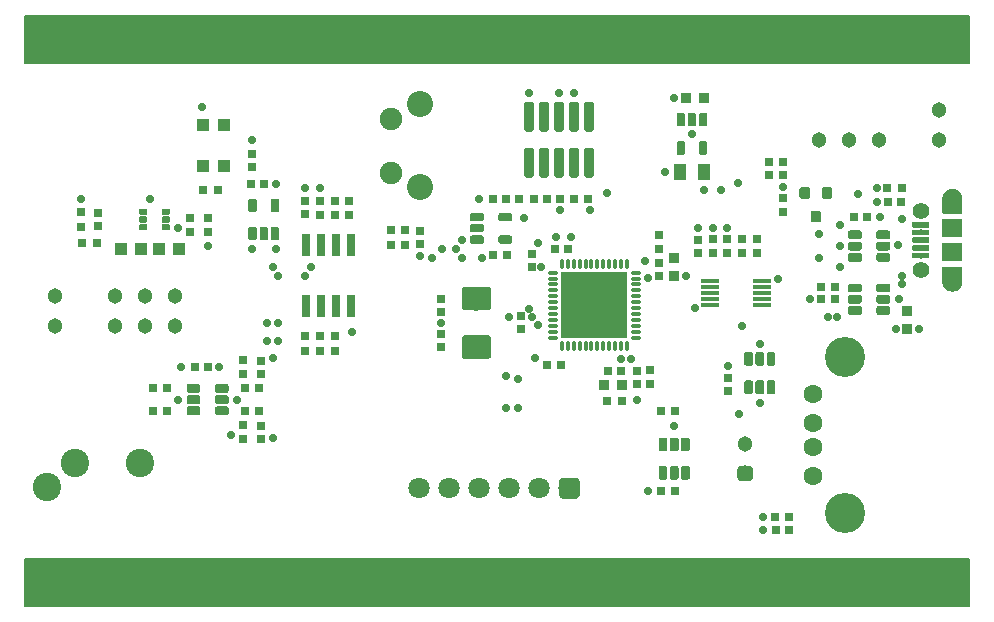
<source format=gts>
G04 #@! TF.GenerationSoftware,KiCad,Pcbnew,(5.0.0)*
G04 #@! TF.CreationDate,2018-08-15T22:02:27-04:00*
G04 #@! TF.ProjectId,scope-footswitch,73636F70652D666F6F74737769746368,1*
G04 #@! TF.SameCoordinates,Original*
G04 #@! TF.FileFunction,Soldermask,Top*
G04 #@! TF.FilePolarity,Negative*
%FSLAX46Y46*%
G04 Gerber Fmt 4.6, Leading zero omitted, Abs format (unit mm)*
G04 Created by KiCad (PCBNEW (5.0.0)) date 08/15/18 22:02:27*
%MOMM*%
%LPD*%
G01*
G04 APERTURE LIST*
%ADD10C,0.150000*%
%ADD11C,2.401600*%
%ADD12C,1.801600*%
%ADD13C,0.100000*%
%ADD14C,1.601600*%
%ADD15C,3.401600*%
%ADD16C,1.301600*%
%ADD17R,0.701600X1.901600*%
%ADD18C,0.901600*%
%ADD19C,0.751600*%
%ADD20C,0.701600*%
%ADD21R,1.968266X1.968266*%
%ADD22O,0.351600X1.001600*%
%ADD23O,1.001600X0.351600*%
%ADD24R,0.701600X0.701600*%
%ADD25R,1.601600X0.351600*%
%ADD26C,0.521600*%
%ADD27C,0.531600*%
%ADD28R,0.901600X0.901600*%
%ADD29R,1.101600X1.351600*%
%ADD30C,0.501600*%
%ADD31C,1.600000*%
%ADD32C,1.401600*%
%ADD33R,1.701600X1.601600*%
%ADD34C,0.801600*%
%ADD35R,1.001600X1.001600*%
%ADD36R,1.001600X1.101600*%
%ADD37C,1.901600*%
%ADD38C,2.201600*%
%ADD39C,2.001600*%
G04 APERTURE END LIST*
D10*
G36*
X108600000Y-73200000D02*
X188600000Y-73200000D01*
X188600000Y-69200000D01*
X108600000Y-69200000D01*
X108600000Y-73200000D01*
G37*
X108600000Y-73200000D02*
X188600000Y-73200000D01*
X188600000Y-69200000D01*
X108600000Y-69200000D01*
X108600000Y-73200000D01*
G36*
X108600000Y-119200000D02*
X188600000Y-119200000D01*
X188600000Y-115200000D01*
X108600000Y-115200000D01*
X108600000Y-119200000D01*
G37*
X108600000Y-119200000D02*
X188600000Y-119200000D01*
X188600000Y-115200000D01*
X108600000Y-115200000D01*
X108600000Y-119200000D01*
D11*
G04 #@! TO.C,J1*
X118400000Y-107100000D03*
X112900000Y-107100000D03*
X110500000Y-109100000D03*
G04 #@! TD*
D12*
G04 #@! TO.C,P1*
X142020000Y-109200000D03*
X144560000Y-109200000D03*
X147100000Y-109200000D03*
X149640000Y-109200000D03*
X152180000Y-109200000D03*
D13*
G36*
X155214547Y-108301369D02*
X155258269Y-108307854D01*
X155301144Y-108318594D01*
X155342761Y-108333485D01*
X155382717Y-108352383D01*
X155420629Y-108375106D01*
X155456131Y-108401436D01*
X155488881Y-108431119D01*
X155518564Y-108463869D01*
X155544894Y-108499371D01*
X155567617Y-108537283D01*
X155586515Y-108577239D01*
X155601406Y-108618856D01*
X155612146Y-108661731D01*
X155618631Y-108705453D01*
X155620800Y-108749600D01*
X155620800Y-109650400D01*
X155618631Y-109694547D01*
X155612146Y-109738269D01*
X155601406Y-109781144D01*
X155586515Y-109822761D01*
X155567617Y-109862717D01*
X155544894Y-109900629D01*
X155518564Y-109936131D01*
X155488881Y-109968881D01*
X155456131Y-109998564D01*
X155420629Y-110024894D01*
X155382717Y-110047617D01*
X155342761Y-110066515D01*
X155301144Y-110081406D01*
X155258269Y-110092146D01*
X155214547Y-110098631D01*
X155170400Y-110100800D01*
X154269600Y-110100800D01*
X154225453Y-110098631D01*
X154181731Y-110092146D01*
X154138856Y-110081406D01*
X154097239Y-110066515D01*
X154057283Y-110047617D01*
X154019371Y-110024894D01*
X153983869Y-109998564D01*
X153951119Y-109968881D01*
X153921436Y-109936131D01*
X153895106Y-109900629D01*
X153872383Y-109862717D01*
X153853485Y-109822761D01*
X153838594Y-109781144D01*
X153827854Y-109738269D01*
X153821369Y-109694547D01*
X153819200Y-109650400D01*
X153819200Y-108749600D01*
X153821369Y-108705453D01*
X153827854Y-108661731D01*
X153838594Y-108618856D01*
X153853485Y-108577239D01*
X153872383Y-108537283D01*
X153895106Y-108499371D01*
X153921436Y-108463869D01*
X153951119Y-108431119D01*
X153983869Y-108401436D01*
X154019371Y-108375106D01*
X154057283Y-108352383D01*
X154097239Y-108333485D01*
X154138856Y-108318594D01*
X154181731Y-108307854D01*
X154225453Y-108301369D01*
X154269600Y-108299200D01*
X155170400Y-108299200D01*
X155214547Y-108301369D01*
X155214547Y-108301369D01*
G37*
D12*
X154720000Y-109200000D03*
G04 #@! TD*
D14*
G04 #@! TO.C,J2*
X175390000Y-108200000D03*
X175390000Y-105700000D03*
X175390000Y-103700000D03*
X175390000Y-101200000D03*
D15*
X178100000Y-111270000D03*
X178100000Y-98130000D03*
G04 #@! TD*
D13*
G04 #@! TO.C,C24*
G36*
X169957295Y-107300767D02*
X169988882Y-107305452D01*
X170019859Y-107313212D01*
X170049925Y-107323970D01*
X170078792Y-107337623D01*
X170106183Y-107354040D01*
X170131832Y-107373062D01*
X170155493Y-107394507D01*
X170176938Y-107418168D01*
X170195960Y-107443817D01*
X170212377Y-107471208D01*
X170226030Y-107500075D01*
X170236788Y-107530141D01*
X170244548Y-107561118D01*
X170249233Y-107592705D01*
X170250800Y-107624600D01*
X170250800Y-108275400D01*
X170249233Y-108307295D01*
X170244548Y-108338882D01*
X170236788Y-108369859D01*
X170226030Y-108399925D01*
X170212377Y-108428792D01*
X170195960Y-108456183D01*
X170176938Y-108481832D01*
X170155493Y-108505493D01*
X170131832Y-108526938D01*
X170106183Y-108545960D01*
X170078792Y-108562377D01*
X170049925Y-108576030D01*
X170019859Y-108586788D01*
X169988882Y-108594548D01*
X169957295Y-108599233D01*
X169925400Y-108600800D01*
X169274600Y-108600800D01*
X169242705Y-108599233D01*
X169211118Y-108594548D01*
X169180141Y-108586788D01*
X169150075Y-108576030D01*
X169121208Y-108562377D01*
X169093817Y-108545960D01*
X169068168Y-108526938D01*
X169044507Y-108505493D01*
X169023062Y-108481832D01*
X169004040Y-108456183D01*
X168987623Y-108428792D01*
X168973970Y-108399925D01*
X168963212Y-108369859D01*
X168955452Y-108338882D01*
X168950767Y-108307295D01*
X168949200Y-108275400D01*
X168949200Y-107624600D01*
X168950767Y-107592705D01*
X168955452Y-107561118D01*
X168963212Y-107530141D01*
X168973970Y-107500075D01*
X168987623Y-107471208D01*
X169004040Y-107443817D01*
X169023062Y-107418168D01*
X169044507Y-107394507D01*
X169068168Y-107373062D01*
X169093817Y-107354040D01*
X169121208Y-107337623D01*
X169150075Y-107323970D01*
X169180141Y-107313212D01*
X169211118Y-107305452D01*
X169242705Y-107300767D01*
X169274600Y-107299200D01*
X169925400Y-107299200D01*
X169957295Y-107300767D01*
X169957295Y-107300767D01*
G37*
D16*
X169600000Y-107950000D03*
X169600000Y-105450000D03*
G04 #@! TD*
D17*
G04 #@! TO.C,U3*
X136255000Y-93800000D03*
X136255000Y-88600000D03*
X134985000Y-93800000D03*
X134985000Y-88600000D03*
X133715000Y-93800000D03*
X133715000Y-88600000D03*
X132445000Y-93800000D03*
X132445000Y-88600000D03*
G04 #@! TD*
D13*
G04 #@! TO.C,D1*
G36*
X174897493Y-83700285D02*
X174919373Y-83703531D01*
X174940830Y-83708906D01*
X174961657Y-83716358D01*
X174981653Y-83725815D01*
X175000626Y-83737187D01*
X175018392Y-83750363D01*
X175034782Y-83765218D01*
X175049637Y-83781608D01*
X175062813Y-83799374D01*
X175074185Y-83818347D01*
X175083642Y-83838343D01*
X175091094Y-83859170D01*
X175096469Y-83880627D01*
X175099715Y-83902507D01*
X175100800Y-83924600D01*
X175100800Y-84475400D01*
X175099715Y-84497493D01*
X175096469Y-84519373D01*
X175091094Y-84540830D01*
X175083642Y-84561657D01*
X175074185Y-84581653D01*
X175062813Y-84600626D01*
X175049637Y-84618392D01*
X175034782Y-84634782D01*
X175018392Y-84649637D01*
X175000626Y-84662813D01*
X174981653Y-84674185D01*
X174961657Y-84683642D01*
X174940830Y-84691094D01*
X174919373Y-84696469D01*
X174897493Y-84699715D01*
X174875400Y-84700800D01*
X174424600Y-84700800D01*
X174402507Y-84699715D01*
X174380627Y-84696469D01*
X174359170Y-84691094D01*
X174338343Y-84683642D01*
X174318347Y-84674185D01*
X174299374Y-84662813D01*
X174281608Y-84649637D01*
X174265218Y-84634782D01*
X174250363Y-84618392D01*
X174237187Y-84600626D01*
X174225815Y-84581653D01*
X174216358Y-84561657D01*
X174208906Y-84540830D01*
X174203531Y-84519373D01*
X174200285Y-84497493D01*
X174199200Y-84475400D01*
X174199200Y-83924600D01*
X174200285Y-83902507D01*
X174203531Y-83880627D01*
X174208906Y-83859170D01*
X174216358Y-83838343D01*
X174225815Y-83818347D01*
X174237187Y-83799374D01*
X174250363Y-83781608D01*
X174265218Y-83765218D01*
X174281608Y-83750363D01*
X174299374Y-83737187D01*
X174318347Y-83725815D01*
X174338343Y-83716358D01*
X174359170Y-83708906D01*
X174380627Y-83703531D01*
X174402507Y-83700285D01*
X174424600Y-83699200D01*
X174875400Y-83699200D01*
X174897493Y-83700285D01*
X174897493Y-83700285D01*
G37*
D18*
X174650000Y-84200000D03*
D13*
G36*
X175847493Y-85700285D02*
X175869373Y-85703531D01*
X175890830Y-85708906D01*
X175911657Y-85716358D01*
X175931653Y-85725815D01*
X175950626Y-85737187D01*
X175968392Y-85750363D01*
X175984782Y-85765218D01*
X175999637Y-85781608D01*
X176012813Y-85799374D01*
X176024185Y-85818347D01*
X176033642Y-85838343D01*
X176041094Y-85859170D01*
X176046469Y-85880627D01*
X176049715Y-85902507D01*
X176050800Y-85924600D01*
X176050800Y-86475400D01*
X176049715Y-86497493D01*
X176046469Y-86519373D01*
X176041094Y-86540830D01*
X176033642Y-86561657D01*
X176024185Y-86581653D01*
X176012813Y-86600626D01*
X175999637Y-86618392D01*
X175984782Y-86634782D01*
X175968392Y-86649637D01*
X175950626Y-86662813D01*
X175931653Y-86674185D01*
X175911657Y-86683642D01*
X175890830Y-86691094D01*
X175869373Y-86696469D01*
X175847493Y-86699715D01*
X175825400Y-86700800D01*
X175374600Y-86700800D01*
X175352507Y-86699715D01*
X175330627Y-86696469D01*
X175309170Y-86691094D01*
X175288343Y-86683642D01*
X175268347Y-86674185D01*
X175249374Y-86662813D01*
X175231608Y-86649637D01*
X175215218Y-86634782D01*
X175200363Y-86618392D01*
X175187187Y-86600626D01*
X175175815Y-86581653D01*
X175166358Y-86561657D01*
X175158906Y-86540830D01*
X175153531Y-86519373D01*
X175150285Y-86497493D01*
X175149200Y-86475400D01*
X175149200Y-85924600D01*
X175150285Y-85902507D01*
X175153531Y-85880627D01*
X175158906Y-85859170D01*
X175166358Y-85838343D01*
X175175815Y-85818347D01*
X175187187Y-85799374D01*
X175200363Y-85781608D01*
X175215218Y-85765218D01*
X175231608Y-85750363D01*
X175249374Y-85737187D01*
X175268347Y-85725815D01*
X175288343Y-85716358D01*
X175309170Y-85708906D01*
X175330627Y-85703531D01*
X175352507Y-85700285D01*
X175374600Y-85699200D01*
X175825400Y-85699200D01*
X175847493Y-85700285D01*
X175847493Y-85700285D01*
G37*
D18*
X175600000Y-86200000D03*
D13*
G36*
X176797493Y-83700285D02*
X176819373Y-83703531D01*
X176840830Y-83708906D01*
X176861657Y-83716358D01*
X176881653Y-83725815D01*
X176900626Y-83737187D01*
X176918392Y-83750363D01*
X176934782Y-83765218D01*
X176949637Y-83781608D01*
X176962813Y-83799374D01*
X176974185Y-83818347D01*
X176983642Y-83838343D01*
X176991094Y-83859170D01*
X176996469Y-83880627D01*
X176999715Y-83902507D01*
X177000800Y-83924600D01*
X177000800Y-84475400D01*
X176999715Y-84497493D01*
X176996469Y-84519373D01*
X176991094Y-84540830D01*
X176983642Y-84561657D01*
X176974185Y-84581653D01*
X176962813Y-84600626D01*
X176949637Y-84618392D01*
X176934782Y-84634782D01*
X176918392Y-84649637D01*
X176900626Y-84662813D01*
X176881653Y-84674185D01*
X176861657Y-84683642D01*
X176840830Y-84691094D01*
X176819373Y-84696469D01*
X176797493Y-84699715D01*
X176775400Y-84700800D01*
X176324600Y-84700800D01*
X176302507Y-84699715D01*
X176280627Y-84696469D01*
X176259170Y-84691094D01*
X176238343Y-84683642D01*
X176218347Y-84674185D01*
X176199374Y-84662813D01*
X176181608Y-84649637D01*
X176165218Y-84634782D01*
X176150363Y-84618392D01*
X176137187Y-84600626D01*
X176125815Y-84581653D01*
X176116358Y-84561657D01*
X176108906Y-84540830D01*
X176103531Y-84519373D01*
X176100285Y-84497493D01*
X176099200Y-84475400D01*
X176099200Y-83924600D01*
X176100285Y-83902507D01*
X176103531Y-83880627D01*
X176108906Y-83859170D01*
X176116358Y-83838343D01*
X176125815Y-83818347D01*
X176137187Y-83799374D01*
X176150363Y-83781608D01*
X176165218Y-83765218D01*
X176181608Y-83750363D01*
X176199374Y-83737187D01*
X176218347Y-83725815D01*
X176238343Y-83716358D01*
X176259170Y-83708906D01*
X176280627Y-83703531D01*
X176302507Y-83700285D01*
X176324600Y-83699200D01*
X176775400Y-83699200D01*
X176797493Y-83700285D01*
X176797493Y-83700285D01*
G37*
D18*
X176550000Y-84200000D03*
G04 #@! TD*
D13*
G04 #@! TO.C,U2*
G36*
X179306317Y-93775105D02*
X179324557Y-93777810D01*
X179342444Y-93782291D01*
X179359806Y-93788503D01*
X179376475Y-93796387D01*
X179392292Y-93805867D01*
X179407102Y-93816851D01*
X179420765Y-93829235D01*
X179433149Y-93842898D01*
X179444133Y-93857708D01*
X179453613Y-93873525D01*
X179461497Y-93890194D01*
X179467709Y-93907556D01*
X179472190Y-93925443D01*
X179474895Y-93943683D01*
X179475800Y-93962100D01*
X179475800Y-94337900D01*
X179474895Y-94356317D01*
X179472190Y-94374557D01*
X179467709Y-94392444D01*
X179461497Y-94409806D01*
X179453613Y-94426475D01*
X179444133Y-94442292D01*
X179433149Y-94457102D01*
X179420765Y-94470765D01*
X179407102Y-94483149D01*
X179392292Y-94494133D01*
X179376475Y-94503613D01*
X179359806Y-94511497D01*
X179342444Y-94517709D01*
X179324557Y-94522190D01*
X179306317Y-94524895D01*
X179287900Y-94525800D01*
X178512100Y-94525800D01*
X178493683Y-94524895D01*
X178475443Y-94522190D01*
X178457556Y-94517709D01*
X178440194Y-94511497D01*
X178423525Y-94503613D01*
X178407708Y-94494133D01*
X178392898Y-94483149D01*
X178379235Y-94470765D01*
X178366851Y-94457102D01*
X178355867Y-94442292D01*
X178346387Y-94426475D01*
X178338503Y-94409806D01*
X178332291Y-94392444D01*
X178327810Y-94374557D01*
X178325105Y-94356317D01*
X178324200Y-94337900D01*
X178324200Y-93962100D01*
X178325105Y-93943683D01*
X178327810Y-93925443D01*
X178332291Y-93907556D01*
X178338503Y-93890194D01*
X178346387Y-93873525D01*
X178355867Y-93857708D01*
X178366851Y-93842898D01*
X178379235Y-93829235D01*
X178392898Y-93816851D01*
X178407708Y-93805867D01*
X178423525Y-93796387D01*
X178440194Y-93788503D01*
X178457556Y-93782291D01*
X178475443Y-93777810D01*
X178493683Y-93775105D01*
X178512100Y-93774200D01*
X179287900Y-93774200D01*
X179306317Y-93775105D01*
X179306317Y-93775105D01*
G37*
D19*
X178900000Y-94150000D03*
D13*
G36*
X181706317Y-93775105D02*
X181724557Y-93777810D01*
X181742444Y-93782291D01*
X181759806Y-93788503D01*
X181776475Y-93796387D01*
X181792292Y-93805867D01*
X181807102Y-93816851D01*
X181820765Y-93829235D01*
X181833149Y-93842898D01*
X181844133Y-93857708D01*
X181853613Y-93873525D01*
X181861497Y-93890194D01*
X181867709Y-93907556D01*
X181872190Y-93925443D01*
X181874895Y-93943683D01*
X181875800Y-93962100D01*
X181875800Y-94337900D01*
X181874895Y-94356317D01*
X181872190Y-94374557D01*
X181867709Y-94392444D01*
X181861497Y-94409806D01*
X181853613Y-94426475D01*
X181844133Y-94442292D01*
X181833149Y-94457102D01*
X181820765Y-94470765D01*
X181807102Y-94483149D01*
X181792292Y-94494133D01*
X181776475Y-94503613D01*
X181759806Y-94511497D01*
X181742444Y-94517709D01*
X181724557Y-94522190D01*
X181706317Y-94524895D01*
X181687900Y-94525800D01*
X180912100Y-94525800D01*
X180893683Y-94524895D01*
X180875443Y-94522190D01*
X180857556Y-94517709D01*
X180840194Y-94511497D01*
X180823525Y-94503613D01*
X180807708Y-94494133D01*
X180792898Y-94483149D01*
X180779235Y-94470765D01*
X180766851Y-94457102D01*
X180755867Y-94442292D01*
X180746387Y-94426475D01*
X180738503Y-94409806D01*
X180732291Y-94392444D01*
X180727810Y-94374557D01*
X180725105Y-94356317D01*
X180724200Y-94337900D01*
X180724200Y-93962100D01*
X180725105Y-93943683D01*
X180727810Y-93925443D01*
X180732291Y-93907556D01*
X180738503Y-93890194D01*
X180746387Y-93873525D01*
X180755867Y-93857708D01*
X180766851Y-93842898D01*
X180779235Y-93829235D01*
X180792898Y-93816851D01*
X180807708Y-93805867D01*
X180823525Y-93796387D01*
X180840194Y-93788503D01*
X180857556Y-93782291D01*
X180875443Y-93777810D01*
X180893683Y-93775105D01*
X180912100Y-93774200D01*
X181687900Y-93774200D01*
X181706317Y-93775105D01*
X181706317Y-93775105D01*
G37*
D19*
X181300000Y-94150000D03*
D13*
G36*
X179306317Y-92825105D02*
X179324557Y-92827810D01*
X179342444Y-92832291D01*
X179359806Y-92838503D01*
X179376475Y-92846387D01*
X179392292Y-92855867D01*
X179407102Y-92866851D01*
X179420765Y-92879235D01*
X179433149Y-92892898D01*
X179444133Y-92907708D01*
X179453613Y-92923525D01*
X179461497Y-92940194D01*
X179467709Y-92957556D01*
X179472190Y-92975443D01*
X179474895Y-92993683D01*
X179475800Y-93012100D01*
X179475800Y-93387900D01*
X179474895Y-93406317D01*
X179472190Y-93424557D01*
X179467709Y-93442444D01*
X179461497Y-93459806D01*
X179453613Y-93476475D01*
X179444133Y-93492292D01*
X179433149Y-93507102D01*
X179420765Y-93520765D01*
X179407102Y-93533149D01*
X179392292Y-93544133D01*
X179376475Y-93553613D01*
X179359806Y-93561497D01*
X179342444Y-93567709D01*
X179324557Y-93572190D01*
X179306317Y-93574895D01*
X179287900Y-93575800D01*
X178512100Y-93575800D01*
X178493683Y-93574895D01*
X178475443Y-93572190D01*
X178457556Y-93567709D01*
X178440194Y-93561497D01*
X178423525Y-93553613D01*
X178407708Y-93544133D01*
X178392898Y-93533149D01*
X178379235Y-93520765D01*
X178366851Y-93507102D01*
X178355867Y-93492292D01*
X178346387Y-93476475D01*
X178338503Y-93459806D01*
X178332291Y-93442444D01*
X178327810Y-93424557D01*
X178325105Y-93406317D01*
X178324200Y-93387900D01*
X178324200Y-93012100D01*
X178325105Y-92993683D01*
X178327810Y-92975443D01*
X178332291Y-92957556D01*
X178338503Y-92940194D01*
X178346387Y-92923525D01*
X178355867Y-92907708D01*
X178366851Y-92892898D01*
X178379235Y-92879235D01*
X178392898Y-92866851D01*
X178407708Y-92855867D01*
X178423525Y-92846387D01*
X178440194Y-92838503D01*
X178457556Y-92832291D01*
X178475443Y-92827810D01*
X178493683Y-92825105D01*
X178512100Y-92824200D01*
X179287900Y-92824200D01*
X179306317Y-92825105D01*
X179306317Y-92825105D01*
G37*
D19*
X178900000Y-93200000D03*
D13*
G36*
X181706317Y-92825105D02*
X181724557Y-92827810D01*
X181742444Y-92832291D01*
X181759806Y-92838503D01*
X181776475Y-92846387D01*
X181792292Y-92855867D01*
X181807102Y-92866851D01*
X181820765Y-92879235D01*
X181833149Y-92892898D01*
X181844133Y-92907708D01*
X181853613Y-92923525D01*
X181861497Y-92940194D01*
X181867709Y-92957556D01*
X181872190Y-92975443D01*
X181874895Y-92993683D01*
X181875800Y-93012100D01*
X181875800Y-93387900D01*
X181874895Y-93406317D01*
X181872190Y-93424557D01*
X181867709Y-93442444D01*
X181861497Y-93459806D01*
X181853613Y-93476475D01*
X181844133Y-93492292D01*
X181833149Y-93507102D01*
X181820765Y-93520765D01*
X181807102Y-93533149D01*
X181792292Y-93544133D01*
X181776475Y-93553613D01*
X181759806Y-93561497D01*
X181742444Y-93567709D01*
X181724557Y-93572190D01*
X181706317Y-93574895D01*
X181687900Y-93575800D01*
X180912100Y-93575800D01*
X180893683Y-93574895D01*
X180875443Y-93572190D01*
X180857556Y-93567709D01*
X180840194Y-93561497D01*
X180823525Y-93553613D01*
X180807708Y-93544133D01*
X180792898Y-93533149D01*
X180779235Y-93520765D01*
X180766851Y-93507102D01*
X180755867Y-93492292D01*
X180746387Y-93476475D01*
X180738503Y-93459806D01*
X180732291Y-93442444D01*
X180727810Y-93424557D01*
X180725105Y-93406317D01*
X180724200Y-93387900D01*
X180724200Y-93012100D01*
X180725105Y-92993683D01*
X180727810Y-92975443D01*
X180732291Y-92957556D01*
X180738503Y-92940194D01*
X180746387Y-92923525D01*
X180755867Y-92907708D01*
X180766851Y-92892898D01*
X180779235Y-92879235D01*
X180792898Y-92866851D01*
X180807708Y-92855867D01*
X180823525Y-92846387D01*
X180840194Y-92838503D01*
X180857556Y-92832291D01*
X180875443Y-92827810D01*
X180893683Y-92825105D01*
X180912100Y-92824200D01*
X181687900Y-92824200D01*
X181706317Y-92825105D01*
X181706317Y-92825105D01*
G37*
D19*
X181300000Y-93200000D03*
D13*
G36*
X179306317Y-91875105D02*
X179324557Y-91877810D01*
X179342444Y-91882291D01*
X179359806Y-91888503D01*
X179376475Y-91896387D01*
X179392292Y-91905867D01*
X179407102Y-91916851D01*
X179420765Y-91929235D01*
X179433149Y-91942898D01*
X179444133Y-91957708D01*
X179453613Y-91973525D01*
X179461497Y-91990194D01*
X179467709Y-92007556D01*
X179472190Y-92025443D01*
X179474895Y-92043683D01*
X179475800Y-92062100D01*
X179475800Y-92437900D01*
X179474895Y-92456317D01*
X179472190Y-92474557D01*
X179467709Y-92492444D01*
X179461497Y-92509806D01*
X179453613Y-92526475D01*
X179444133Y-92542292D01*
X179433149Y-92557102D01*
X179420765Y-92570765D01*
X179407102Y-92583149D01*
X179392292Y-92594133D01*
X179376475Y-92603613D01*
X179359806Y-92611497D01*
X179342444Y-92617709D01*
X179324557Y-92622190D01*
X179306317Y-92624895D01*
X179287900Y-92625800D01*
X178512100Y-92625800D01*
X178493683Y-92624895D01*
X178475443Y-92622190D01*
X178457556Y-92617709D01*
X178440194Y-92611497D01*
X178423525Y-92603613D01*
X178407708Y-92594133D01*
X178392898Y-92583149D01*
X178379235Y-92570765D01*
X178366851Y-92557102D01*
X178355867Y-92542292D01*
X178346387Y-92526475D01*
X178338503Y-92509806D01*
X178332291Y-92492444D01*
X178327810Y-92474557D01*
X178325105Y-92456317D01*
X178324200Y-92437900D01*
X178324200Y-92062100D01*
X178325105Y-92043683D01*
X178327810Y-92025443D01*
X178332291Y-92007556D01*
X178338503Y-91990194D01*
X178346387Y-91973525D01*
X178355867Y-91957708D01*
X178366851Y-91942898D01*
X178379235Y-91929235D01*
X178392898Y-91916851D01*
X178407708Y-91905867D01*
X178423525Y-91896387D01*
X178440194Y-91888503D01*
X178457556Y-91882291D01*
X178475443Y-91877810D01*
X178493683Y-91875105D01*
X178512100Y-91874200D01*
X179287900Y-91874200D01*
X179306317Y-91875105D01*
X179306317Y-91875105D01*
G37*
D19*
X178900000Y-92250000D03*
D13*
G36*
X181706317Y-91875105D02*
X181724557Y-91877810D01*
X181742444Y-91882291D01*
X181759806Y-91888503D01*
X181776475Y-91896387D01*
X181792292Y-91905867D01*
X181807102Y-91916851D01*
X181820765Y-91929235D01*
X181833149Y-91942898D01*
X181844133Y-91957708D01*
X181853613Y-91973525D01*
X181861497Y-91990194D01*
X181867709Y-92007556D01*
X181872190Y-92025443D01*
X181874895Y-92043683D01*
X181875800Y-92062100D01*
X181875800Y-92437900D01*
X181874895Y-92456317D01*
X181872190Y-92474557D01*
X181867709Y-92492444D01*
X181861497Y-92509806D01*
X181853613Y-92526475D01*
X181844133Y-92542292D01*
X181833149Y-92557102D01*
X181820765Y-92570765D01*
X181807102Y-92583149D01*
X181792292Y-92594133D01*
X181776475Y-92603613D01*
X181759806Y-92611497D01*
X181742444Y-92617709D01*
X181724557Y-92622190D01*
X181706317Y-92624895D01*
X181687900Y-92625800D01*
X180912100Y-92625800D01*
X180893683Y-92624895D01*
X180875443Y-92622190D01*
X180857556Y-92617709D01*
X180840194Y-92611497D01*
X180823525Y-92603613D01*
X180807708Y-92594133D01*
X180792898Y-92583149D01*
X180779235Y-92570765D01*
X180766851Y-92557102D01*
X180755867Y-92542292D01*
X180746387Y-92526475D01*
X180738503Y-92509806D01*
X180732291Y-92492444D01*
X180727810Y-92474557D01*
X180725105Y-92456317D01*
X180724200Y-92437900D01*
X180724200Y-92062100D01*
X180725105Y-92043683D01*
X180727810Y-92025443D01*
X180732291Y-92007556D01*
X180738503Y-91990194D01*
X180746387Y-91973525D01*
X180755867Y-91957708D01*
X180766851Y-91942898D01*
X180779235Y-91929235D01*
X180792898Y-91916851D01*
X180807708Y-91905867D01*
X180823525Y-91896387D01*
X180840194Y-91888503D01*
X180857556Y-91882291D01*
X180875443Y-91877810D01*
X180893683Y-91875105D01*
X180912100Y-91874200D01*
X181687900Y-91874200D01*
X181706317Y-91875105D01*
X181706317Y-91875105D01*
G37*
D19*
X181300000Y-92250000D03*
G04 #@! TD*
D13*
G04 #@! TO.C,U8*
G36*
X164756317Y-107325105D02*
X164774557Y-107327810D01*
X164792444Y-107332291D01*
X164809806Y-107338503D01*
X164826475Y-107346387D01*
X164842292Y-107355867D01*
X164857102Y-107366851D01*
X164870765Y-107379235D01*
X164883149Y-107392898D01*
X164894133Y-107407708D01*
X164903613Y-107423525D01*
X164911497Y-107440194D01*
X164917709Y-107457556D01*
X164922190Y-107475443D01*
X164924895Y-107493683D01*
X164925800Y-107512100D01*
X164925800Y-108287900D01*
X164924895Y-108306317D01*
X164922190Y-108324557D01*
X164917709Y-108342444D01*
X164911497Y-108359806D01*
X164903613Y-108376475D01*
X164894133Y-108392292D01*
X164883149Y-108407102D01*
X164870765Y-108420765D01*
X164857102Y-108433149D01*
X164842292Y-108444133D01*
X164826475Y-108453613D01*
X164809806Y-108461497D01*
X164792444Y-108467709D01*
X164774557Y-108472190D01*
X164756317Y-108474895D01*
X164737900Y-108475800D01*
X164362100Y-108475800D01*
X164343683Y-108474895D01*
X164325443Y-108472190D01*
X164307556Y-108467709D01*
X164290194Y-108461497D01*
X164273525Y-108453613D01*
X164257708Y-108444133D01*
X164242898Y-108433149D01*
X164229235Y-108420765D01*
X164216851Y-108407102D01*
X164205867Y-108392292D01*
X164196387Y-108376475D01*
X164188503Y-108359806D01*
X164182291Y-108342444D01*
X164177810Y-108324557D01*
X164175105Y-108306317D01*
X164174200Y-108287900D01*
X164174200Y-107512100D01*
X164175105Y-107493683D01*
X164177810Y-107475443D01*
X164182291Y-107457556D01*
X164188503Y-107440194D01*
X164196387Y-107423525D01*
X164205867Y-107407708D01*
X164216851Y-107392898D01*
X164229235Y-107379235D01*
X164242898Y-107366851D01*
X164257708Y-107355867D01*
X164273525Y-107346387D01*
X164290194Y-107338503D01*
X164307556Y-107332291D01*
X164325443Y-107327810D01*
X164343683Y-107325105D01*
X164362100Y-107324200D01*
X164737900Y-107324200D01*
X164756317Y-107325105D01*
X164756317Y-107325105D01*
G37*
D19*
X164550000Y-107900000D03*
D13*
G36*
X164756317Y-104925105D02*
X164774557Y-104927810D01*
X164792444Y-104932291D01*
X164809806Y-104938503D01*
X164826475Y-104946387D01*
X164842292Y-104955867D01*
X164857102Y-104966851D01*
X164870765Y-104979235D01*
X164883149Y-104992898D01*
X164894133Y-105007708D01*
X164903613Y-105023525D01*
X164911497Y-105040194D01*
X164917709Y-105057556D01*
X164922190Y-105075443D01*
X164924895Y-105093683D01*
X164925800Y-105112100D01*
X164925800Y-105887900D01*
X164924895Y-105906317D01*
X164922190Y-105924557D01*
X164917709Y-105942444D01*
X164911497Y-105959806D01*
X164903613Y-105976475D01*
X164894133Y-105992292D01*
X164883149Y-106007102D01*
X164870765Y-106020765D01*
X164857102Y-106033149D01*
X164842292Y-106044133D01*
X164826475Y-106053613D01*
X164809806Y-106061497D01*
X164792444Y-106067709D01*
X164774557Y-106072190D01*
X164756317Y-106074895D01*
X164737900Y-106075800D01*
X164362100Y-106075800D01*
X164343683Y-106074895D01*
X164325443Y-106072190D01*
X164307556Y-106067709D01*
X164290194Y-106061497D01*
X164273525Y-106053613D01*
X164257708Y-106044133D01*
X164242898Y-106033149D01*
X164229235Y-106020765D01*
X164216851Y-106007102D01*
X164205867Y-105992292D01*
X164196387Y-105976475D01*
X164188503Y-105959806D01*
X164182291Y-105942444D01*
X164177810Y-105924557D01*
X164175105Y-105906317D01*
X164174200Y-105887900D01*
X164174200Y-105112100D01*
X164175105Y-105093683D01*
X164177810Y-105075443D01*
X164182291Y-105057556D01*
X164188503Y-105040194D01*
X164196387Y-105023525D01*
X164205867Y-105007708D01*
X164216851Y-104992898D01*
X164229235Y-104979235D01*
X164242898Y-104966851D01*
X164257708Y-104955867D01*
X164273525Y-104946387D01*
X164290194Y-104938503D01*
X164307556Y-104932291D01*
X164325443Y-104927810D01*
X164343683Y-104925105D01*
X164362100Y-104924200D01*
X164737900Y-104924200D01*
X164756317Y-104925105D01*
X164756317Y-104925105D01*
G37*
D19*
X164550000Y-105500000D03*
D13*
G36*
X163806317Y-107325105D02*
X163824557Y-107327810D01*
X163842444Y-107332291D01*
X163859806Y-107338503D01*
X163876475Y-107346387D01*
X163892292Y-107355867D01*
X163907102Y-107366851D01*
X163920765Y-107379235D01*
X163933149Y-107392898D01*
X163944133Y-107407708D01*
X163953613Y-107423525D01*
X163961497Y-107440194D01*
X163967709Y-107457556D01*
X163972190Y-107475443D01*
X163974895Y-107493683D01*
X163975800Y-107512100D01*
X163975800Y-108287900D01*
X163974895Y-108306317D01*
X163972190Y-108324557D01*
X163967709Y-108342444D01*
X163961497Y-108359806D01*
X163953613Y-108376475D01*
X163944133Y-108392292D01*
X163933149Y-108407102D01*
X163920765Y-108420765D01*
X163907102Y-108433149D01*
X163892292Y-108444133D01*
X163876475Y-108453613D01*
X163859806Y-108461497D01*
X163842444Y-108467709D01*
X163824557Y-108472190D01*
X163806317Y-108474895D01*
X163787900Y-108475800D01*
X163412100Y-108475800D01*
X163393683Y-108474895D01*
X163375443Y-108472190D01*
X163357556Y-108467709D01*
X163340194Y-108461497D01*
X163323525Y-108453613D01*
X163307708Y-108444133D01*
X163292898Y-108433149D01*
X163279235Y-108420765D01*
X163266851Y-108407102D01*
X163255867Y-108392292D01*
X163246387Y-108376475D01*
X163238503Y-108359806D01*
X163232291Y-108342444D01*
X163227810Y-108324557D01*
X163225105Y-108306317D01*
X163224200Y-108287900D01*
X163224200Y-107512100D01*
X163225105Y-107493683D01*
X163227810Y-107475443D01*
X163232291Y-107457556D01*
X163238503Y-107440194D01*
X163246387Y-107423525D01*
X163255867Y-107407708D01*
X163266851Y-107392898D01*
X163279235Y-107379235D01*
X163292898Y-107366851D01*
X163307708Y-107355867D01*
X163323525Y-107346387D01*
X163340194Y-107338503D01*
X163357556Y-107332291D01*
X163375443Y-107327810D01*
X163393683Y-107325105D01*
X163412100Y-107324200D01*
X163787900Y-107324200D01*
X163806317Y-107325105D01*
X163806317Y-107325105D01*
G37*
D19*
X163600000Y-107900000D03*
D13*
G36*
X163806317Y-104925105D02*
X163824557Y-104927810D01*
X163842444Y-104932291D01*
X163859806Y-104938503D01*
X163876475Y-104946387D01*
X163892292Y-104955867D01*
X163907102Y-104966851D01*
X163920765Y-104979235D01*
X163933149Y-104992898D01*
X163944133Y-105007708D01*
X163953613Y-105023525D01*
X163961497Y-105040194D01*
X163967709Y-105057556D01*
X163972190Y-105075443D01*
X163974895Y-105093683D01*
X163975800Y-105112100D01*
X163975800Y-105887900D01*
X163974895Y-105906317D01*
X163972190Y-105924557D01*
X163967709Y-105942444D01*
X163961497Y-105959806D01*
X163953613Y-105976475D01*
X163944133Y-105992292D01*
X163933149Y-106007102D01*
X163920765Y-106020765D01*
X163907102Y-106033149D01*
X163892292Y-106044133D01*
X163876475Y-106053613D01*
X163859806Y-106061497D01*
X163842444Y-106067709D01*
X163824557Y-106072190D01*
X163806317Y-106074895D01*
X163787900Y-106075800D01*
X163412100Y-106075800D01*
X163393683Y-106074895D01*
X163375443Y-106072190D01*
X163357556Y-106067709D01*
X163340194Y-106061497D01*
X163323525Y-106053613D01*
X163307708Y-106044133D01*
X163292898Y-106033149D01*
X163279235Y-106020765D01*
X163266851Y-106007102D01*
X163255867Y-105992292D01*
X163246387Y-105976475D01*
X163238503Y-105959806D01*
X163232291Y-105942444D01*
X163227810Y-105924557D01*
X163225105Y-105906317D01*
X163224200Y-105887900D01*
X163224200Y-105112100D01*
X163225105Y-105093683D01*
X163227810Y-105075443D01*
X163232291Y-105057556D01*
X163238503Y-105040194D01*
X163246387Y-105023525D01*
X163255867Y-105007708D01*
X163266851Y-104992898D01*
X163279235Y-104979235D01*
X163292898Y-104966851D01*
X163307708Y-104955867D01*
X163323525Y-104946387D01*
X163340194Y-104938503D01*
X163357556Y-104932291D01*
X163375443Y-104927810D01*
X163393683Y-104925105D01*
X163412100Y-104924200D01*
X163787900Y-104924200D01*
X163806317Y-104925105D01*
X163806317Y-104925105D01*
G37*
D19*
X163600000Y-105500000D03*
D13*
G36*
X162856317Y-107325105D02*
X162874557Y-107327810D01*
X162892444Y-107332291D01*
X162909806Y-107338503D01*
X162926475Y-107346387D01*
X162942292Y-107355867D01*
X162957102Y-107366851D01*
X162970765Y-107379235D01*
X162983149Y-107392898D01*
X162994133Y-107407708D01*
X163003613Y-107423525D01*
X163011497Y-107440194D01*
X163017709Y-107457556D01*
X163022190Y-107475443D01*
X163024895Y-107493683D01*
X163025800Y-107512100D01*
X163025800Y-108287900D01*
X163024895Y-108306317D01*
X163022190Y-108324557D01*
X163017709Y-108342444D01*
X163011497Y-108359806D01*
X163003613Y-108376475D01*
X162994133Y-108392292D01*
X162983149Y-108407102D01*
X162970765Y-108420765D01*
X162957102Y-108433149D01*
X162942292Y-108444133D01*
X162926475Y-108453613D01*
X162909806Y-108461497D01*
X162892444Y-108467709D01*
X162874557Y-108472190D01*
X162856317Y-108474895D01*
X162837900Y-108475800D01*
X162462100Y-108475800D01*
X162443683Y-108474895D01*
X162425443Y-108472190D01*
X162407556Y-108467709D01*
X162390194Y-108461497D01*
X162373525Y-108453613D01*
X162357708Y-108444133D01*
X162342898Y-108433149D01*
X162329235Y-108420765D01*
X162316851Y-108407102D01*
X162305867Y-108392292D01*
X162296387Y-108376475D01*
X162288503Y-108359806D01*
X162282291Y-108342444D01*
X162277810Y-108324557D01*
X162275105Y-108306317D01*
X162274200Y-108287900D01*
X162274200Y-107512100D01*
X162275105Y-107493683D01*
X162277810Y-107475443D01*
X162282291Y-107457556D01*
X162288503Y-107440194D01*
X162296387Y-107423525D01*
X162305867Y-107407708D01*
X162316851Y-107392898D01*
X162329235Y-107379235D01*
X162342898Y-107366851D01*
X162357708Y-107355867D01*
X162373525Y-107346387D01*
X162390194Y-107338503D01*
X162407556Y-107332291D01*
X162425443Y-107327810D01*
X162443683Y-107325105D01*
X162462100Y-107324200D01*
X162837900Y-107324200D01*
X162856317Y-107325105D01*
X162856317Y-107325105D01*
G37*
D19*
X162650000Y-107900000D03*
D13*
G36*
X162856317Y-104925105D02*
X162874557Y-104927810D01*
X162892444Y-104932291D01*
X162909806Y-104938503D01*
X162926475Y-104946387D01*
X162942292Y-104955867D01*
X162957102Y-104966851D01*
X162970765Y-104979235D01*
X162983149Y-104992898D01*
X162994133Y-105007708D01*
X163003613Y-105023525D01*
X163011497Y-105040194D01*
X163017709Y-105057556D01*
X163022190Y-105075443D01*
X163024895Y-105093683D01*
X163025800Y-105112100D01*
X163025800Y-105887900D01*
X163024895Y-105906317D01*
X163022190Y-105924557D01*
X163017709Y-105942444D01*
X163011497Y-105959806D01*
X163003613Y-105976475D01*
X162994133Y-105992292D01*
X162983149Y-106007102D01*
X162970765Y-106020765D01*
X162957102Y-106033149D01*
X162942292Y-106044133D01*
X162926475Y-106053613D01*
X162909806Y-106061497D01*
X162892444Y-106067709D01*
X162874557Y-106072190D01*
X162856317Y-106074895D01*
X162837900Y-106075800D01*
X162462100Y-106075800D01*
X162443683Y-106074895D01*
X162425443Y-106072190D01*
X162407556Y-106067709D01*
X162390194Y-106061497D01*
X162373525Y-106053613D01*
X162357708Y-106044133D01*
X162342898Y-106033149D01*
X162329235Y-106020765D01*
X162316851Y-106007102D01*
X162305867Y-105992292D01*
X162296387Y-105976475D01*
X162288503Y-105959806D01*
X162282291Y-105942444D01*
X162277810Y-105924557D01*
X162275105Y-105906317D01*
X162274200Y-105887900D01*
X162274200Y-105112100D01*
X162275105Y-105093683D01*
X162277810Y-105075443D01*
X162282291Y-105057556D01*
X162288503Y-105040194D01*
X162296387Y-105023525D01*
X162305867Y-105007708D01*
X162316851Y-104992898D01*
X162329235Y-104979235D01*
X162342898Y-104966851D01*
X162357708Y-104955867D01*
X162373525Y-104946387D01*
X162390194Y-104938503D01*
X162407556Y-104932291D01*
X162425443Y-104927810D01*
X162443683Y-104925105D01*
X162462100Y-104924200D01*
X162837900Y-104924200D01*
X162856317Y-104925105D01*
X162856317Y-104925105D01*
G37*
D19*
X162650000Y-105500000D03*
G04 #@! TD*
D13*
G04 #@! TO.C,U5*
G36*
X166242592Y-79825045D02*
X166259619Y-79827570D01*
X166276316Y-79831753D01*
X166292523Y-79837552D01*
X166308083Y-79844911D01*
X166322847Y-79853760D01*
X166336673Y-79864014D01*
X166349427Y-79875573D01*
X166360986Y-79888327D01*
X166371240Y-79902153D01*
X166380089Y-79916917D01*
X166387448Y-79932477D01*
X166393247Y-79948684D01*
X166397430Y-79965381D01*
X166399955Y-79982408D01*
X166400800Y-79999600D01*
X166400800Y-80800400D01*
X166399955Y-80817592D01*
X166397430Y-80834619D01*
X166393247Y-80851316D01*
X166387448Y-80867523D01*
X166380089Y-80883083D01*
X166371240Y-80897847D01*
X166360986Y-80911673D01*
X166349427Y-80924427D01*
X166336673Y-80935986D01*
X166322847Y-80946240D01*
X166308083Y-80955089D01*
X166292523Y-80962448D01*
X166276316Y-80968247D01*
X166259619Y-80972430D01*
X166242592Y-80974955D01*
X166225400Y-80975800D01*
X165874600Y-80975800D01*
X165857408Y-80974955D01*
X165840381Y-80972430D01*
X165823684Y-80968247D01*
X165807477Y-80962448D01*
X165791917Y-80955089D01*
X165777153Y-80946240D01*
X165763327Y-80935986D01*
X165750573Y-80924427D01*
X165739014Y-80911673D01*
X165728760Y-80897847D01*
X165719911Y-80883083D01*
X165712552Y-80867523D01*
X165706753Y-80851316D01*
X165702570Y-80834619D01*
X165700045Y-80817592D01*
X165699200Y-80800400D01*
X165699200Y-79999600D01*
X165700045Y-79982408D01*
X165702570Y-79965381D01*
X165706753Y-79948684D01*
X165712552Y-79932477D01*
X165719911Y-79916917D01*
X165728760Y-79902153D01*
X165739014Y-79888327D01*
X165750573Y-79875573D01*
X165763327Y-79864014D01*
X165777153Y-79853760D01*
X165791917Y-79844911D01*
X165807477Y-79837552D01*
X165823684Y-79831753D01*
X165840381Y-79827570D01*
X165857408Y-79825045D01*
X165874600Y-79824200D01*
X166225400Y-79824200D01*
X166242592Y-79825045D01*
X166242592Y-79825045D01*
G37*
D20*
X166050000Y-80400000D03*
D13*
G36*
X164342592Y-79825045D02*
X164359619Y-79827570D01*
X164376316Y-79831753D01*
X164392523Y-79837552D01*
X164408083Y-79844911D01*
X164422847Y-79853760D01*
X164436673Y-79864014D01*
X164449427Y-79875573D01*
X164460986Y-79888327D01*
X164471240Y-79902153D01*
X164480089Y-79916917D01*
X164487448Y-79932477D01*
X164493247Y-79948684D01*
X164497430Y-79965381D01*
X164499955Y-79982408D01*
X164500800Y-79999600D01*
X164500800Y-80800400D01*
X164499955Y-80817592D01*
X164497430Y-80834619D01*
X164493247Y-80851316D01*
X164487448Y-80867523D01*
X164480089Y-80883083D01*
X164471240Y-80897847D01*
X164460986Y-80911673D01*
X164449427Y-80924427D01*
X164436673Y-80935986D01*
X164422847Y-80946240D01*
X164408083Y-80955089D01*
X164392523Y-80962448D01*
X164376316Y-80968247D01*
X164359619Y-80972430D01*
X164342592Y-80974955D01*
X164325400Y-80975800D01*
X163974600Y-80975800D01*
X163957408Y-80974955D01*
X163940381Y-80972430D01*
X163923684Y-80968247D01*
X163907477Y-80962448D01*
X163891917Y-80955089D01*
X163877153Y-80946240D01*
X163863327Y-80935986D01*
X163850573Y-80924427D01*
X163839014Y-80911673D01*
X163828760Y-80897847D01*
X163819911Y-80883083D01*
X163812552Y-80867523D01*
X163806753Y-80851316D01*
X163802570Y-80834619D01*
X163800045Y-80817592D01*
X163799200Y-80800400D01*
X163799200Y-79999600D01*
X163800045Y-79982408D01*
X163802570Y-79965381D01*
X163806753Y-79948684D01*
X163812552Y-79932477D01*
X163819911Y-79916917D01*
X163828760Y-79902153D01*
X163839014Y-79888327D01*
X163850573Y-79875573D01*
X163863327Y-79864014D01*
X163877153Y-79853760D01*
X163891917Y-79844911D01*
X163907477Y-79837552D01*
X163923684Y-79831753D01*
X163940381Y-79827570D01*
X163957408Y-79825045D01*
X163974600Y-79824200D01*
X164325400Y-79824200D01*
X164342592Y-79825045D01*
X164342592Y-79825045D01*
G37*
D20*
X164150000Y-80400000D03*
D13*
G36*
X164342592Y-77425045D02*
X164359619Y-77427570D01*
X164376316Y-77431753D01*
X164392523Y-77437552D01*
X164408083Y-77444911D01*
X164422847Y-77453760D01*
X164436673Y-77464014D01*
X164449427Y-77475573D01*
X164460986Y-77488327D01*
X164471240Y-77502153D01*
X164480089Y-77516917D01*
X164487448Y-77532477D01*
X164493247Y-77548684D01*
X164497430Y-77565381D01*
X164499955Y-77582408D01*
X164500800Y-77599600D01*
X164500800Y-78400400D01*
X164499955Y-78417592D01*
X164497430Y-78434619D01*
X164493247Y-78451316D01*
X164487448Y-78467523D01*
X164480089Y-78483083D01*
X164471240Y-78497847D01*
X164460986Y-78511673D01*
X164449427Y-78524427D01*
X164436673Y-78535986D01*
X164422847Y-78546240D01*
X164408083Y-78555089D01*
X164392523Y-78562448D01*
X164376316Y-78568247D01*
X164359619Y-78572430D01*
X164342592Y-78574955D01*
X164325400Y-78575800D01*
X163974600Y-78575800D01*
X163957408Y-78574955D01*
X163940381Y-78572430D01*
X163923684Y-78568247D01*
X163907477Y-78562448D01*
X163891917Y-78555089D01*
X163877153Y-78546240D01*
X163863327Y-78535986D01*
X163850573Y-78524427D01*
X163839014Y-78511673D01*
X163828760Y-78497847D01*
X163819911Y-78483083D01*
X163812552Y-78467523D01*
X163806753Y-78451316D01*
X163802570Y-78434619D01*
X163800045Y-78417592D01*
X163799200Y-78400400D01*
X163799200Y-77599600D01*
X163800045Y-77582408D01*
X163802570Y-77565381D01*
X163806753Y-77548684D01*
X163812552Y-77532477D01*
X163819911Y-77516917D01*
X163828760Y-77502153D01*
X163839014Y-77488327D01*
X163850573Y-77475573D01*
X163863327Y-77464014D01*
X163877153Y-77453760D01*
X163891917Y-77444911D01*
X163907477Y-77437552D01*
X163923684Y-77431753D01*
X163940381Y-77427570D01*
X163957408Y-77425045D01*
X163974600Y-77424200D01*
X164325400Y-77424200D01*
X164342592Y-77425045D01*
X164342592Y-77425045D01*
G37*
D20*
X164150000Y-78000000D03*
D13*
G36*
X165292592Y-77425045D02*
X165309619Y-77427570D01*
X165326316Y-77431753D01*
X165342523Y-77437552D01*
X165358083Y-77444911D01*
X165372847Y-77453760D01*
X165386673Y-77464014D01*
X165399427Y-77475573D01*
X165410986Y-77488327D01*
X165421240Y-77502153D01*
X165430089Y-77516917D01*
X165437448Y-77532477D01*
X165443247Y-77548684D01*
X165447430Y-77565381D01*
X165449955Y-77582408D01*
X165450800Y-77599600D01*
X165450800Y-78400400D01*
X165449955Y-78417592D01*
X165447430Y-78434619D01*
X165443247Y-78451316D01*
X165437448Y-78467523D01*
X165430089Y-78483083D01*
X165421240Y-78497847D01*
X165410986Y-78511673D01*
X165399427Y-78524427D01*
X165386673Y-78535986D01*
X165372847Y-78546240D01*
X165358083Y-78555089D01*
X165342523Y-78562448D01*
X165326316Y-78568247D01*
X165309619Y-78572430D01*
X165292592Y-78574955D01*
X165275400Y-78575800D01*
X164924600Y-78575800D01*
X164907408Y-78574955D01*
X164890381Y-78572430D01*
X164873684Y-78568247D01*
X164857477Y-78562448D01*
X164841917Y-78555089D01*
X164827153Y-78546240D01*
X164813327Y-78535986D01*
X164800573Y-78524427D01*
X164789014Y-78511673D01*
X164778760Y-78497847D01*
X164769911Y-78483083D01*
X164762552Y-78467523D01*
X164756753Y-78451316D01*
X164752570Y-78434619D01*
X164750045Y-78417592D01*
X164749200Y-78400400D01*
X164749200Y-77599600D01*
X164750045Y-77582408D01*
X164752570Y-77565381D01*
X164756753Y-77548684D01*
X164762552Y-77532477D01*
X164769911Y-77516917D01*
X164778760Y-77502153D01*
X164789014Y-77488327D01*
X164800573Y-77475573D01*
X164813327Y-77464014D01*
X164827153Y-77453760D01*
X164841917Y-77444911D01*
X164857477Y-77437552D01*
X164873684Y-77431753D01*
X164890381Y-77427570D01*
X164907408Y-77425045D01*
X164924600Y-77424200D01*
X165275400Y-77424200D01*
X165292592Y-77425045D01*
X165292592Y-77425045D01*
G37*
D20*
X165100000Y-78000000D03*
D13*
G36*
X166242592Y-77425045D02*
X166259619Y-77427570D01*
X166276316Y-77431753D01*
X166292523Y-77437552D01*
X166308083Y-77444911D01*
X166322847Y-77453760D01*
X166336673Y-77464014D01*
X166349427Y-77475573D01*
X166360986Y-77488327D01*
X166371240Y-77502153D01*
X166380089Y-77516917D01*
X166387448Y-77532477D01*
X166393247Y-77548684D01*
X166397430Y-77565381D01*
X166399955Y-77582408D01*
X166400800Y-77599600D01*
X166400800Y-78400400D01*
X166399955Y-78417592D01*
X166397430Y-78434619D01*
X166393247Y-78451316D01*
X166387448Y-78467523D01*
X166380089Y-78483083D01*
X166371240Y-78497847D01*
X166360986Y-78511673D01*
X166349427Y-78524427D01*
X166336673Y-78535986D01*
X166322847Y-78546240D01*
X166308083Y-78555089D01*
X166292523Y-78562448D01*
X166276316Y-78568247D01*
X166259619Y-78572430D01*
X166242592Y-78574955D01*
X166225400Y-78575800D01*
X165874600Y-78575800D01*
X165857408Y-78574955D01*
X165840381Y-78572430D01*
X165823684Y-78568247D01*
X165807477Y-78562448D01*
X165791917Y-78555089D01*
X165777153Y-78546240D01*
X165763327Y-78535986D01*
X165750573Y-78524427D01*
X165739014Y-78511673D01*
X165728760Y-78497847D01*
X165719911Y-78483083D01*
X165712552Y-78467523D01*
X165706753Y-78451316D01*
X165702570Y-78434619D01*
X165700045Y-78417592D01*
X165699200Y-78400400D01*
X165699200Y-77599600D01*
X165700045Y-77582408D01*
X165702570Y-77565381D01*
X165706753Y-77548684D01*
X165712552Y-77532477D01*
X165719911Y-77516917D01*
X165728760Y-77502153D01*
X165739014Y-77488327D01*
X165750573Y-77475573D01*
X165763327Y-77464014D01*
X165777153Y-77453760D01*
X165791917Y-77444911D01*
X165807477Y-77437552D01*
X165823684Y-77431753D01*
X165840381Y-77427570D01*
X165857408Y-77425045D01*
X165874600Y-77424200D01*
X166225400Y-77424200D01*
X166242592Y-77425045D01*
X166242592Y-77425045D01*
G37*
D20*
X166050000Y-78000000D03*
G04 #@! TD*
D13*
G04 #@! TO.C,U4*
G36*
X149717592Y-85900045D02*
X149734619Y-85902570D01*
X149751316Y-85906753D01*
X149767523Y-85912552D01*
X149783083Y-85919911D01*
X149797847Y-85928760D01*
X149811673Y-85939014D01*
X149824427Y-85950573D01*
X149835986Y-85963327D01*
X149846240Y-85977153D01*
X149855089Y-85991917D01*
X149862448Y-86007477D01*
X149868247Y-86023684D01*
X149872430Y-86040381D01*
X149874955Y-86057408D01*
X149875800Y-86074600D01*
X149875800Y-86425400D01*
X149874955Y-86442592D01*
X149872430Y-86459619D01*
X149868247Y-86476316D01*
X149862448Y-86492523D01*
X149855089Y-86508083D01*
X149846240Y-86522847D01*
X149835986Y-86536673D01*
X149824427Y-86549427D01*
X149811673Y-86560986D01*
X149797847Y-86571240D01*
X149783083Y-86580089D01*
X149767523Y-86587448D01*
X149751316Y-86593247D01*
X149734619Y-86597430D01*
X149717592Y-86599955D01*
X149700400Y-86600800D01*
X148899600Y-86600800D01*
X148882408Y-86599955D01*
X148865381Y-86597430D01*
X148848684Y-86593247D01*
X148832477Y-86587448D01*
X148816917Y-86580089D01*
X148802153Y-86571240D01*
X148788327Y-86560986D01*
X148775573Y-86549427D01*
X148764014Y-86536673D01*
X148753760Y-86522847D01*
X148744911Y-86508083D01*
X148737552Y-86492523D01*
X148731753Y-86476316D01*
X148727570Y-86459619D01*
X148725045Y-86442592D01*
X148724200Y-86425400D01*
X148724200Y-86074600D01*
X148725045Y-86057408D01*
X148727570Y-86040381D01*
X148731753Y-86023684D01*
X148737552Y-86007477D01*
X148744911Y-85991917D01*
X148753760Y-85977153D01*
X148764014Y-85963327D01*
X148775573Y-85950573D01*
X148788327Y-85939014D01*
X148802153Y-85928760D01*
X148816917Y-85919911D01*
X148832477Y-85912552D01*
X148848684Y-85906753D01*
X148865381Y-85902570D01*
X148882408Y-85900045D01*
X148899600Y-85899200D01*
X149700400Y-85899200D01*
X149717592Y-85900045D01*
X149717592Y-85900045D01*
G37*
D20*
X149300000Y-86250000D03*
D13*
G36*
X149717592Y-87800045D02*
X149734619Y-87802570D01*
X149751316Y-87806753D01*
X149767523Y-87812552D01*
X149783083Y-87819911D01*
X149797847Y-87828760D01*
X149811673Y-87839014D01*
X149824427Y-87850573D01*
X149835986Y-87863327D01*
X149846240Y-87877153D01*
X149855089Y-87891917D01*
X149862448Y-87907477D01*
X149868247Y-87923684D01*
X149872430Y-87940381D01*
X149874955Y-87957408D01*
X149875800Y-87974600D01*
X149875800Y-88325400D01*
X149874955Y-88342592D01*
X149872430Y-88359619D01*
X149868247Y-88376316D01*
X149862448Y-88392523D01*
X149855089Y-88408083D01*
X149846240Y-88422847D01*
X149835986Y-88436673D01*
X149824427Y-88449427D01*
X149811673Y-88460986D01*
X149797847Y-88471240D01*
X149783083Y-88480089D01*
X149767523Y-88487448D01*
X149751316Y-88493247D01*
X149734619Y-88497430D01*
X149717592Y-88499955D01*
X149700400Y-88500800D01*
X148899600Y-88500800D01*
X148882408Y-88499955D01*
X148865381Y-88497430D01*
X148848684Y-88493247D01*
X148832477Y-88487448D01*
X148816917Y-88480089D01*
X148802153Y-88471240D01*
X148788327Y-88460986D01*
X148775573Y-88449427D01*
X148764014Y-88436673D01*
X148753760Y-88422847D01*
X148744911Y-88408083D01*
X148737552Y-88392523D01*
X148731753Y-88376316D01*
X148727570Y-88359619D01*
X148725045Y-88342592D01*
X148724200Y-88325400D01*
X148724200Y-87974600D01*
X148725045Y-87957408D01*
X148727570Y-87940381D01*
X148731753Y-87923684D01*
X148737552Y-87907477D01*
X148744911Y-87891917D01*
X148753760Y-87877153D01*
X148764014Y-87863327D01*
X148775573Y-87850573D01*
X148788327Y-87839014D01*
X148802153Y-87828760D01*
X148816917Y-87819911D01*
X148832477Y-87812552D01*
X148848684Y-87806753D01*
X148865381Y-87802570D01*
X148882408Y-87800045D01*
X148899600Y-87799200D01*
X149700400Y-87799200D01*
X149717592Y-87800045D01*
X149717592Y-87800045D01*
G37*
D20*
X149300000Y-88150000D03*
D13*
G36*
X147317592Y-87800045D02*
X147334619Y-87802570D01*
X147351316Y-87806753D01*
X147367523Y-87812552D01*
X147383083Y-87819911D01*
X147397847Y-87828760D01*
X147411673Y-87839014D01*
X147424427Y-87850573D01*
X147435986Y-87863327D01*
X147446240Y-87877153D01*
X147455089Y-87891917D01*
X147462448Y-87907477D01*
X147468247Y-87923684D01*
X147472430Y-87940381D01*
X147474955Y-87957408D01*
X147475800Y-87974600D01*
X147475800Y-88325400D01*
X147474955Y-88342592D01*
X147472430Y-88359619D01*
X147468247Y-88376316D01*
X147462448Y-88392523D01*
X147455089Y-88408083D01*
X147446240Y-88422847D01*
X147435986Y-88436673D01*
X147424427Y-88449427D01*
X147411673Y-88460986D01*
X147397847Y-88471240D01*
X147383083Y-88480089D01*
X147367523Y-88487448D01*
X147351316Y-88493247D01*
X147334619Y-88497430D01*
X147317592Y-88499955D01*
X147300400Y-88500800D01*
X146499600Y-88500800D01*
X146482408Y-88499955D01*
X146465381Y-88497430D01*
X146448684Y-88493247D01*
X146432477Y-88487448D01*
X146416917Y-88480089D01*
X146402153Y-88471240D01*
X146388327Y-88460986D01*
X146375573Y-88449427D01*
X146364014Y-88436673D01*
X146353760Y-88422847D01*
X146344911Y-88408083D01*
X146337552Y-88392523D01*
X146331753Y-88376316D01*
X146327570Y-88359619D01*
X146325045Y-88342592D01*
X146324200Y-88325400D01*
X146324200Y-87974600D01*
X146325045Y-87957408D01*
X146327570Y-87940381D01*
X146331753Y-87923684D01*
X146337552Y-87907477D01*
X146344911Y-87891917D01*
X146353760Y-87877153D01*
X146364014Y-87863327D01*
X146375573Y-87850573D01*
X146388327Y-87839014D01*
X146402153Y-87828760D01*
X146416917Y-87819911D01*
X146432477Y-87812552D01*
X146448684Y-87806753D01*
X146465381Y-87802570D01*
X146482408Y-87800045D01*
X146499600Y-87799200D01*
X147300400Y-87799200D01*
X147317592Y-87800045D01*
X147317592Y-87800045D01*
G37*
D20*
X146900000Y-88150000D03*
D13*
G36*
X147317592Y-86850045D02*
X147334619Y-86852570D01*
X147351316Y-86856753D01*
X147367523Y-86862552D01*
X147383083Y-86869911D01*
X147397847Y-86878760D01*
X147411673Y-86889014D01*
X147424427Y-86900573D01*
X147435986Y-86913327D01*
X147446240Y-86927153D01*
X147455089Y-86941917D01*
X147462448Y-86957477D01*
X147468247Y-86973684D01*
X147472430Y-86990381D01*
X147474955Y-87007408D01*
X147475800Y-87024600D01*
X147475800Y-87375400D01*
X147474955Y-87392592D01*
X147472430Y-87409619D01*
X147468247Y-87426316D01*
X147462448Y-87442523D01*
X147455089Y-87458083D01*
X147446240Y-87472847D01*
X147435986Y-87486673D01*
X147424427Y-87499427D01*
X147411673Y-87510986D01*
X147397847Y-87521240D01*
X147383083Y-87530089D01*
X147367523Y-87537448D01*
X147351316Y-87543247D01*
X147334619Y-87547430D01*
X147317592Y-87549955D01*
X147300400Y-87550800D01*
X146499600Y-87550800D01*
X146482408Y-87549955D01*
X146465381Y-87547430D01*
X146448684Y-87543247D01*
X146432477Y-87537448D01*
X146416917Y-87530089D01*
X146402153Y-87521240D01*
X146388327Y-87510986D01*
X146375573Y-87499427D01*
X146364014Y-87486673D01*
X146353760Y-87472847D01*
X146344911Y-87458083D01*
X146337552Y-87442523D01*
X146331753Y-87426316D01*
X146327570Y-87409619D01*
X146325045Y-87392592D01*
X146324200Y-87375400D01*
X146324200Y-87024600D01*
X146325045Y-87007408D01*
X146327570Y-86990381D01*
X146331753Y-86973684D01*
X146337552Y-86957477D01*
X146344911Y-86941917D01*
X146353760Y-86927153D01*
X146364014Y-86913327D01*
X146375573Y-86900573D01*
X146388327Y-86889014D01*
X146402153Y-86878760D01*
X146416917Y-86869911D01*
X146432477Y-86862552D01*
X146448684Y-86856753D01*
X146465381Y-86852570D01*
X146482408Y-86850045D01*
X146499600Y-86849200D01*
X147300400Y-86849200D01*
X147317592Y-86850045D01*
X147317592Y-86850045D01*
G37*
D20*
X146900000Y-87200000D03*
D13*
G36*
X147317592Y-85900045D02*
X147334619Y-85902570D01*
X147351316Y-85906753D01*
X147367523Y-85912552D01*
X147383083Y-85919911D01*
X147397847Y-85928760D01*
X147411673Y-85939014D01*
X147424427Y-85950573D01*
X147435986Y-85963327D01*
X147446240Y-85977153D01*
X147455089Y-85991917D01*
X147462448Y-86007477D01*
X147468247Y-86023684D01*
X147472430Y-86040381D01*
X147474955Y-86057408D01*
X147475800Y-86074600D01*
X147475800Y-86425400D01*
X147474955Y-86442592D01*
X147472430Y-86459619D01*
X147468247Y-86476316D01*
X147462448Y-86492523D01*
X147455089Y-86508083D01*
X147446240Y-86522847D01*
X147435986Y-86536673D01*
X147424427Y-86549427D01*
X147411673Y-86560986D01*
X147397847Y-86571240D01*
X147383083Y-86580089D01*
X147367523Y-86587448D01*
X147351316Y-86593247D01*
X147334619Y-86597430D01*
X147317592Y-86599955D01*
X147300400Y-86600800D01*
X146499600Y-86600800D01*
X146482408Y-86599955D01*
X146465381Y-86597430D01*
X146448684Y-86593247D01*
X146432477Y-86587448D01*
X146416917Y-86580089D01*
X146402153Y-86571240D01*
X146388327Y-86560986D01*
X146375573Y-86549427D01*
X146364014Y-86536673D01*
X146353760Y-86522847D01*
X146344911Y-86508083D01*
X146337552Y-86492523D01*
X146331753Y-86476316D01*
X146327570Y-86459619D01*
X146325045Y-86442592D01*
X146324200Y-86425400D01*
X146324200Y-86074600D01*
X146325045Y-86057408D01*
X146327570Y-86040381D01*
X146331753Y-86023684D01*
X146337552Y-86007477D01*
X146344911Y-85991917D01*
X146353760Y-85977153D01*
X146364014Y-85963327D01*
X146375573Y-85950573D01*
X146388327Y-85939014D01*
X146402153Y-85928760D01*
X146416917Y-85919911D01*
X146432477Y-85912552D01*
X146448684Y-85906753D01*
X146465381Y-85902570D01*
X146482408Y-85900045D01*
X146499600Y-85899200D01*
X147300400Y-85899200D01*
X147317592Y-85900045D01*
X147317592Y-85900045D01*
G37*
D20*
X146900000Y-86250000D03*
G04 #@! TD*
D13*
G04 #@! TO.C,U1*
G36*
X128092592Y-84675045D02*
X128109619Y-84677570D01*
X128126316Y-84681753D01*
X128142523Y-84687552D01*
X128158083Y-84694911D01*
X128172847Y-84703760D01*
X128186673Y-84714014D01*
X128199427Y-84725573D01*
X128210986Y-84738327D01*
X128221240Y-84752153D01*
X128230089Y-84766917D01*
X128237448Y-84782477D01*
X128243247Y-84798684D01*
X128247430Y-84815381D01*
X128249955Y-84832408D01*
X128250800Y-84849600D01*
X128250800Y-85650400D01*
X128249955Y-85667592D01*
X128247430Y-85684619D01*
X128243247Y-85701316D01*
X128237448Y-85717523D01*
X128230089Y-85733083D01*
X128221240Y-85747847D01*
X128210986Y-85761673D01*
X128199427Y-85774427D01*
X128186673Y-85785986D01*
X128172847Y-85796240D01*
X128158083Y-85805089D01*
X128142523Y-85812448D01*
X128126316Y-85818247D01*
X128109619Y-85822430D01*
X128092592Y-85824955D01*
X128075400Y-85825800D01*
X127724600Y-85825800D01*
X127707408Y-85824955D01*
X127690381Y-85822430D01*
X127673684Y-85818247D01*
X127657477Y-85812448D01*
X127641917Y-85805089D01*
X127627153Y-85796240D01*
X127613327Y-85785986D01*
X127600573Y-85774427D01*
X127589014Y-85761673D01*
X127578760Y-85747847D01*
X127569911Y-85733083D01*
X127562552Y-85717523D01*
X127556753Y-85701316D01*
X127552570Y-85684619D01*
X127550045Y-85667592D01*
X127549200Y-85650400D01*
X127549200Y-84849600D01*
X127550045Y-84832408D01*
X127552570Y-84815381D01*
X127556753Y-84798684D01*
X127562552Y-84782477D01*
X127569911Y-84766917D01*
X127578760Y-84752153D01*
X127589014Y-84738327D01*
X127600573Y-84725573D01*
X127613327Y-84714014D01*
X127627153Y-84703760D01*
X127641917Y-84694911D01*
X127657477Y-84687552D01*
X127673684Y-84681753D01*
X127690381Y-84677570D01*
X127707408Y-84675045D01*
X127724600Y-84674200D01*
X128075400Y-84674200D01*
X128092592Y-84675045D01*
X128092592Y-84675045D01*
G37*
D20*
X127900000Y-85250000D03*
D13*
G36*
X129992592Y-84675045D02*
X130009619Y-84677570D01*
X130026316Y-84681753D01*
X130042523Y-84687552D01*
X130058083Y-84694911D01*
X130072847Y-84703760D01*
X130086673Y-84714014D01*
X130099427Y-84725573D01*
X130110986Y-84738327D01*
X130121240Y-84752153D01*
X130130089Y-84766917D01*
X130137448Y-84782477D01*
X130143247Y-84798684D01*
X130147430Y-84815381D01*
X130149955Y-84832408D01*
X130150800Y-84849600D01*
X130150800Y-85650400D01*
X130149955Y-85667592D01*
X130147430Y-85684619D01*
X130143247Y-85701316D01*
X130137448Y-85717523D01*
X130130089Y-85733083D01*
X130121240Y-85747847D01*
X130110986Y-85761673D01*
X130099427Y-85774427D01*
X130086673Y-85785986D01*
X130072847Y-85796240D01*
X130058083Y-85805089D01*
X130042523Y-85812448D01*
X130026316Y-85818247D01*
X130009619Y-85822430D01*
X129992592Y-85824955D01*
X129975400Y-85825800D01*
X129624600Y-85825800D01*
X129607408Y-85824955D01*
X129590381Y-85822430D01*
X129573684Y-85818247D01*
X129557477Y-85812448D01*
X129541917Y-85805089D01*
X129527153Y-85796240D01*
X129513327Y-85785986D01*
X129500573Y-85774427D01*
X129489014Y-85761673D01*
X129478760Y-85747847D01*
X129469911Y-85733083D01*
X129462552Y-85717523D01*
X129456753Y-85701316D01*
X129452570Y-85684619D01*
X129450045Y-85667592D01*
X129449200Y-85650400D01*
X129449200Y-84849600D01*
X129450045Y-84832408D01*
X129452570Y-84815381D01*
X129456753Y-84798684D01*
X129462552Y-84782477D01*
X129469911Y-84766917D01*
X129478760Y-84752153D01*
X129489014Y-84738327D01*
X129500573Y-84725573D01*
X129513327Y-84714014D01*
X129527153Y-84703760D01*
X129541917Y-84694911D01*
X129557477Y-84687552D01*
X129573684Y-84681753D01*
X129590381Y-84677570D01*
X129607408Y-84675045D01*
X129624600Y-84674200D01*
X129975400Y-84674200D01*
X129992592Y-84675045D01*
X129992592Y-84675045D01*
G37*
D20*
X129800000Y-85250000D03*
D13*
G36*
X129992592Y-87075045D02*
X130009619Y-87077570D01*
X130026316Y-87081753D01*
X130042523Y-87087552D01*
X130058083Y-87094911D01*
X130072847Y-87103760D01*
X130086673Y-87114014D01*
X130099427Y-87125573D01*
X130110986Y-87138327D01*
X130121240Y-87152153D01*
X130130089Y-87166917D01*
X130137448Y-87182477D01*
X130143247Y-87198684D01*
X130147430Y-87215381D01*
X130149955Y-87232408D01*
X130150800Y-87249600D01*
X130150800Y-88050400D01*
X130149955Y-88067592D01*
X130147430Y-88084619D01*
X130143247Y-88101316D01*
X130137448Y-88117523D01*
X130130089Y-88133083D01*
X130121240Y-88147847D01*
X130110986Y-88161673D01*
X130099427Y-88174427D01*
X130086673Y-88185986D01*
X130072847Y-88196240D01*
X130058083Y-88205089D01*
X130042523Y-88212448D01*
X130026316Y-88218247D01*
X130009619Y-88222430D01*
X129992592Y-88224955D01*
X129975400Y-88225800D01*
X129624600Y-88225800D01*
X129607408Y-88224955D01*
X129590381Y-88222430D01*
X129573684Y-88218247D01*
X129557477Y-88212448D01*
X129541917Y-88205089D01*
X129527153Y-88196240D01*
X129513327Y-88185986D01*
X129500573Y-88174427D01*
X129489014Y-88161673D01*
X129478760Y-88147847D01*
X129469911Y-88133083D01*
X129462552Y-88117523D01*
X129456753Y-88101316D01*
X129452570Y-88084619D01*
X129450045Y-88067592D01*
X129449200Y-88050400D01*
X129449200Y-87249600D01*
X129450045Y-87232408D01*
X129452570Y-87215381D01*
X129456753Y-87198684D01*
X129462552Y-87182477D01*
X129469911Y-87166917D01*
X129478760Y-87152153D01*
X129489014Y-87138327D01*
X129500573Y-87125573D01*
X129513327Y-87114014D01*
X129527153Y-87103760D01*
X129541917Y-87094911D01*
X129557477Y-87087552D01*
X129573684Y-87081753D01*
X129590381Y-87077570D01*
X129607408Y-87075045D01*
X129624600Y-87074200D01*
X129975400Y-87074200D01*
X129992592Y-87075045D01*
X129992592Y-87075045D01*
G37*
D20*
X129800000Y-87650000D03*
D13*
G36*
X129042592Y-87075045D02*
X129059619Y-87077570D01*
X129076316Y-87081753D01*
X129092523Y-87087552D01*
X129108083Y-87094911D01*
X129122847Y-87103760D01*
X129136673Y-87114014D01*
X129149427Y-87125573D01*
X129160986Y-87138327D01*
X129171240Y-87152153D01*
X129180089Y-87166917D01*
X129187448Y-87182477D01*
X129193247Y-87198684D01*
X129197430Y-87215381D01*
X129199955Y-87232408D01*
X129200800Y-87249600D01*
X129200800Y-88050400D01*
X129199955Y-88067592D01*
X129197430Y-88084619D01*
X129193247Y-88101316D01*
X129187448Y-88117523D01*
X129180089Y-88133083D01*
X129171240Y-88147847D01*
X129160986Y-88161673D01*
X129149427Y-88174427D01*
X129136673Y-88185986D01*
X129122847Y-88196240D01*
X129108083Y-88205089D01*
X129092523Y-88212448D01*
X129076316Y-88218247D01*
X129059619Y-88222430D01*
X129042592Y-88224955D01*
X129025400Y-88225800D01*
X128674600Y-88225800D01*
X128657408Y-88224955D01*
X128640381Y-88222430D01*
X128623684Y-88218247D01*
X128607477Y-88212448D01*
X128591917Y-88205089D01*
X128577153Y-88196240D01*
X128563327Y-88185986D01*
X128550573Y-88174427D01*
X128539014Y-88161673D01*
X128528760Y-88147847D01*
X128519911Y-88133083D01*
X128512552Y-88117523D01*
X128506753Y-88101316D01*
X128502570Y-88084619D01*
X128500045Y-88067592D01*
X128499200Y-88050400D01*
X128499200Y-87249600D01*
X128500045Y-87232408D01*
X128502570Y-87215381D01*
X128506753Y-87198684D01*
X128512552Y-87182477D01*
X128519911Y-87166917D01*
X128528760Y-87152153D01*
X128539014Y-87138327D01*
X128550573Y-87125573D01*
X128563327Y-87114014D01*
X128577153Y-87103760D01*
X128591917Y-87094911D01*
X128607477Y-87087552D01*
X128623684Y-87081753D01*
X128640381Y-87077570D01*
X128657408Y-87075045D01*
X128674600Y-87074200D01*
X129025400Y-87074200D01*
X129042592Y-87075045D01*
X129042592Y-87075045D01*
G37*
D20*
X128850000Y-87650000D03*
D13*
G36*
X128092592Y-87075045D02*
X128109619Y-87077570D01*
X128126316Y-87081753D01*
X128142523Y-87087552D01*
X128158083Y-87094911D01*
X128172847Y-87103760D01*
X128186673Y-87114014D01*
X128199427Y-87125573D01*
X128210986Y-87138327D01*
X128221240Y-87152153D01*
X128230089Y-87166917D01*
X128237448Y-87182477D01*
X128243247Y-87198684D01*
X128247430Y-87215381D01*
X128249955Y-87232408D01*
X128250800Y-87249600D01*
X128250800Y-88050400D01*
X128249955Y-88067592D01*
X128247430Y-88084619D01*
X128243247Y-88101316D01*
X128237448Y-88117523D01*
X128230089Y-88133083D01*
X128221240Y-88147847D01*
X128210986Y-88161673D01*
X128199427Y-88174427D01*
X128186673Y-88185986D01*
X128172847Y-88196240D01*
X128158083Y-88205089D01*
X128142523Y-88212448D01*
X128126316Y-88218247D01*
X128109619Y-88222430D01*
X128092592Y-88224955D01*
X128075400Y-88225800D01*
X127724600Y-88225800D01*
X127707408Y-88224955D01*
X127690381Y-88222430D01*
X127673684Y-88218247D01*
X127657477Y-88212448D01*
X127641917Y-88205089D01*
X127627153Y-88196240D01*
X127613327Y-88185986D01*
X127600573Y-88174427D01*
X127589014Y-88161673D01*
X127578760Y-88147847D01*
X127569911Y-88133083D01*
X127562552Y-88117523D01*
X127556753Y-88101316D01*
X127552570Y-88084619D01*
X127550045Y-88067592D01*
X127549200Y-88050400D01*
X127549200Y-87249600D01*
X127550045Y-87232408D01*
X127552570Y-87215381D01*
X127556753Y-87198684D01*
X127562552Y-87182477D01*
X127569911Y-87166917D01*
X127578760Y-87152153D01*
X127589014Y-87138327D01*
X127600573Y-87125573D01*
X127613327Y-87114014D01*
X127627153Y-87103760D01*
X127641917Y-87094911D01*
X127657477Y-87087552D01*
X127673684Y-87081753D01*
X127690381Y-87077570D01*
X127707408Y-87075045D01*
X127724600Y-87074200D01*
X128075400Y-87074200D01*
X128092592Y-87075045D01*
X128092592Y-87075045D01*
G37*
D20*
X127900000Y-87650000D03*
G04 #@! TD*
D21*
G04 #@! TO.C,U6*
X158716666Y-95566666D03*
X158716666Y-93700000D03*
X158716666Y-91833334D03*
X156850000Y-95566666D03*
X156850000Y-93700000D03*
X156850000Y-91833334D03*
X154983334Y-95566666D03*
X154983334Y-93700000D03*
X154983334Y-91833334D03*
D22*
X154100000Y-90200000D03*
X154600000Y-90200000D03*
X155100000Y-90200000D03*
X155600000Y-90200000D03*
X156100000Y-90200000D03*
X156600000Y-90200000D03*
X157100000Y-90200000D03*
X157600000Y-90200000D03*
X158100000Y-90200000D03*
X158600000Y-90200000D03*
X159100000Y-90200000D03*
X159600000Y-90200000D03*
D23*
X160350000Y-90950000D03*
X160350000Y-91450000D03*
X160350000Y-91950000D03*
X160350000Y-92450000D03*
X160350000Y-92950000D03*
X160350000Y-93450000D03*
X160350000Y-93950000D03*
X160350000Y-94450000D03*
X160350000Y-94950000D03*
X160350000Y-95450000D03*
X160350000Y-95950000D03*
X160350000Y-96450000D03*
D22*
X159600000Y-97200000D03*
X159100000Y-97200000D03*
X158600000Y-97200000D03*
X158100000Y-97200000D03*
X157600000Y-97200000D03*
X157100000Y-97200000D03*
X156600000Y-97200000D03*
X156100000Y-97200000D03*
X155600000Y-97200000D03*
X155100000Y-97200000D03*
X154600000Y-97200000D03*
X154100000Y-97200000D03*
D23*
X153350000Y-96450000D03*
X153350000Y-95950000D03*
X153350000Y-95450000D03*
X153350000Y-94950000D03*
X153350000Y-94450000D03*
X153350000Y-93950000D03*
X153350000Y-93450000D03*
X153350000Y-92950000D03*
X153350000Y-92450000D03*
X153350000Y-91950000D03*
X153350000Y-91450000D03*
X153350000Y-90950000D03*
G04 #@! TD*
D24*
G04 #@! TO.C,R7*
X172800000Y-82700000D03*
X171600000Y-82700000D03*
G04 #@! TD*
G04 #@! TO.C,R41*
X172850000Y-84600000D03*
X172850000Y-85800000D03*
G04 #@! TD*
D13*
G04 #@! TO.C,D4*
G36*
X170106317Y-97675105D02*
X170124557Y-97677810D01*
X170142444Y-97682291D01*
X170159806Y-97688503D01*
X170176475Y-97696387D01*
X170192292Y-97705867D01*
X170207102Y-97716851D01*
X170220765Y-97729235D01*
X170233149Y-97742898D01*
X170244133Y-97757708D01*
X170253613Y-97773525D01*
X170261497Y-97790194D01*
X170267709Y-97807556D01*
X170272190Y-97825443D01*
X170274895Y-97843683D01*
X170275800Y-97862100D01*
X170275800Y-98637900D01*
X170274895Y-98656317D01*
X170272190Y-98674557D01*
X170267709Y-98692444D01*
X170261497Y-98709806D01*
X170253613Y-98726475D01*
X170244133Y-98742292D01*
X170233149Y-98757102D01*
X170220765Y-98770765D01*
X170207102Y-98783149D01*
X170192292Y-98794133D01*
X170176475Y-98803613D01*
X170159806Y-98811497D01*
X170142444Y-98817709D01*
X170124557Y-98822190D01*
X170106317Y-98824895D01*
X170087900Y-98825800D01*
X169712100Y-98825800D01*
X169693683Y-98824895D01*
X169675443Y-98822190D01*
X169657556Y-98817709D01*
X169640194Y-98811497D01*
X169623525Y-98803613D01*
X169607708Y-98794133D01*
X169592898Y-98783149D01*
X169579235Y-98770765D01*
X169566851Y-98757102D01*
X169555867Y-98742292D01*
X169546387Y-98726475D01*
X169538503Y-98709806D01*
X169532291Y-98692444D01*
X169527810Y-98674557D01*
X169525105Y-98656317D01*
X169524200Y-98637900D01*
X169524200Y-97862100D01*
X169525105Y-97843683D01*
X169527810Y-97825443D01*
X169532291Y-97807556D01*
X169538503Y-97790194D01*
X169546387Y-97773525D01*
X169555867Y-97757708D01*
X169566851Y-97742898D01*
X169579235Y-97729235D01*
X169592898Y-97716851D01*
X169607708Y-97705867D01*
X169623525Y-97696387D01*
X169640194Y-97688503D01*
X169657556Y-97682291D01*
X169675443Y-97677810D01*
X169693683Y-97675105D01*
X169712100Y-97674200D01*
X170087900Y-97674200D01*
X170106317Y-97675105D01*
X170106317Y-97675105D01*
G37*
D19*
X169900000Y-98250000D03*
D13*
G36*
X170106317Y-100075105D02*
X170124557Y-100077810D01*
X170142444Y-100082291D01*
X170159806Y-100088503D01*
X170176475Y-100096387D01*
X170192292Y-100105867D01*
X170207102Y-100116851D01*
X170220765Y-100129235D01*
X170233149Y-100142898D01*
X170244133Y-100157708D01*
X170253613Y-100173525D01*
X170261497Y-100190194D01*
X170267709Y-100207556D01*
X170272190Y-100225443D01*
X170274895Y-100243683D01*
X170275800Y-100262100D01*
X170275800Y-101037900D01*
X170274895Y-101056317D01*
X170272190Y-101074557D01*
X170267709Y-101092444D01*
X170261497Y-101109806D01*
X170253613Y-101126475D01*
X170244133Y-101142292D01*
X170233149Y-101157102D01*
X170220765Y-101170765D01*
X170207102Y-101183149D01*
X170192292Y-101194133D01*
X170176475Y-101203613D01*
X170159806Y-101211497D01*
X170142444Y-101217709D01*
X170124557Y-101222190D01*
X170106317Y-101224895D01*
X170087900Y-101225800D01*
X169712100Y-101225800D01*
X169693683Y-101224895D01*
X169675443Y-101222190D01*
X169657556Y-101217709D01*
X169640194Y-101211497D01*
X169623525Y-101203613D01*
X169607708Y-101194133D01*
X169592898Y-101183149D01*
X169579235Y-101170765D01*
X169566851Y-101157102D01*
X169555867Y-101142292D01*
X169546387Y-101126475D01*
X169538503Y-101109806D01*
X169532291Y-101092444D01*
X169527810Y-101074557D01*
X169525105Y-101056317D01*
X169524200Y-101037900D01*
X169524200Y-100262100D01*
X169525105Y-100243683D01*
X169527810Y-100225443D01*
X169532291Y-100207556D01*
X169538503Y-100190194D01*
X169546387Y-100173525D01*
X169555867Y-100157708D01*
X169566851Y-100142898D01*
X169579235Y-100129235D01*
X169592898Y-100116851D01*
X169607708Y-100105867D01*
X169623525Y-100096387D01*
X169640194Y-100088503D01*
X169657556Y-100082291D01*
X169675443Y-100077810D01*
X169693683Y-100075105D01*
X169712100Y-100074200D01*
X170087900Y-100074200D01*
X170106317Y-100075105D01*
X170106317Y-100075105D01*
G37*
D19*
X169900000Y-100650000D03*
D13*
G36*
X171056317Y-97675105D02*
X171074557Y-97677810D01*
X171092444Y-97682291D01*
X171109806Y-97688503D01*
X171126475Y-97696387D01*
X171142292Y-97705867D01*
X171157102Y-97716851D01*
X171170765Y-97729235D01*
X171183149Y-97742898D01*
X171194133Y-97757708D01*
X171203613Y-97773525D01*
X171211497Y-97790194D01*
X171217709Y-97807556D01*
X171222190Y-97825443D01*
X171224895Y-97843683D01*
X171225800Y-97862100D01*
X171225800Y-98637900D01*
X171224895Y-98656317D01*
X171222190Y-98674557D01*
X171217709Y-98692444D01*
X171211497Y-98709806D01*
X171203613Y-98726475D01*
X171194133Y-98742292D01*
X171183149Y-98757102D01*
X171170765Y-98770765D01*
X171157102Y-98783149D01*
X171142292Y-98794133D01*
X171126475Y-98803613D01*
X171109806Y-98811497D01*
X171092444Y-98817709D01*
X171074557Y-98822190D01*
X171056317Y-98824895D01*
X171037900Y-98825800D01*
X170662100Y-98825800D01*
X170643683Y-98824895D01*
X170625443Y-98822190D01*
X170607556Y-98817709D01*
X170590194Y-98811497D01*
X170573525Y-98803613D01*
X170557708Y-98794133D01*
X170542898Y-98783149D01*
X170529235Y-98770765D01*
X170516851Y-98757102D01*
X170505867Y-98742292D01*
X170496387Y-98726475D01*
X170488503Y-98709806D01*
X170482291Y-98692444D01*
X170477810Y-98674557D01*
X170475105Y-98656317D01*
X170474200Y-98637900D01*
X170474200Y-97862100D01*
X170475105Y-97843683D01*
X170477810Y-97825443D01*
X170482291Y-97807556D01*
X170488503Y-97790194D01*
X170496387Y-97773525D01*
X170505867Y-97757708D01*
X170516851Y-97742898D01*
X170529235Y-97729235D01*
X170542898Y-97716851D01*
X170557708Y-97705867D01*
X170573525Y-97696387D01*
X170590194Y-97688503D01*
X170607556Y-97682291D01*
X170625443Y-97677810D01*
X170643683Y-97675105D01*
X170662100Y-97674200D01*
X171037900Y-97674200D01*
X171056317Y-97675105D01*
X171056317Y-97675105D01*
G37*
D19*
X170850000Y-98250000D03*
D13*
G36*
X171056317Y-100075105D02*
X171074557Y-100077810D01*
X171092444Y-100082291D01*
X171109806Y-100088503D01*
X171126475Y-100096387D01*
X171142292Y-100105867D01*
X171157102Y-100116851D01*
X171170765Y-100129235D01*
X171183149Y-100142898D01*
X171194133Y-100157708D01*
X171203613Y-100173525D01*
X171211497Y-100190194D01*
X171217709Y-100207556D01*
X171222190Y-100225443D01*
X171224895Y-100243683D01*
X171225800Y-100262100D01*
X171225800Y-101037900D01*
X171224895Y-101056317D01*
X171222190Y-101074557D01*
X171217709Y-101092444D01*
X171211497Y-101109806D01*
X171203613Y-101126475D01*
X171194133Y-101142292D01*
X171183149Y-101157102D01*
X171170765Y-101170765D01*
X171157102Y-101183149D01*
X171142292Y-101194133D01*
X171126475Y-101203613D01*
X171109806Y-101211497D01*
X171092444Y-101217709D01*
X171074557Y-101222190D01*
X171056317Y-101224895D01*
X171037900Y-101225800D01*
X170662100Y-101225800D01*
X170643683Y-101224895D01*
X170625443Y-101222190D01*
X170607556Y-101217709D01*
X170590194Y-101211497D01*
X170573525Y-101203613D01*
X170557708Y-101194133D01*
X170542898Y-101183149D01*
X170529235Y-101170765D01*
X170516851Y-101157102D01*
X170505867Y-101142292D01*
X170496387Y-101126475D01*
X170488503Y-101109806D01*
X170482291Y-101092444D01*
X170477810Y-101074557D01*
X170475105Y-101056317D01*
X170474200Y-101037900D01*
X170474200Y-100262100D01*
X170475105Y-100243683D01*
X170477810Y-100225443D01*
X170482291Y-100207556D01*
X170488503Y-100190194D01*
X170496387Y-100173525D01*
X170505867Y-100157708D01*
X170516851Y-100142898D01*
X170529235Y-100129235D01*
X170542898Y-100116851D01*
X170557708Y-100105867D01*
X170573525Y-100096387D01*
X170590194Y-100088503D01*
X170607556Y-100082291D01*
X170625443Y-100077810D01*
X170643683Y-100075105D01*
X170662100Y-100074200D01*
X171037900Y-100074200D01*
X171056317Y-100075105D01*
X171056317Y-100075105D01*
G37*
D19*
X170850000Y-100650000D03*
D13*
G36*
X172006317Y-97675105D02*
X172024557Y-97677810D01*
X172042444Y-97682291D01*
X172059806Y-97688503D01*
X172076475Y-97696387D01*
X172092292Y-97705867D01*
X172107102Y-97716851D01*
X172120765Y-97729235D01*
X172133149Y-97742898D01*
X172144133Y-97757708D01*
X172153613Y-97773525D01*
X172161497Y-97790194D01*
X172167709Y-97807556D01*
X172172190Y-97825443D01*
X172174895Y-97843683D01*
X172175800Y-97862100D01*
X172175800Y-98637900D01*
X172174895Y-98656317D01*
X172172190Y-98674557D01*
X172167709Y-98692444D01*
X172161497Y-98709806D01*
X172153613Y-98726475D01*
X172144133Y-98742292D01*
X172133149Y-98757102D01*
X172120765Y-98770765D01*
X172107102Y-98783149D01*
X172092292Y-98794133D01*
X172076475Y-98803613D01*
X172059806Y-98811497D01*
X172042444Y-98817709D01*
X172024557Y-98822190D01*
X172006317Y-98824895D01*
X171987900Y-98825800D01*
X171612100Y-98825800D01*
X171593683Y-98824895D01*
X171575443Y-98822190D01*
X171557556Y-98817709D01*
X171540194Y-98811497D01*
X171523525Y-98803613D01*
X171507708Y-98794133D01*
X171492898Y-98783149D01*
X171479235Y-98770765D01*
X171466851Y-98757102D01*
X171455867Y-98742292D01*
X171446387Y-98726475D01*
X171438503Y-98709806D01*
X171432291Y-98692444D01*
X171427810Y-98674557D01*
X171425105Y-98656317D01*
X171424200Y-98637900D01*
X171424200Y-97862100D01*
X171425105Y-97843683D01*
X171427810Y-97825443D01*
X171432291Y-97807556D01*
X171438503Y-97790194D01*
X171446387Y-97773525D01*
X171455867Y-97757708D01*
X171466851Y-97742898D01*
X171479235Y-97729235D01*
X171492898Y-97716851D01*
X171507708Y-97705867D01*
X171523525Y-97696387D01*
X171540194Y-97688503D01*
X171557556Y-97682291D01*
X171575443Y-97677810D01*
X171593683Y-97675105D01*
X171612100Y-97674200D01*
X171987900Y-97674200D01*
X172006317Y-97675105D01*
X172006317Y-97675105D01*
G37*
D19*
X171800000Y-98250000D03*
D13*
G36*
X172006317Y-100075105D02*
X172024557Y-100077810D01*
X172042444Y-100082291D01*
X172059806Y-100088503D01*
X172076475Y-100096387D01*
X172092292Y-100105867D01*
X172107102Y-100116851D01*
X172120765Y-100129235D01*
X172133149Y-100142898D01*
X172144133Y-100157708D01*
X172153613Y-100173525D01*
X172161497Y-100190194D01*
X172167709Y-100207556D01*
X172172190Y-100225443D01*
X172174895Y-100243683D01*
X172175800Y-100262100D01*
X172175800Y-101037900D01*
X172174895Y-101056317D01*
X172172190Y-101074557D01*
X172167709Y-101092444D01*
X172161497Y-101109806D01*
X172153613Y-101126475D01*
X172144133Y-101142292D01*
X172133149Y-101157102D01*
X172120765Y-101170765D01*
X172107102Y-101183149D01*
X172092292Y-101194133D01*
X172076475Y-101203613D01*
X172059806Y-101211497D01*
X172042444Y-101217709D01*
X172024557Y-101222190D01*
X172006317Y-101224895D01*
X171987900Y-101225800D01*
X171612100Y-101225800D01*
X171593683Y-101224895D01*
X171575443Y-101222190D01*
X171557556Y-101217709D01*
X171540194Y-101211497D01*
X171523525Y-101203613D01*
X171507708Y-101194133D01*
X171492898Y-101183149D01*
X171479235Y-101170765D01*
X171466851Y-101157102D01*
X171455867Y-101142292D01*
X171446387Y-101126475D01*
X171438503Y-101109806D01*
X171432291Y-101092444D01*
X171427810Y-101074557D01*
X171425105Y-101056317D01*
X171424200Y-101037900D01*
X171424200Y-100262100D01*
X171425105Y-100243683D01*
X171427810Y-100225443D01*
X171432291Y-100207556D01*
X171438503Y-100190194D01*
X171446387Y-100173525D01*
X171455867Y-100157708D01*
X171466851Y-100142898D01*
X171479235Y-100129235D01*
X171492898Y-100116851D01*
X171507708Y-100105867D01*
X171523525Y-100096387D01*
X171540194Y-100088503D01*
X171557556Y-100082291D01*
X171575443Y-100077810D01*
X171593683Y-100075105D01*
X171612100Y-100074200D01*
X171987900Y-100074200D01*
X172006317Y-100075105D01*
X172006317Y-100075105D01*
G37*
D19*
X171800000Y-100650000D03*
G04 #@! TD*
D24*
G04 #@! TO.C,C27*
X168150000Y-101000000D03*
X168150000Y-99900000D03*
G04 #@! TD*
G04 #@! TO.C,C26*
X172200000Y-112750000D03*
X173300000Y-112750000D03*
G04 #@! TD*
G04 #@! TO.C,R40*
X173350000Y-111650000D03*
X172150000Y-111650000D03*
G04 #@! TD*
D25*
G04 #@! TO.C,U7*
X171050000Y-91700000D03*
X166650000Y-91700000D03*
X171050000Y-92200000D03*
X166650000Y-92200000D03*
X171050000Y-92700000D03*
X166650000Y-92700000D03*
X171050000Y-93200000D03*
X166650000Y-93200000D03*
X171050000Y-93700000D03*
X166650000Y-93700000D03*
G04 #@! TD*
D24*
G04 #@! TO.C,R37*
X169350000Y-88100000D03*
X169350000Y-89300000D03*
G04 #@! TD*
D13*
G04 #@! TO.C,Q1*
G36*
X120783181Y-85539828D02*
X120795840Y-85541706D01*
X120808253Y-85544815D01*
X120820302Y-85549126D01*
X120831870Y-85554597D01*
X120842846Y-85561176D01*
X120853125Y-85568799D01*
X120862607Y-85577393D01*
X120871201Y-85586875D01*
X120878824Y-85597154D01*
X120885403Y-85608130D01*
X120890874Y-85619698D01*
X120895185Y-85631747D01*
X120898294Y-85644160D01*
X120900172Y-85656819D01*
X120900800Y-85669600D01*
X120900800Y-85930400D01*
X120900172Y-85943181D01*
X120898294Y-85955840D01*
X120895185Y-85968253D01*
X120890874Y-85980302D01*
X120885403Y-85991870D01*
X120878824Y-86002846D01*
X120871201Y-86013125D01*
X120862607Y-86022607D01*
X120853125Y-86031201D01*
X120842846Y-86038824D01*
X120831870Y-86045403D01*
X120820302Y-86050874D01*
X120808253Y-86055185D01*
X120795840Y-86058294D01*
X120783181Y-86060172D01*
X120770400Y-86060800D01*
X120329600Y-86060800D01*
X120316819Y-86060172D01*
X120304160Y-86058294D01*
X120291747Y-86055185D01*
X120279698Y-86050874D01*
X120268130Y-86045403D01*
X120257154Y-86038824D01*
X120246875Y-86031201D01*
X120237393Y-86022607D01*
X120228799Y-86013125D01*
X120221176Y-86002846D01*
X120214597Y-85991870D01*
X120209126Y-85980302D01*
X120204815Y-85968253D01*
X120201706Y-85955840D01*
X120199828Y-85943181D01*
X120199200Y-85930400D01*
X120199200Y-85669600D01*
X120199828Y-85656819D01*
X120201706Y-85644160D01*
X120204815Y-85631747D01*
X120209126Y-85619698D01*
X120214597Y-85608130D01*
X120221176Y-85597154D01*
X120228799Y-85586875D01*
X120237393Y-85577393D01*
X120246875Y-85568799D01*
X120257154Y-85561176D01*
X120268130Y-85554597D01*
X120279698Y-85549126D01*
X120291747Y-85544815D01*
X120304160Y-85541706D01*
X120316819Y-85539828D01*
X120329600Y-85539200D01*
X120770400Y-85539200D01*
X120783181Y-85539828D01*
X120783181Y-85539828D01*
G37*
D26*
X120550000Y-85800000D03*
D13*
G36*
X118883181Y-85539828D02*
X118895840Y-85541706D01*
X118908253Y-85544815D01*
X118920302Y-85549126D01*
X118931870Y-85554597D01*
X118942846Y-85561176D01*
X118953125Y-85568799D01*
X118962607Y-85577393D01*
X118971201Y-85586875D01*
X118978824Y-85597154D01*
X118985403Y-85608130D01*
X118990874Y-85619698D01*
X118995185Y-85631747D01*
X118998294Y-85644160D01*
X119000172Y-85656819D01*
X119000800Y-85669600D01*
X119000800Y-85930400D01*
X119000172Y-85943181D01*
X118998294Y-85955840D01*
X118995185Y-85968253D01*
X118990874Y-85980302D01*
X118985403Y-85991870D01*
X118978824Y-86002846D01*
X118971201Y-86013125D01*
X118962607Y-86022607D01*
X118953125Y-86031201D01*
X118942846Y-86038824D01*
X118931870Y-86045403D01*
X118920302Y-86050874D01*
X118908253Y-86055185D01*
X118895840Y-86058294D01*
X118883181Y-86060172D01*
X118870400Y-86060800D01*
X118429600Y-86060800D01*
X118416819Y-86060172D01*
X118404160Y-86058294D01*
X118391747Y-86055185D01*
X118379698Y-86050874D01*
X118368130Y-86045403D01*
X118357154Y-86038824D01*
X118346875Y-86031201D01*
X118337393Y-86022607D01*
X118328799Y-86013125D01*
X118321176Y-86002846D01*
X118314597Y-85991870D01*
X118309126Y-85980302D01*
X118304815Y-85968253D01*
X118301706Y-85955840D01*
X118299828Y-85943181D01*
X118299200Y-85930400D01*
X118299200Y-85669600D01*
X118299828Y-85656819D01*
X118301706Y-85644160D01*
X118304815Y-85631747D01*
X118309126Y-85619698D01*
X118314597Y-85608130D01*
X118321176Y-85597154D01*
X118328799Y-85586875D01*
X118337393Y-85577393D01*
X118346875Y-85568799D01*
X118357154Y-85561176D01*
X118368130Y-85554597D01*
X118379698Y-85549126D01*
X118391747Y-85544815D01*
X118404160Y-85541706D01*
X118416819Y-85539828D01*
X118429600Y-85539200D01*
X118870400Y-85539200D01*
X118883181Y-85539828D01*
X118883181Y-85539828D01*
G37*
D26*
X118650000Y-85800000D03*
D13*
G36*
X120780926Y-86184840D02*
X120793828Y-86186754D01*
X120806479Y-86189923D01*
X120818759Y-86194316D01*
X120830549Y-86199893D01*
X120841735Y-86206598D01*
X120852211Y-86214367D01*
X120861874Y-86223126D01*
X120870633Y-86232789D01*
X120878402Y-86243265D01*
X120885107Y-86254451D01*
X120890684Y-86266241D01*
X120895077Y-86278521D01*
X120898246Y-86291172D01*
X120900160Y-86304074D01*
X120900800Y-86317100D01*
X120900800Y-86582900D01*
X120900160Y-86595926D01*
X120898246Y-86608828D01*
X120895077Y-86621479D01*
X120890684Y-86633759D01*
X120885107Y-86645549D01*
X120878402Y-86656735D01*
X120870633Y-86667211D01*
X120861874Y-86676874D01*
X120852211Y-86685633D01*
X120841735Y-86693402D01*
X120830549Y-86700107D01*
X120818759Y-86705684D01*
X120806479Y-86710077D01*
X120793828Y-86713246D01*
X120780926Y-86715160D01*
X120767900Y-86715800D01*
X120332100Y-86715800D01*
X120319074Y-86715160D01*
X120306172Y-86713246D01*
X120293521Y-86710077D01*
X120281241Y-86705684D01*
X120269451Y-86700107D01*
X120258265Y-86693402D01*
X120247789Y-86685633D01*
X120238126Y-86676874D01*
X120229367Y-86667211D01*
X120221598Y-86656735D01*
X120214893Y-86645549D01*
X120209316Y-86633759D01*
X120204923Y-86621479D01*
X120201754Y-86608828D01*
X120199840Y-86595926D01*
X120199200Y-86582900D01*
X120199200Y-86317100D01*
X120199840Y-86304074D01*
X120201754Y-86291172D01*
X120204923Y-86278521D01*
X120209316Y-86266241D01*
X120214893Y-86254451D01*
X120221598Y-86243265D01*
X120229367Y-86232789D01*
X120238126Y-86223126D01*
X120247789Y-86214367D01*
X120258265Y-86206598D01*
X120269451Y-86199893D01*
X120281241Y-86194316D01*
X120293521Y-86189923D01*
X120306172Y-86186754D01*
X120319074Y-86184840D01*
X120332100Y-86184200D01*
X120767900Y-86184200D01*
X120780926Y-86184840D01*
X120780926Y-86184840D01*
G37*
D27*
X120550000Y-86450000D03*
D13*
G36*
X118883181Y-86189828D02*
X118895840Y-86191706D01*
X118908253Y-86194815D01*
X118920302Y-86199126D01*
X118931870Y-86204597D01*
X118942846Y-86211176D01*
X118953125Y-86218799D01*
X118962607Y-86227393D01*
X118971201Y-86236875D01*
X118978824Y-86247154D01*
X118985403Y-86258130D01*
X118990874Y-86269698D01*
X118995185Y-86281747D01*
X118998294Y-86294160D01*
X119000172Y-86306819D01*
X119000800Y-86319600D01*
X119000800Y-86580400D01*
X119000172Y-86593181D01*
X118998294Y-86605840D01*
X118995185Y-86618253D01*
X118990874Y-86630302D01*
X118985403Y-86641870D01*
X118978824Y-86652846D01*
X118971201Y-86663125D01*
X118962607Y-86672607D01*
X118953125Y-86681201D01*
X118942846Y-86688824D01*
X118931870Y-86695403D01*
X118920302Y-86700874D01*
X118908253Y-86705185D01*
X118895840Y-86708294D01*
X118883181Y-86710172D01*
X118870400Y-86710800D01*
X118429600Y-86710800D01*
X118416819Y-86710172D01*
X118404160Y-86708294D01*
X118391747Y-86705185D01*
X118379698Y-86700874D01*
X118368130Y-86695403D01*
X118357154Y-86688824D01*
X118346875Y-86681201D01*
X118337393Y-86672607D01*
X118328799Y-86663125D01*
X118321176Y-86652846D01*
X118314597Y-86641870D01*
X118309126Y-86630302D01*
X118304815Y-86618253D01*
X118301706Y-86605840D01*
X118299828Y-86593181D01*
X118299200Y-86580400D01*
X118299200Y-86319600D01*
X118299828Y-86306819D01*
X118301706Y-86294160D01*
X118304815Y-86281747D01*
X118309126Y-86269698D01*
X118314597Y-86258130D01*
X118321176Y-86247154D01*
X118328799Y-86236875D01*
X118337393Y-86227393D01*
X118346875Y-86218799D01*
X118357154Y-86211176D01*
X118368130Y-86204597D01*
X118379698Y-86199126D01*
X118391747Y-86194815D01*
X118404160Y-86191706D01*
X118416819Y-86189828D01*
X118429600Y-86189200D01*
X118870400Y-86189200D01*
X118883181Y-86189828D01*
X118883181Y-86189828D01*
G37*
D26*
X118650000Y-86450000D03*
D13*
G36*
X120783181Y-86839828D02*
X120795840Y-86841706D01*
X120808253Y-86844815D01*
X120820302Y-86849126D01*
X120831870Y-86854597D01*
X120842846Y-86861176D01*
X120853125Y-86868799D01*
X120862607Y-86877393D01*
X120871201Y-86886875D01*
X120878824Y-86897154D01*
X120885403Y-86908130D01*
X120890874Y-86919698D01*
X120895185Y-86931747D01*
X120898294Y-86944160D01*
X120900172Y-86956819D01*
X120900800Y-86969600D01*
X120900800Y-87230400D01*
X120900172Y-87243181D01*
X120898294Y-87255840D01*
X120895185Y-87268253D01*
X120890874Y-87280302D01*
X120885403Y-87291870D01*
X120878824Y-87302846D01*
X120871201Y-87313125D01*
X120862607Y-87322607D01*
X120853125Y-87331201D01*
X120842846Y-87338824D01*
X120831870Y-87345403D01*
X120820302Y-87350874D01*
X120808253Y-87355185D01*
X120795840Y-87358294D01*
X120783181Y-87360172D01*
X120770400Y-87360800D01*
X120329600Y-87360800D01*
X120316819Y-87360172D01*
X120304160Y-87358294D01*
X120291747Y-87355185D01*
X120279698Y-87350874D01*
X120268130Y-87345403D01*
X120257154Y-87338824D01*
X120246875Y-87331201D01*
X120237393Y-87322607D01*
X120228799Y-87313125D01*
X120221176Y-87302846D01*
X120214597Y-87291870D01*
X120209126Y-87280302D01*
X120204815Y-87268253D01*
X120201706Y-87255840D01*
X120199828Y-87243181D01*
X120199200Y-87230400D01*
X120199200Y-86969600D01*
X120199828Y-86956819D01*
X120201706Y-86944160D01*
X120204815Y-86931747D01*
X120209126Y-86919698D01*
X120214597Y-86908130D01*
X120221176Y-86897154D01*
X120228799Y-86886875D01*
X120237393Y-86877393D01*
X120246875Y-86868799D01*
X120257154Y-86861176D01*
X120268130Y-86854597D01*
X120279698Y-86849126D01*
X120291747Y-86844815D01*
X120304160Y-86841706D01*
X120316819Y-86839828D01*
X120329600Y-86839200D01*
X120770400Y-86839200D01*
X120783181Y-86839828D01*
X120783181Y-86839828D01*
G37*
D26*
X120550000Y-87100000D03*
D13*
G36*
X118883181Y-86839828D02*
X118895840Y-86841706D01*
X118908253Y-86844815D01*
X118920302Y-86849126D01*
X118931870Y-86854597D01*
X118942846Y-86861176D01*
X118953125Y-86868799D01*
X118962607Y-86877393D01*
X118971201Y-86886875D01*
X118978824Y-86897154D01*
X118985403Y-86908130D01*
X118990874Y-86919698D01*
X118995185Y-86931747D01*
X118998294Y-86944160D01*
X119000172Y-86956819D01*
X119000800Y-86969600D01*
X119000800Y-87230400D01*
X119000172Y-87243181D01*
X118998294Y-87255840D01*
X118995185Y-87268253D01*
X118990874Y-87280302D01*
X118985403Y-87291870D01*
X118978824Y-87302846D01*
X118971201Y-87313125D01*
X118962607Y-87322607D01*
X118953125Y-87331201D01*
X118942846Y-87338824D01*
X118931870Y-87345403D01*
X118920302Y-87350874D01*
X118908253Y-87355185D01*
X118895840Y-87358294D01*
X118883181Y-87360172D01*
X118870400Y-87360800D01*
X118429600Y-87360800D01*
X118416819Y-87360172D01*
X118404160Y-87358294D01*
X118391747Y-87355185D01*
X118379698Y-87350874D01*
X118368130Y-87345403D01*
X118357154Y-87338824D01*
X118346875Y-87331201D01*
X118337393Y-87322607D01*
X118328799Y-87313125D01*
X118321176Y-87302846D01*
X118314597Y-87291870D01*
X118309126Y-87280302D01*
X118304815Y-87268253D01*
X118301706Y-87255840D01*
X118299828Y-87243181D01*
X118299200Y-87230400D01*
X118299200Y-86969600D01*
X118299828Y-86956819D01*
X118301706Y-86944160D01*
X118304815Y-86931747D01*
X118309126Y-86919698D01*
X118314597Y-86908130D01*
X118321176Y-86897154D01*
X118328799Y-86886875D01*
X118337393Y-86877393D01*
X118346875Y-86868799D01*
X118357154Y-86861176D01*
X118368130Y-86854597D01*
X118379698Y-86849126D01*
X118391747Y-86844815D01*
X118404160Y-86841706D01*
X118416819Y-86839828D01*
X118429600Y-86839200D01*
X118870400Y-86839200D01*
X118883181Y-86839828D01*
X118883181Y-86839828D01*
G37*
D26*
X118650000Y-87100000D03*
G04 #@! TD*
D24*
G04 #@! TO.C,C14*
X153550000Y-88950000D03*
X154650000Y-88950000D03*
G04 #@! TD*
G04 #@! TO.C,C29*
X179950000Y-86200000D03*
X178850000Y-86200000D03*
G04 #@! TD*
G04 #@! TO.C,C25*
X182800000Y-85000000D03*
X181700000Y-85000000D03*
G04 #@! TD*
G04 #@! TO.C,C23*
X165600000Y-88150000D03*
X165600000Y-89250000D03*
G04 #@! TD*
G04 #@! TO.C,C22*
X114850000Y-87000000D03*
X114850000Y-85900000D03*
G04 #@! TD*
G04 #@! TO.C,C21*
X128600000Y-98400000D03*
X128600000Y-99500000D03*
G04 #@! TD*
G04 #@! TO.C,C19*
X128600000Y-103900000D03*
X128600000Y-105000000D03*
G04 #@! TD*
G04 #@! TO.C,C18*
X150600000Y-94650000D03*
X150600000Y-95750000D03*
G04 #@! TD*
G04 #@! TO.C,C17*
X160450000Y-99250000D03*
X160450000Y-100350000D03*
G04 #@! TD*
G04 #@! TO.C,C13*
X159100000Y-99250000D03*
X158000000Y-99250000D03*
G04 #@! TD*
G04 #@! TO.C,C11*
X143850000Y-96150000D03*
X143850000Y-97250000D03*
G04 #@! TD*
G04 #@! TO.C,C8*
X123050000Y-98950000D03*
X124150000Y-98950000D03*
G04 #@! TD*
G04 #@! TO.C,C5*
X132350000Y-86000000D03*
X132350000Y-84900000D03*
G04 #@! TD*
G04 #@! TO.C,C16*
X162350000Y-91250000D03*
X162350000Y-90150000D03*
G04 #@! TD*
G04 #@! TO.C,C15*
X151600000Y-90500000D03*
X151600000Y-89400000D03*
G04 #@! TD*
D28*
G04 #@! TO.C,C20*
X163600000Y-89700000D03*
X163600000Y-91200000D03*
G04 #@! TD*
G04 #@! TO.C,C6*
X164600000Y-76200000D03*
X166100000Y-76200000D03*
G04 #@! TD*
G04 #@! TO.C,C12*
X157700000Y-100500000D03*
X159200000Y-100500000D03*
G04 #@! TD*
G04 #@! TO.C,C28*
X183350000Y-95700000D03*
X183350000Y-94200000D03*
G04 #@! TD*
D29*
G04 #@! TO.C,C10*
X166100000Y-82450000D03*
X164100000Y-82450000D03*
G04 #@! TD*
D13*
G04 #@! TO.C,J3*
G36*
X185096691Y-89249804D02*
X185108864Y-89251610D01*
X185120802Y-89254600D01*
X185132389Y-89258746D01*
X185143513Y-89264007D01*
X185154069Y-89270334D01*
X185163953Y-89277664D01*
X185173071Y-89285929D01*
X185181336Y-89295047D01*
X185188666Y-89304931D01*
X185194993Y-89315487D01*
X185200254Y-89326611D01*
X185204400Y-89338198D01*
X185207390Y-89350136D01*
X185209196Y-89362309D01*
X185209800Y-89374600D01*
X185209800Y-89625400D01*
X185209196Y-89637691D01*
X185207390Y-89649864D01*
X185204400Y-89661802D01*
X185200254Y-89673389D01*
X185194993Y-89684513D01*
X185188666Y-89695069D01*
X185181336Y-89704953D01*
X185173071Y-89714071D01*
X185163953Y-89722336D01*
X185154069Y-89729666D01*
X185143513Y-89735993D01*
X185132389Y-89741254D01*
X185120802Y-89745400D01*
X185108864Y-89748390D01*
X185096691Y-89750196D01*
X185084400Y-89750800D01*
X183883600Y-89750800D01*
X183871309Y-89750196D01*
X183859136Y-89748390D01*
X183847198Y-89745400D01*
X183835611Y-89741254D01*
X183824487Y-89735993D01*
X183813931Y-89729666D01*
X183804047Y-89722336D01*
X183794929Y-89714071D01*
X183786664Y-89704953D01*
X183779334Y-89695069D01*
X183773007Y-89684513D01*
X183767746Y-89673389D01*
X183763600Y-89661802D01*
X183760610Y-89649864D01*
X183758804Y-89637691D01*
X183758200Y-89625400D01*
X183758200Y-89374600D01*
X183758804Y-89362309D01*
X183760610Y-89350136D01*
X183763600Y-89338198D01*
X183767746Y-89326611D01*
X183773007Y-89315487D01*
X183779334Y-89304931D01*
X183786664Y-89295047D01*
X183794929Y-89285929D01*
X183804047Y-89277664D01*
X183813931Y-89270334D01*
X183824487Y-89264007D01*
X183835611Y-89258746D01*
X183847198Y-89254600D01*
X183859136Y-89251610D01*
X183871309Y-89249804D01*
X183883600Y-89249200D01*
X185084400Y-89249200D01*
X185096691Y-89249804D01*
X185096691Y-89249804D01*
G37*
D30*
X184484000Y-89500000D03*
D13*
G36*
X185096691Y-88599804D02*
X185108864Y-88601610D01*
X185120802Y-88604600D01*
X185132389Y-88608746D01*
X185143513Y-88614007D01*
X185154069Y-88620334D01*
X185163953Y-88627664D01*
X185173071Y-88635929D01*
X185181336Y-88645047D01*
X185188666Y-88654931D01*
X185194993Y-88665487D01*
X185200254Y-88676611D01*
X185204400Y-88688198D01*
X185207390Y-88700136D01*
X185209196Y-88712309D01*
X185209800Y-88724600D01*
X185209800Y-88975400D01*
X185209196Y-88987691D01*
X185207390Y-88999864D01*
X185204400Y-89011802D01*
X185200254Y-89023389D01*
X185194993Y-89034513D01*
X185188666Y-89045069D01*
X185181336Y-89054953D01*
X185173071Y-89064071D01*
X185163953Y-89072336D01*
X185154069Y-89079666D01*
X185143513Y-89085993D01*
X185132389Y-89091254D01*
X185120802Y-89095400D01*
X185108864Y-89098390D01*
X185096691Y-89100196D01*
X185084400Y-89100800D01*
X183883600Y-89100800D01*
X183871309Y-89100196D01*
X183859136Y-89098390D01*
X183847198Y-89095400D01*
X183835611Y-89091254D01*
X183824487Y-89085993D01*
X183813931Y-89079666D01*
X183804047Y-89072336D01*
X183794929Y-89064071D01*
X183786664Y-89054953D01*
X183779334Y-89045069D01*
X183773007Y-89034513D01*
X183767746Y-89023389D01*
X183763600Y-89011802D01*
X183760610Y-88999864D01*
X183758804Y-88987691D01*
X183758200Y-88975400D01*
X183758200Y-88724600D01*
X183758804Y-88712309D01*
X183760610Y-88700136D01*
X183763600Y-88688198D01*
X183767746Y-88676611D01*
X183773007Y-88665487D01*
X183779334Y-88654931D01*
X183786664Y-88645047D01*
X183794929Y-88635929D01*
X183804047Y-88627664D01*
X183813931Y-88620334D01*
X183824487Y-88614007D01*
X183835611Y-88608746D01*
X183847198Y-88604600D01*
X183859136Y-88601610D01*
X183871309Y-88599804D01*
X183883600Y-88599200D01*
X185084400Y-88599200D01*
X185096691Y-88599804D01*
X185096691Y-88599804D01*
G37*
D30*
X184484000Y-88850000D03*
D13*
G36*
X185096691Y-87949804D02*
X185108864Y-87951610D01*
X185120802Y-87954600D01*
X185132389Y-87958746D01*
X185143513Y-87964007D01*
X185154069Y-87970334D01*
X185163953Y-87977664D01*
X185173071Y-87985929D01*
X185181336Y-87995047D01*
X185188666Y-88004931D01*
X185194993Y-88015487D01*
X185200254Y-88026611D01*
X185204400Y-88038198D01*
X185207390Y-88050136D01*
X185209196Y-88062309D01*
X185209800Y-88074600D01*
X185209800Y-88325400D01*
X185209196Y-88337691D01*
X185207390Y-88349864D01*
X185204400Y-88361802D01*
X185200254Y-88373389D01*
X185194993Y-88384513D01*
X185188666Y-88395069D01*
X185181336Y-88404953D01*
X185173071Y-88414071D01*
X185163953Y-88422336D01*
X185154069Y-88429666D01*
X185143513Y-88435993D01*
X185132389Y-88441254D01*
X185120802Y-88445400D01*
X185108864Y-88448390D01*
X185096691Y-88450196D01*
X185084400Y-88450800D01*
X183883600Y-88450800D01*
X183871309Y-88450196D01*
X183859136Y-88448390D01*
X183847198Y-88445400D01*
X183835611Y-88441254D01*
X183824487Y-88435993D01*
X183813931Y-88429666D01*
X183804047Y-88422336D01*
X183794929Y-88414071D01*
X183786664Y-88404953D01*
X183779334Y-88395069D01*
X183773007Y-88384513D01*
X183767746Y-88373389D01*
X183763600Y-88361802D01*
X183760610Y-88349864D01*
X183758804Y-88337691D01*
X183758200Y-88325400D01*
X183758200Y-88074600D01*
X183758804Y-88062309D01*
X183760610Y-88050136D01*
X183763600Y-88038198D01*
X183767746Y-88026611D01*
X183773007Y-88015487D01*
X183779334Y-88004931D01*
X183786664Y-87995047D01*
X183794929Y-87985929D01*
X183804047Y-87977664D01*
X183813931Y-87970334D01*
X183824487Y-87964007D01*
X183835611Y-87958746D01*
X183847198Y-87954600D01*
X183859136Y-87951610D01*
X183871309Y-87949804D01*
X183883600Y-87949200D01*
X185084400Y-87949200D01*
X185096691Y-87949804D01*
X185096691Y-87949804D01*
G37*
D30*
X184484000Y-88200000D03*
D13*
G36*
X185096691Y-87299804D02*
X185108864Y-87301610D01*
X185120802Y-87304600D01*
X185132389Y-87308746D01*
X185143513Y-87314007D01*
X185154069Y-87320334D01*
X185163953Y-87327664D01*
X185173071Y-87335929D01*
X185181336Y-87345047D01*
X185188666Y-87354931D01*
X185194993Y-87365487D01*
X185200254Y-87376611D01*
X185204400Y-87388198D01*
X185207390Y-87400136D01*
X185209196Y-87412309D01*
X185209800Y-87424600D01*
X185209800Y-87675400D01*
X185209196Y-87687691D01*
X185207390Y-87699864D01*
X185204400Y-87711802D01*
X185200254Y-87723389D01*
X185194993Y-87734513D01*
X185188666Y-87745069D01*
X185181336Y-87754953D01*
X185173071Y-87764071D01*
X185163953Y-87772336D01*
X185154069Y-87779666D01*
X185143513Y-87785993D01*
X185132389Y-87791254D01*
X185120802Y-87795400D01*
X185108864Y-87798390D01*
X185096691Y-87800196D01*
X185084400Y-87800800D01*
X183883600Y-87800800D01*
X183871309Y-87800196D01*
X183859136Y-87798390D01*
X183847198Y-87795400D01*
X183835611Y-87791254D01*
X183824487Y-87785993D01*
X183813931Y-87779666D01*
X183804047Y-87772336D01*
X183794929Y-87764071D01*
X183786664Y-87754953D01*
X183779334Y-87745069D01*
X183773007Y-87734513D01*
X183767746Y-87723389D01*
X183763600Y-87711802D01*
X183760610Y-87699864D01*
X183758804Y-87687691D01*
X183758200Y-87675400D01*
X183758200Y-87424600D01*
X183758804Y-87412309D01*
X183760610Y-87400136D01*
X183763600Y-87388198D01*
X183767746Y-87376611D01*
X183773007Y-87365487D01*
X183779334Y-87354931D01*
X183786664Y-87345047D01*
X183794929Y-87335929D01*
X183804047Y-87327664D01*
X183813931Y-87320334D01*
X183824487Y-87314007D01*
X183835611Y-87308746D01*
X183847198Y-87304600D01*
X183859136Y-87301610D01*
X183871309Y-87299804D01*
X183883600Y-87299200D01*
X185084400Y-87299200D01*
X185096691Y-87299804D01*
X185096691Y-87299804D01*
G37*
D30*
X184484000Y-87550000D03*
D13*
G36*
X185071691Y-86649804D02*
X185083864Y-86651610D01*
X185095802Y-86654600D01*
X185107389Y-86658746D01*
X185118513Y-86664007D01*
X185129069Y-86670334D01*
X185138953Y-86677664D01*
X185148071Y-86685929D01*
X185156336Y-86695047D01*
X185163666Y-86704931D01*
X185169993Y-86715487D01*
X185175254Y-86726611D01*
X185179400Y-86738198D01*
X185182390Y-86750136D01*
X185184196Y-86762309D01*
X185184800Y-86774600D01*
X185184800Y-87025400D01*
X185184196Y-87037691D01*
X185182390Y-87049864D01*
X185179400Y-87061802D01*
X185175254Y-87073389D01*
X185169993Y-87084513D01*
X185163666Y-87095069D01*
X185156336Y-87104953D01*
X185148071Y-87114071D01*
X185138953Y-87122336D01*
X185129069Y-87129666D01*
X185118513Y-87135993D01*
X185107389Y-87141254D01*
X185095802Y-87145400D01*
X185083864Y-87148390D01*
X185071691Y-87150196D01*
X185059400Y-87150800D01*
X183858600Y-87150800D01*
X183846309Y-87150196D01*
X183834136Y-87148390D01*
X183822198Y-87145400D01*
X183810611Y-87141254D01*
X183799487Y-87135993D01*
X183788931Y-87129666D01*
X183779047Y-87122336D01*
X183769929Y-87114071D01*
X183761664Y-87104953D01*
X183754334Y-87095069D01*
X183748007Y-87084513D01*
X183742746Y-87073389D01*
X183738600Y-87061802D01*
X183735610Y-87049864D01*
X183733804Y-87037691D01*
X183733200Y-87025400D01*
X183733200Y-86774600D01*
X183733804Y-86762309D01*
X183735610Y-86750136D01*
X183738600Y-86738198D01*
X183742746Y-86726611D01*
X183748007Y-86715487D01*
X183754334Y-86704931D01*
X183761664Y-86695047D01*
X183769929Y-86685929D01*
X183779047Y-86677664D01*
X183788931Y-86670334D01*
X183799487Y-86664007D01*
X183810611Y-86658746D01*
X183822198Y-86654600D01*
X183834136Y-86651610D01*
X183846309Y-86649804D01*
X183858600Y-86649200D01*
X185059400Y-86649200D01*
X185071691Y-86649804D01*
X185071691Y-86649804D01*
G37*
D30*
X184459000Y-86900000D03*
D31*
X187159000Y-91700000D03*
D13*
G36*
X186309176Y-90490089D02*
X186312067Y-90480560D01*
X186316761Y-90471777D01*
X186323079Y-90464079D01*
X186330777Y-90457761D01*
X186339560Y-90453067D01*
X186349089Y-90450176D01*
X186359000Y-90449200D01*
X187959000Y-90449200D01*
X187968911Y-90450176D01*
X187978440Y-90453067D01*
X187987223Y-90457761D01*
X187994921Y-90464079D01*
X188001239Y-90471777D01*
X188005933Y-90480560D01*
X188008824Y-90490089D01*
X188009800Y-90500000D01*
X188009800Y-91700000D01*
X188008836Y-91709789D01*
X188008836Y-91739254D01*
X188008591Y-91744233D01*
X188000896Y-91822363D01*
X188000165Y-91827294D01*
X187984849Y-91904294D01*
X187983638Y-91909131D01*
X187960848Y-91984259D01*
X187959168Y-91988952D01*
X187929124Y-92061484D01*
X187926993Y-92065991D01*
X187889985Y-92135229D01*
X187887422Y-92139505D01*
X187843805Y-92204782D01*
X187840835Y-92208786D01*
X187791030Y-92269474D01*
X187787682Y-92273168D01*
X187732168Y-92328682D01*
X187728474Y-92332030D01*
X187667786Y-92381835D01*
X187663782Y-92384805D01*
X187598505Y-92428422D01*
X187594229Y-92430985D01*
X187524991Y-92467993D01*
X187520484Y-92470124D01*
X187447952Y-92500168D01*
X187443259Y-92501848D01*
X187368131Y-92524638D01*
X187363294Y-92525849D01*
X187286294Y-92541165D01*
X187281363Y-92541896D01*
X187203233Y-92549591D01*
X187198254Y-92549836D01*
X187119746Y-92549836D01*
X187114767Y-92549591D01*
X187036637Y-92541896D01*
X187031706Y-92541165D01*
X186954706Y-92525849D01*
X186949869Y-92524638D01*
X186874741Y-92501848D01*
X186870048Y-92500168D01*
X186797516Y-92470124D01*
X186793009Y-92467993D01*
X186723771Y-92430985D01*
X186719495Y-92428422D01*
X186654218Y-92384805D01*
X186650214Y-92381835D01*
X186589526Y-92332030D01*
X186585832Y-92328682D01*
X186530318Y-92273168D01*
X186526970Y-92269474D01*
X186477165Y-92208786D01*
X186474195Y-92204782D01*
X186430578Y-92139505D01*
X186428015Y-92135229D01*
X186391007Y-92065991D01*
X186388876Y-92061484D01*
X186358832Y-91988952D01*
X186357152Y-91984259D01*
X186334362Y-91909131D01*
X186333151Y-91904294D01*
X186317835Y-91827294D01*
X186317104Y-91822363D01*
X186309409Y-91744233D01*
X186309164Y-91739254D01*
X186309164Y-91709789D01*
X186308200Y-91700000D01*
X186308200Y-90500000D01*
X186309176Y-90490089D01*
X186309176Y-90490089D01*
G37*
D32*
X184459000Y-90700000D03*
X184459000Y-85700000D03*
D31*
X187159000Y-84700000D03*
D13*
G36*
X188008824Y-85909911D02*
X188005933Y-85919440D01*
X188001239Y-85928223D01*
X187994921Y-85935921D01*
X187987223Y-85942239D01*
X187978440Y-85946933D01*
X187968911Y-85949824D01*
X187959000Y-85950800D01*
X186359000Y-85950800D01*
X186349089Y-85949824D01*
X186339560Y-85946933D01*
X186330777Y-85942239D01*
X186323079Y-85935921D01*
X186316761Y-85928223D01*
X186312067Y-85919440D01*
X186309176Y-85909911D01*
X186308200Y-85900000D01*
X186308200Y-84700000D01*
X186309164Y-84690211D01*
X186309164Y-84660746D01*
X186309409Y-84655767D01*
X186317104Y-84577637D01*
X186317835Y-84572706D01*
X186333151Y-84495706D01*
X186334362Y-84490869D01*
X186357152Y-84415741D01*
X186358832Y-84411048D01*
X186388876Y-84338516D01*
X186391007Y-84334009D01*
X186428015Y-84264771D01*
X186430578Y-84260495D01*
X186474195Y-84195218D01*
X186477165Y-84191214D01*
X186526970Y-84130526D01*
X186530318Y-84126832D01*
X186585832Y-84071318D01*
X186589526Y-84067970D01*
X186650214Y-84018165D01*
X186654218Y-84015195D01*
X186719495Y-83971578D01*
X186723771Y-83969015D01*
X186793009Y-83932007D01*
X186797516Y-83929876D01*
X186870048Y-83899832D01*
X186874741Y-83898152D01*
X186949869Y-83875362D01*
X186954706Y-83874151D01*
X187031706Y-83858835D01*
X187036637Y-83858104D01*
X187114767Y-83850409D01*
X187119746Y-83850164D01*
X187198254Y-83850164D01*
X187203233Y-83850409D01*
X187281363Y-83858104D01*
X187286294Y-83858835D01*
X187363294Y-83874151D01*
X187368131Y-83875362D01*
X187443259Y-83898152D01*
X187447952Y-83899832D01*
X187520484Y-83929876D01*
X187524991Y-83932007D01*
X187594229Y-83969015D01*
X187598505Y-83971578D01*
X187663782Y-84015195D01*
X187667786Y-84018165D01*
X187728474Y-84067970D01*
X187732168Y-84071318D01*
X187787682Y-84126832D01*
X187791030Y-84130526D01*
X187840835Y-84191214D01*
X187843805Y-84195218D01*
X187887422Y-84260495D01*
X187889985Y-84264771D01*
X187926993Y-84334009D01*
X187929124Y-84338516D01*
X187959168Y-84411048D01*
X187960848Y-84415741D01*
X187983638Y-84490869D01*
X187984849Y-84495706D01*
X188000165Y-84572706D01*
X188000896Y-84577637D01*
X188008591Y-84655767D01*
X188008836Y-84660746D01*
X188008836Y-84690211D01*
X188009800Y-84700000D01*
X188009800Y-85900000D01*
X188008824Y-85909911D01*
X188008824Y-85909911D01*
G37*
D33*
X187159000Y-89200000D03*
X187159000Y-87200000D03*
G04 #@! TD*
D13*
G04 #@! TO.C,P2*
G36*
X156610043Y-76500165D02*
X156629496Y-76503051D01*
X156648573Y-76507829D01*
X156667090Y-76514455D01*
X156684868Y-76522863D01*
X156701736Y-76532973D01*
X156717532Y-76544689D01*
X156732104Y-76557896D01*
X156745311Y-76572468D01*
X156757027Y-76588264D01*
X156767137Y-76605132D01*
X156775545Y-76622910D01*
X156782171Y-76641427D01*
X156786949Y-76660504D01*
X156789835Y-76679957D01*
X156790800Y-76699600D01*
X156790800Y-78800400D01*
X156789835Y-78820043D01*
X156786949Y-78839496D01*
X156782171Y-78858573D01*
X156775545Y-78877090D01*
X156767137Y-78894868D01*
X156757027Y-78911736D01*
X156745311Y-78927532D01*
X156732104Y-78942104D01*
X156717532Y-78955311D01*
X156701736Y-78967027D01*
X156684868Y-78977137D01*
X156667090Y-78985545D01*
X156648573Y-78992171D01*
X156629496Y-78996949D01*
X156610043Y-78999835D01*
X156590400Y-79000800D01*
X156189600Y-79000800D01*
X156169957Y-78999835D01*
X156150504Y-78996949D01*
X156131427Y-78992171D01*
X156112910Y-78985545D01*
X156095132Y-78977137D01*
X156078264Y-78967027D01*
X156062468Y-78955311D01*
X156047896Y-78942104D01*
X156034689Y-78927532D01*
X156022973Y-78911736D01*
X156012863Y-78894868D01*
X156004455Y-78877090D01*
X155997829Y-78858573D01*
X155993051Y-78839496D01*
X155990165Y-78820043D01*
X155989200Y-78800400D01*
X155989200Y-76699600D01*
X155990165Y-76679957D01*
X155993051Y-76660504D01*
X155997829Y-76641427D01*
X156004455Y-76622910D01*
X156012863Y-76605132D01*
X156022973Y-76588264D01*
X156034689Y-76572468D01*
X156047896Y-76557896D01*
X156062468Y-76544689D01*
X156078264Y-76532973D01*
X156095132Y-76522863D01*
X156112910Y-76514455D01*
X156131427Y-76507829D01*
X156150504Y-76503051D01*
X156169957Y-76500165D01*
X156189600Y-76499200D01*
X156590400Y-76499200D01*
X156610043Y-76500165D01*
X156610043Y-76500165D01*
G37*
D34*
X156390000Y-77750000D03*
D13*
G36*
X156610043Y-80400165D02*
X156629496Y-80403051D01*
X156648573Y-80407829D01*
X156667090Y-80414455D01*
X156684868Y-80422863D01*
X156701736Y-80432973D01*
X156717532Y-80444689D01*
X156732104Y-80457896D01*
X156745311Y-80472468D01*
X156757027Y-80488264D01*
X156767137Y-80505132D01*
X156775545Y-80522910D01*
X156782171Y-80541427D01*
X156786949Y-80560504D01*
X156789835Y-80579957D01*
X156790800Y-80599600D01*
X156790800Y-82700400D01*
X156789835Y-82720043D01*
X156786949Y-82739496D01*
X156782171Y-82758573D01*
X156775545Y-82777090D01*
X156767137Y-82794868D01*
X156757027Y-82811736D01*
X156745311Y-82827532D01*
X156732104Y-82842104D01*
X156717532Y-82855311D01*
X156701736Y-82867027D01*
X156684868Y-82877137D01*
X156667090Y-82885545D01*
X156648573Y-82892171D01*
X156629496Y-82896949D01*
X156610043Y-82899835D01*
X156590400Y-82900800D01*
X156189600Y-82900800D01*
X156169957Y-82899835D01*
X156150504Y-82896949D01*
X156131427Y-82892171D01*
X156112910Y-82885545D01*
X156095132Y-82877137D01*
X156078264Y-82867027D01*
X156062468Y-82855311D01*
X156047896Y-82842104D01*
X156034689Y-82827532D01*
X156022973Y-82811736D01*
X156012863Y-82794868D01*
X156004455Y-82777090D01*
X155997829Y-82758573D01*
X155993051Y-82739496D01*
X155990165Y-82720043D01*
X155989200Y-82700400D01*
X155989200Y-80599600D01*
X155990165Y-80579957D01*
X155993051Y-80560504D01*
X155997829Y-80541427D01*
X156004455Y-80522910D01*
X156012863Y-80505132D01*
X156022973Y-80488264D01*
X156034689Y-80472468D01*
X156047896Y-80457896D01*
X156062468Y-80444689D01*
X156078264Y-80432973D01*
X156095132Y-80422863D01*
X156112910Y-80414455D01*
X156131427Y-80407829D01*
X156150504Y-80403051D01*
X156169957Y-80400165D01*
X156189600Y-80399200D01*
X156590400Y-80399200D01*
X156610043Y-80400165D01*
X156610043Y-80400165D01*
G37*
D34*
X156390000Y-81650000D03*
D13*
G36*
X155340043Y-76500165D02*
X155359496Y-76503051D01*
X155378573Y-76507829D01*
X155397090Y-76514455D01*
X155414868Y-76522863D01*
X155431736Y-76532973D01*
X155447532Y-76544689D01*
X155462104Y-76557896D01*
X155475311Y-76572468D01*
X155487027Y-76588264D01*
X155497137Y-76605132D01*
X155505545Y-76622910D01*
X155512171Y-76641427D01*
X155516949Y-76660504D01*
X155519835Y-76679957D01*
X155520800Y-76699600D01*
X155520800Y-78800400D01*
X155519835Y-78820043D01*
X155516949Y-78839496D01*
X155512171Y-78858573D01*
X155505545Y-78877090D01*
X155497137Y-78894868D01*
X155487027Y-78911736D01*
X155475311Y-78927532D01*
X155462104Y-78942104D01*
X155447532Y-78955311D01*
X155431736Y-78967027D01*
X155414868Y-78977137D01*
X155397090Y-78985545D01*
X155378573Y-78992171D01*
X155359496Y-78996949D01*
X155340043Y-78999835D01*
X155320400Y-79000800D01*
X154919600Y-79000800D01*
X154899957Y-78999835D01*
X154880504Y-78996949D01*
X154861427Y-78992171D01*
X154842910Y-78985545D01*
X154825132Y-78977137D01*
X154808264Y-78967027D01*
X154792468Y-78955311D01*
X154777896Y-78942104D01*
X154764689Y-78927532D01*
X154752973Y-78911736D01*
X154742863Y-78894868D01*
X154734455Y-78877090D01*
X154727829Y-78858573D01*
X154723051Y-78839496D01*
X154720165Y-78820043D01*
X154719200Y-78800400D01*
X154719200Y-76699600D01*
X154720165Y-76679957D01*
X154723051Y-76660504D01*
X154727829Y-76641427D01*
X154734455Y-76622910D01*
X154742863Y-76605132D01*
X154752973Y-76588264D01*
X154764689Y-76572468D01*
X154777896Y-76557896D01*
X154792468Y-76544689D01*
X154808264Y-76532973D01*
X154825132Y-76522863D01*
X154842910Y-76514455D01*
X154861427Y-76507829D01*
X154880504Y-76503051D01*
X154899957Y-76500165D01*
X154919600Y-76499200D01*
X155320400Y-76499200D01*
X155340043Y-76500165D01*
X155340043Y-76500165D01*
G37*
D34*
X155120000Y-77750000D03*
D13*
G36*
X155340043Y-80400165D02*
X155359496Y-80403051D01*
X155378573Y-80407829D01*
X155397090Y-80414455D01*
X155414868Y-80422863D01*
X155431736Y-80432973D01*
X155447532Y-80444689D01*
X155462104Y-80457896D01*
X155475311Y-80472468D01*
X155487027Y-80488264D01*
X155497137Y-80505132D01*
X155505545Y-80522910D01*
X155512171Y-80541427D01*
X155516949Y-80560504D01*
X155519835Y-80579957D01*
X155520800Y-80599600D01*
X155520800Y-82700400D01*
X155519835Y-82720043D01*
X155516949Y-82739496D01*
X155512171Y-82758573D01*
X155505545Y-82777090D01*
X155497137Y-82794868D01*
X155487027Y-82811736D01*
X155475311Y-82827532D01*
X155462104Y-82842104D01*
X155447532Y-82855311D01*
X155431736Y-82867027D01*
X155414868Y-82877137D01*
X155397090Y-82885545D01*
X155378573Y-82892171D01*
X155359496Y-82896949D01*
X155340043Y-82899835D01*
X155320400Y-82900800D01*
X154919600Y-82900800D01*
X154899957Y-82899835D01*
X154880504Y-82896949D01*
X154861427Y-82892171D01*
X154842910Y-82885545D01*
X154825132Y-82877137D01*
X154808264Y-82867027D01*
X154792468Y-82855311D01*
X154777896Y-82842104D01*
X154764689Y-82827532D01*
X154752973Y-82811736D01*
X154742863Y-82794868D01*
X154734455Y-82777090D01*
X154727829Y-82758573D01*
X154723051Y-82739496D01*
X154720165Y-82720043D01*
X154719200Y-82700400D01*
X154719200Y-80599600D01*
X154720165Y-80579957D01*
X154723051Y-80560504D01*
X154727829Y-80541427D01*
X154734455Y-80522910D01*
X154742863Y-80505132D01*
X154752973Y-80488264D01*
X154764689Y-80472468D01*
X154777896Y-80457896D01*
X154792468Y-80444689D01*
X154808264Y-80432973D01*
X154825132Y-80422863D01*
X154842910Y-80414455D01*
X154861427Y-80407829D01*
X154880504Y-80403051D01*
X154899957Y-80400165D01*
X154919600Y-80399200D01*
X155320400Y-80399200D01*
X155340043Y-80400165D01*
X155340043Y-80400165D01*
G37*
D34*
X155120000Y-81650000D03*
D13*
G36*
X154070043Y-76500165D02*
X154089496Y-76503051D01*
X154108573Y-76507829D01*
X154127090Y-76514455D01*
X154144868Y-76522863D01*
X154161736Y-76532973D01*
X154177532Y-76544689D01*
X154192104Y-76557896D01*
X154205311Y-76572468D01*
X154217027Y-76588264D01*
X154227137Y-76605132D01*
X154235545Y-76622910D01*
X154242171Y-76641427D01*
X154246949Y-76660504D01*
X154249835Y-76679957D01*
X154250800Y-76699600D01*
X154250800Y-78800400D01*
X154249835Y-78820043D01*
X154246949Y-78839496D01*
X154242171Y-78858573D01*
X154235545Y-78877090D01*
X154227137Y-78894868D01*
X154217027Y-78911736D01*
X154205311Y-78927532D01*
X154192104Y-78942104D01*
X154177532Y-78955311D01*
X154161736Y-78967027D01*
X154144868Y-78977137D01*
X154127090Y-78985545D01*
X154108573Y-78992171D01*
X154089496Y-78996949D01*
X154070043Y-78999835D01*
X154050400Y-79000800D01*
X153649600Y-79000800D01*
X153629957Y-78999835D01*
X153610504Y-78996949D01*
X153591427Y-78992171D01*
X153572910Y-78985545D01*
X153555132Y-78977137D01*
X153538264Y-78967027D01*
X153522468Y-78955311D01*
X153507896Y-78942104D01*
X153494689Y-78927532D01*
X153482973Y-78911736D01*
X153472863Y-78894868D01*
X153464455Y-78877090D01*
X153457829Y-78858573D01*
X153453051Y-78839496D01*
X153450165Y-78820043D01*
X153449200Y-78800400D01*
X153449200Y-76699600D01*
X153450165Y-76679957D01*
X153453051Y-76660504D01*
X153457829Y-76641427D01*
X153464455Y-76622910D01*
X153472863Y-76605132D01*
X153482973Y-76588264D01*
X153494689Y-76572468D01*
X153507896Y-76557896D01*
X153522468Y-76544689D01*
X153538264Y-76532973D01*
X153555132Y-76522863D01*
X153572910Y-76514455D01*
X153591427Y-76507829D01*
X153610504Y-76503051D01*
X153629957Y-76500165D01*
X153649600Y-76499200D01*
X154050400Y-76499200D01*
X154070043Y-76500165D01*
X154070043Y-76500165D01*
G37*
D34*
X153850000Y-77750000D03*
D13*
G36*
X154070043Y-80400165D02*
X154089496Y-80403051D01*
X154108573Y-80407829D01*
X154127090Y-80414455D01*
X154144868Y-80422863D01*
X154161736Y-80432973D01*
X154177532Y-80444689D01*
X154192104Y-80457896D01*
X154205311Y-80472468D01*
X154217027Y-80488264D01*
X154227137Y-80505132D01*
X154235545Y-80522910D01*
X154242171Y-80541427D01*
X154246949Y-80560504D01*
X154249835Y-80579957D01*
X154250800Y-80599600D01*
X154250800Y-82700400D01*
X154249835Y-82720043D01*
X154246949Y-82739496D01*
X154242171Y-82758573D01*
X154235545Y-82777090D01*
X154227137Y-82794868D01*
X154217027Y-82811736D01*
X154205311Y-82827532D01*
X154192104Y-82842104D01*
X154177532Y-82855311D01*
X154161736Y-82867027D01*
X154144868Y-82877137D01*
X154127090Y-82885545D01*
X154108573Y-82892171D01*
X154089496Y-82896949D01*
X154070043Y-82899835D01*
X154050400Y-82900800D01*
X153649600Y-82900800D01*
X153629957Y-82899835D01*
X153610504Y-82896949D01*
X153591427Y-82892171D01*
X153572910Y-82885545D01*
X153555132Y-82877137D01*
X153538264Y-82867027D01*
X153522468Y-82855311D01*
X153507896Y-82842104D01*
X153494689Y-82827532D01*
X153482973Y-82811736D01*
X153472863Y-82794868D01*
X153464455Y-82777090D01*
X153457829Y-82758573D01*
X153453051Y-82739496D01*
X153450165Y-82720043D01*
X153449200Y-82700400D01*
X153449200Y-80599600D01*
X153450165Y-80579957D01*
X153453051Y-80560504D01*
X153457829Y-80541427D01*
X153464455Y-80522910D01*
X153472863Y-80505132D01*
X153482973Y-80488264D01*
X153494689Y-80472468D01*
X153507896Y-80457896D01*
X153522468Y-80444689D01*
X153538264Y-80432973D01*
X153555132Y-80422863D01*
X153572910Y-80414455D01*
X153591427Y-80407829D01*
X153610504Y-80403051D01*
X153629957Y-80400165D01*
X153649600Y-80399200D01*
X154050400Y-80399200D01*
X154070043Y-80400165D01*
X154070043Y-80400165D01*
G37*
D34*
X153850000Y-81650000D03*
D13*
G36*
X152800043Y-76500165D02*
X152819496Y-76503051D01*
X152838573Y-76507829D01*
X152857090Y-76514455D01*
X152874868Y-76522863D01*
X152891736Y-76532973D01*
X152907532Y-76544689D01*
X152922104Y-76557896D01*
X152935311Y-76572468D01*
X152947027Y-76588264D01*
X152957137Y-76605132D01*
X152965545Y-76622910D01*
X152972171Y-76641427D01*
X152976949Y-76660504D01*
X152979835Y-76679957D01*
X152980800Y-76699600D01*
X152980800Y-78800400D01*
X152979835Y-78820043D01*
X152976949Y-78839496D01*
X152972171Y-78858573D01*
X152965545Y-78877090D01*
X152957137Y-78894868D01*
X152947027Y-78911736D01*
X152935311Y-78927532D01*
X152922104Y-78942104D01*
X152907532Y-78955311D01*
X152891736Y-78967027D01*
X152874868Y-78977137D01*
X152857090Y-78985545D01*
X152838573Y-78992171D01*
X152819496Y-78996949D01*
X152800043Y-78999835D01*
X152780400Y-79000800D01*
X152379600Y-79000800D01*
X152359957Y-78999835D01*
X152340504Y-78996949D01*
X152321427Y-78992171D01*
X152302910Y-78985545D01*
X152285132Y-78977137D01*
X152268264Y-78967027D01*
X152252468Y-78955311D01*
X152237896Y-78942104D01*
X152224689Y-78927532D01*
X152212973Y-78911736D01*
X152202863Y-78894868D01*
X152194455Y-78877090D01*
X152187829Y-78858573D01*
X152183051Y-78839496D01*
X152180165Y-78820043D01*
X152179200Y-78800400D01*
X152179200Y-76699600D01*
X152180165Y-76679957D01*
X152183051Y-76660504D01*
X152187829Y-76641427D01*
X152194455Y-76622910D01*
X152202863Y-76605132D01*
X152212973Y-76588264D01*
X152224689Y-76572468D01*
X152237896Y-76557896D01*
X152252468Y-76544689D01*
X152268264Y-76532973D01*
X152285132Y-76522863D01*
X152302910Y-76514455D01*
X152321427Y-76507829D01*
X152340504Y-76503051D01*
X152359957Y-76500165D01*
X152379600Y-76499200D01*
X152780400Y-76499200D01*
X152800043Y-76500165D01*
X152800043Y-76500165D01*
G37*
D34*
X152580000Y-77750000D03*
D13*
G36*
X152800043Y-80400165D02*
X152819496Y-80403051D01*
X152838573Y-80407829D01*
X152857090Y-80414455D01*
X152874868Y-80422863D01*
X152891736Y-80432973D01*
X152907532Y-80444689D01*
X152922104Y-80457896D01*
X152935311Y-80472468D01*
X152947027Y-80488264D01*
X152957137Y-80505132D01*
X152965545Y-80522910D01*
X152972171Y-80541427D01*
X152976949Y-80560504D01*
X152979835Y-80579957D01*
X152980800Y-80599600D01*
X152980800Y-82700400D01*
X152979835Y-82720043D01*
X152976949Y-82739496D01*
X152972171Y-82758573D01*
X152965545Y-82777090D01*
X152957137Y-82794868D01*
X152947027Y-82811736D01*
X152935311Y-82827532D01*
X152922104Y-82842104D01*
X152907532Y-82855311D01*
X152891736Y-82867027D01*
X152874868Y-82877137D01*
X152857090Y-82885545D01*
X152838573Y-82892171D01*
X152819496Y-82896949D01*
X152800043Y-82899835D01*
X152780400Y-82900800D01*
X152379600Y-82900800D01*
X152359957Y-82899835D01*
X152340504Y-82896949D01*
X152321427Y-82892171D01*
X152302910Y-82885545D01*
X152285132Y-82877137D01*
X152268264Y-82867027D01*
X152252468Y-82855311D01*
X152237896Y-82842104D01*
X152224689Y-82827532D01*
X152212973Y-82811736D01*
X152202863Y-82794868D01*
X152194455Y-82777090D01*
X152187829Y-82758573D01*
X152183051Y-82739496D01*
X152180165Y-82720043D01*
X152179200Y-82700400D01*
X152179200Y-80599600D01*
X152180165Y-80579957D01*
X152183051Y-80560504D01*
X152187829Y-80541427D01*
X152194455Y-80522910D01*
X152202863Y-80505132D01*
X152212973Y-80488264D01*
X152224689Y-80472468D01*
X152237896Y-80457896D01*
X152252468Y-80444689D01*
X152268264Y-80432973D01*
X152285132Y-80422863D01*
X152302910Y-80414455D01*
X152321427Y-80407829D01*
X152340504Y-80403051D01*
X152359957Y-80400165D01*
X152379600Y-80399200D01*
X152780400Y-80399200D01*
X152800043Y-80400165D01*
X152800043Y-80400165D01*
G37*
D34*
X152580000Y-81650000D03*
D13*
G36*
X151530043Y-76500165D02*
X151549496Y-76503051D01*
X151568573Y-76507829D01*
X151587090Y-76514455D01*
X151604868Y-76522863D01*
X151621736Y-76532973D01*
X151637532Y-76544689D01*
X151652104Y-76557896D01*
X151665311Y-76572468D01*
X151677027Y-76588264D01*
X151687137Y-76605132D01*
X151695545Y-76622910D01*
X151702171Y-76641427D01*
X151706949Y-76660504D01*
X151709835Y-76679957D01*
X151710800Y-76699600D01*
X151710800Y-78800400D01*
X151709835Y-78820043D01*
X151706949Y-78839496D01*
X151702171Y-78858573D01*
X151695545Y-78877090D01*
X151687137Y-78894868D01*
X151677027Y-78911736D01*
X151665311Y-78927532D01*
X151652104Y-78942104D01*
X151637532Y-78955311D01*
X151621736Y-78967027D01*
X151604868Y-78977137D01*
X151587090Y-78985545D01*
X151568573Y-78992171D01*
X151549496Y-78996949D01*
X151530043Y-78999835D01*
X151510400Y-79000800D01*
X151109600Y-79000800D01*
X151089957Y-78999835D01*
X151070504Y-78996949D01*
X151051427Y-78992171D01*
X151032910Y-78985545D01*
X151015132Y-78977137D01*
X150998264Y-78967027D01*
X150982468Y-78955311D01*
X150967896Y-78942104D01*
X150954689Y-78927532D01*
X150942973Y-78911736D01*
X150932863Y-78894868D01*
X150924455Y-78877090D01*
X150917829Y-78858573D01*
X150913051Y-78839496D01*
X150910165Y-78820043D01*
X150909200Y-78800400D01*
X150909200Y-76699600D01*
X150910165Y-76679957D01*
X150913051Y-76660504D01*
X150917829Y-76641427D01*
X150924455Y-76622910D01*
X150932863Y-76605132D01*
X150942973Y-76588264D01*
X150954689Y-76572468D01*
X150967896Y-76557896D01*
X150982468Y-76544689D01*
X150998264Y-76532973D01*
X151015132Y-76522863D01*
X151032910Y-76514455D01*
X151051427Y-76507829D01*
X151070504Y-76503051D01*
X151089957Y-76500165D01*
X151109600Y-76499200D01*
X151510400Y-76499200D01*
X151530043Y-76500165D01*
X151530043Y-76500165D01*
G37*
D34*
X151310000Y-77750000D03*
D13*
G36*
X151530043Y-80400165D02*
X151549496Y-80403051D01*
X151568573Y-80407829D01*
X151587090Y-80414455D01*
X151604868Y-80422863D01*
X151621736Y-80432973D01*
X151637532Y-80444689D01*
X151652104Y-80457896D01*
X151665311Y-80472468D01*
X151677027Y-80488264D01*
X151687137Y-80505132D01*
X151695545Y-80522910D01*
X151702171Y-80541427D01*
X151706949Y-80560504D01*
X151709835Y-80579957D01*
X151710800Y-80599600D01*
X151710800Y-82700400D01*
X151709835Y-82720043D01*
X151706949Y-82739496D01*
X151702171Y-82758573D01*
X151695545Y-82777090D01*
X151687137Y-82794868D01*
X151677027Y-82811736D01*
X151665311Y-82827532D01*
X151652104Y-82842104D01*
X151637532Y-82855311D01*
X151621736Y-82867027D01*
X151604868Y-82877137D01*
X151587090Y-82885545D01*
X151568573Y-82892171D01*
X151549496Y-82896949D01*
X151530043Y-82899835D01*
X151510400Y-82900800D01*
X151109600Y-82900800D01*
X151089957Y-82899835D01*
X151070504Y-82896949D01*
X151051427Y-82892171D01*
X151032910Y-82885545D01*
X151015132Y-82877137D01*
X150998264Y-82867027D01*
X150982468Y-82855311D01*
X150967896Y-82842104D01*
X150954689Y-82827532D01*
X150942973Y-82811736D01*
X150932863Y-82794868D01*
X150924455Y-82777090D01*
X150917829Y-82758573D01*
X150913051Y-82739496D01*
X150910165Y-82720043D01*
X150909200Y-82700400D01*
X150909200Y-80599600D01*
X150910165Y-80579957D01*
X150913051Y-80560504D01*
X150917829Y-80541427D01*
X150924455Y-80522910D01*
X150932863Y-80505132D01*
X150942973Y-80488264D01*
X150954689Y-80472468D01*
X150967896Y-80457896D01*
X150982468Y-80444689D01*
X150998264Y-80432973D01*
X151015132Y-80422863D01*
X151032910Y-80414455D01*
X151051427Y-80407829D01*
X151070504Y-80403051D01*
X151089957Y-80400165D01*
X151109600Y-80399200D01*
X151510400Y-80399200D01*
X151530043Y-80400165D01*
X151530043Y-80400165D01*
G37*
D34*
X151310000Y-81650000D03*
G04 #@! TD*
D24*
G04 #@! TO.C,R30*
X122600000Y-86350000D03*
X122600000Y-87550000D03*
G04 #@! TD*
G04 #@! TO.C,R32*
X163700000Y-102700000D03*
X162500000Y-102700000D03*
G04 #@! TD*
G04 #@! TO.C,R33*
X161550000Y-99200000D03*
X161550000Y-100400000D03*
G04 #@! TD*
G04 #@! TO.C,R34*
X170600000Y-89300000D03*
X170600000Y-88100000D03*
G04 #@! TD*
G04 #@! TO.C,R35*
X163700000Y-109450000D03*
X162500000Y-109450000D03*
G04 #@! TD*
G04 #@! TO.C,R36*
X168100000Y-88100000D03*
X168100000Y-89300000D03*
G04 #@! TD*
G04 #@! TO.C,R38*
X166850000Y-89300000D03*
X166850000Y-88100000D03*
G04 #@! TD*
G04 #@! TO.C,R39*
X182850000Y-83750000D03*
X181650000Y-83750000D03*
G04 #@! TD*
G04 #@! TO.C,R22*
X127100000Y-105050000D03*
X127100000Y-103850000D03*
G04 #@! TD*
G04 #@! TO.C,R27*
X124100000Y-87550000D03*
X124100000Y-86350000D03*
G04 #@! TD*
G04 #@! TO.C,R26*
X113500000Y-88450000D03*
X114700000Y-88450000D03*
G04 #@! TD*
G04 #@! TO.C,R25*
X128450000Y-100700000D03*
X127250000Y-100700000D03*
G04 #@! TD*
G04 #@! TO.C,R24*
X127250000Y-102700000D03*
X128450000Y-102700000D03*
G04 #@! TD*
G04 #@! TO.C,R23*
X127100000Y-99550000D03*
X127100000Y-98350000D03*
G04 #@! TD*
G04 #@! TO.C,R20*
X119500000Y-100700000D03*
X120700000Y-100700000D03*
G04 #@! TD*
G04 #@! TO.C,R2*
X162350000Y-88950000D03*
X162350000Y-87750000D03*
G04 #@! TD*
G04 #@! TO.C,R19*
X119500000Y-102700000D03*
X120700000Y-102700000D03*
G04 #@! TD*
G04 #@! TO.C,R18*
X149450000Y-89450000D03*
X148250000Y-89450000D03*
G04 #@! TD*
G04 #@! TO.C,R17*
X132350000Y-97550000D03*
X132350000Y-96350000D03*
G04 #@! TD*
G04 #@! TO.C,R16*
X133600000Y-96350000D03*
X133600000Y-97550000D03*
G04 #@! TD*
G04 #@! TO.C,R15*
X134850000Y-97550000D03*
X134850000Y-96350000D03*
G04 #@! TD*
G04 #@! TO.C,R14*
X177200000Y-93200000D03*
X176000000Y-93200000D03*
G04 #@! TD*
G04 #@! TO.C,R28*
X113350000Y-85850000D03*
X113350000Y-87050000D03*
G04 #@! TD*
G04 #@! TO.C,R21*
X159150000Y-101800000D03*
X157950000Y-101800000D03*
G04 #@! TD*
G04 #@! TO.C,R12*
X134850000Y-86050000D03*
X134850000Y-84850000D03*
G04 #@! TD*
G04 #@! TO.C,R13*
X176000000Y-92200000D03*
X177200000Y-92200000D03*
G04 #@! TD*
D35*
G04 #@! TO.C,R29*
X121700000Y-88950000D03*
X120000000Y-88950000D03*
G04 #@! TD*
G04 #@! TO.C,R31*
X116750000Y-88950000D03*
X118450000Y-88950000D03*
G04 #@! TD*
D24*
G04 #@! TO.C,C1*
X153950000Y-84700000D03*
X152850000Y-84700000D03*
G04 #@! TD*
G04 #@! TO.C,C3*
X127800000Y-83450000D03*
X128900000Y-83450000D03*
G04 #@! TD*
G04 #@! TO.C,C4*
X127850000Y-80900000D03*
X127850000Y-82000000D03*
G04 #@! TD*
G04 #@! TO.C,C7*
X149350000Y-84700000D03*
X148250000Y-84700000D03*
G04 #@! TD*
G04 #@! TO.C,C9*
X143850000Y-93150000D03*
X143850000Y-94250000D03*
G04 #@! TD*
G04 #@! TO.C,C2*
X142100000Y-87400000D03*
X142100000Y-88500000D03*
G04 #@! TD*
D36*
G04 #@! TO.C,D2*
X125475000Y-78450000D03*
X123725000Y-78450000D03*
X123725000Y-81950000D03*
X125475000Y-81950000D03*
G04 #@! TD*
D24*
G04 #@! TO.C,R5*
X140800000Y-88650000D03*
X139600000Y-88650000D03*
G04 #@! TD*
G04 #@! TO.C,R11*
X133600000Y-84850000D03*
X133600000Y-86050000D03*
G04 #@! TD*
G04 #@! TO.C,R1*
X154000000Y-98800000D03*
X152800000Y-98800000D03*
G04 #@! TD*
G04 #@! TO.C,R3*
X156300000Y-84700000D03*
X155100000Y-84700000D03*
G04 #@! TD*
G04 #@! TO.C,R4*
X151700000Y-84700000D03*
X150500000Y-84700000D03*
G04 #@! TD*
G04 #@! TO.C,R9*
X124950000Y-83950000D03*
X123750000Y-83950000D03*
G04 #@! TD*
G04 #@! TO.C,R10*
X136100000Y-86050000D03*
X136100000Y-84850000D03*
G04 #@! TD*
G04 #@! TO.C,R6*
X172800000Y-81600000D03*
X171600000Y-81600000D03*
G04 #@! TD*
G04 #@! TO.C,R8*
X139600000Y-87350000D03*
X140800000Y-87350000D03*
G04 #@! TD*
D13*
G04 #@! TO.C,D3*
G36*
X125706317Y-100375105D02*
X125724557Y-100377810D01*
X125742444Y-100382291D01*
X125759806Y-100388503D01*
X125776475Y-100396387D01*
X125792292Y-100405867D01*
X125807102Y-100416851D01*
X125820765Y-100429235D01*
X125833149Y-100442898D01*
X125844133Y-100457708D01*
X125853613Y-100473525D01*
X125861497Y-100490194D01*
X125867709Y-100507556D01*
X125872190Y-100525443D01*
X125874895Y-100543683D01*
X125875800Y-100562100D01*
X125875800Y-100937900D01*
X125874895Y-100956317D01*
X125872190Y-100974557D01*
X125867709Y-100992444D01*
X125861497Y-101009806D01*
X125853613Y-101026475D01*
X125844133Y-101042292D01*
X125833149Y-101057102D01*
X125820765Y-101070765D01*
X125807102Y-101083149D01*
X125792292Y-101094133D01*
X125776475Y-101103613D01*
X125759806Y-101111497D01*
X125742444Y-101117709D01*
X125724557Y-101122190D01*
X125706317Y-101124895D01*
X125687900Y-101125800D01*
X124912100Y-101125800D01*
X124893683Y-101124895D01*
X124875443Y-101122190D01*
X124857556Y-101117709D01*
X124840194Y-101111497D01*
X124823525Y-101103613D01*
X124807708Y-101094133D01*
X124792898Y-101083149D01*
X124779235Y-101070765D01*
X124766851Y-101057102D01*
X124755867Y-101042292D01*
X124746387Y-101026475D01*
X124738503Y-101009806D01*
X124732291Y-100992444D01*
X124727810Y-100974557D01*
X124725105Y-100956317D01*
X124724200Y-100937900D01*
X124724200Y-100562100D01*
X124725105Y-100543683D01*
X124727810Y-100525443D01*
X124732291Y-100507556D01*
X124738503Y-100490194D01*
X124746387Y-100473525D01*
X124755867Y-100457708D01*
X124766851Y-100442898D01*
X124779235Y-100429235D01*
X124792898Y-100416851D01*
X124807708Y-100405867D01*
X124823525Y-100396387D01*
X124840194Y-100388503D01*
X124857556Y-100382291D01*
X124875443Y-100377810D01*
X124893683Y-100375105D01*
X124912100Y-100374200D01*
X125687900Y-100374200D01*
X125706317Y-100375105D01*
X125706317Y-100375105D01*
G37*
D19*
X125300000Y-100750000D03*
D13*
G36*
X123306317Y-100375105D02*
X123324557Y-100377810D01*
X123342444Y-100382291D01*
X123359806Y-100388503D01*
X123376475Y-100396387D01*
X123392292Y-100405867D01*
X123407102Y-100416851D01*
X123420765Y-100429235D01*
X123433149Y-100442898D01*
X123444133Y-100457708D01*
X123453613Y-100473525D01*
X123461497Y-100490194D01*
X123467709Y-100507556D01*
X123472190Y-100525443D01*
X123474895Y-100543683D01*
X123475800Y-100562100D01*
X123475800Y-100937900D01*
X123474895Y-100956317D01*
X123472190Y-100974557D01*
X123467709Y-100992444D01*
X123461497Y-101009806D01*
X123453613Y-101026475D01*
X123444133Y-101042292D01*
X123433149Y-101057102D01*
X123420765Y-101070765D01*
X123407102Y-101083149D01*
X123392292Y-101094133D01*
X123376475Y-101103613D01*
X123359806Y-101111497D01*
X123342444Y-101117709D01*
X123324557Y-101122190D01*
X123306317Y-101124895D01*
X123287900Y-101125800D01*
X122512100Y-101125800D01*
X122493683Y-101124895D01*
X122475443Y-101122190D01*
X122457556Y-101117709D01*
X122440194Y-101111497D01*
X122423525Y-101103613D01*
X122407708Y-101094133D01*
X122392898Y-101083149D01*
X122379235Y-101070765D01*
X122366851Y-101057102D01*
X122355867Y-101042292D01*
X122346387Y-101026475D01*
X122338503Y-101009806D01*
X122332291Y-100992444D01*
X122327810Y-100974557D01*
X122325105Y-100956317D01*
X122324200Y-100937900D01*
X122324200Y-100562100D01*
X122325105Y-100543683D01*
X122327810Y-100525443D01*
X122332291Y-100507556D01*
X122338503Y-100490194D01*
X122346387Y-100473525D01*
X122355867Y-100457708D01*
X122366851Y-100442898D01*
X122379235Y-100429235D01*
X122392898Y-100416851D01*
X122407708Y-100405867D01*
X122423525Y-100396387D01*
X122440194Y-100388503D01*
X122457556Y-100382291D01*
X122475443Y-100377810D01*
X122493683Y-100375105D01*
X122512100Y-100374200D01*
X123287900Y-100374200D01*
X123306317Y-100375105D01*
X123306317Y-100375105D01*
G37*
D19*
X122900000Y-100750000D03*
D13*
G36*
X125706317Y-101325105D02*
X125724557Y-101327810D01*
X125742444Y-101332291D01*
X125759806Y-101338503D01*
X125776475Y-101346387D01*
X125792292Y-101355867D01*
X125807102Y-101366851D01*
X125820765Y-101379235D01*
X125833149Y-101392898D01*
X125844133Y-101407708D01*
X125853613Y-101423525D01*
X125861497Y-101440194D01*
X125867709Y-101457556D01*
X125872190Y-101475443D01*
X125874895Y-101493683D01*
X125875800Y-101512100D01*
X125875800Y-101887900D01*
X125874895Y-101906317D01*
X125872190Y-101924557D01*
X125867709Y-101942444D01*
X125861497Y-101959806D01*
X125853613Y-101976475D01*
X125844133Y-101992292D01*
X125833149Y-102007102D01*
X125820765Y-102020765D01*
X125807102Y-102033149D01*
X125792292Y-102044133D01*
X125776475Y-102053613D01*
X125759806Y-102061497D01*
X125742444Y-102067709D01*
X125724557Y-102072190D01*
X125706317Y-102074895D01*
X125687900Y-102075800D01*
X124912100Y-102075800D01*
X124893683Y-102074895D01*
X124875443Y-102072190D01*
X124857556Y-102067709D01*
X124840194Y-102061497D01*
X124823525Y-102053613D01*
X124807708Y-102044133D01*
X124792898Y-102033149D01*
X124779235Y-102020765D01*
X124766851Y-102007102D01*
X124755867Y-101992292D01*
X124746387Y-101976475D01*
X124738503Y-101959806D01*
X124732291Y-101942444D01*
X124727810Y-101924557D01*
X124725105Y-101906317D01*
X124724200Y-101887900D01*
X124724200Y-101512100D01*
X124725105Y-101493683D01*
X124727810Y-101475443D01*
X124732291Y-101457556D01*
X124738503Y-101440194D01*
X124746387Y-101423525D01*
X124755867Y-101407708D01*
X124766851Y-101392898D01*
X124779235Y-101379235D01*
X124792898Y-101366851D01*
X124807708Y-101355867D01*
X124823525Y-101346387D01*
X124840194Y-101338503D01*
X124857556Y-101332291D01*
X124875443Y-101327810D01*
X124893683Y-101325105D01*
X124912100Y-101324200D01*
X125687900Y-101324200D01*
X125706317Y-101325105D01*
X125706317Y-101325105D01*
G37*
D19*
X125300000Y-101700000D03*
D13*
G36*
X123306317Y-101325105D02*
X123324557Y-101327810D01*
X123342444Y-101332291D01*
X123359806Y-101338503D01*
X123376475Y-101346387D01*
X123392292Y-101355867D01*
X123407102Y-101366851D01*
X123420765Y-101379235D01*
X123433149Y-101392898D01*
X123444133Y-101407708D01*
X123453613Y-101423525D01*
X123461497Y-101440194D01*
X123467709Y-101457556D01*
X123472190Y-101475443D01*
X123474895Y-101493683D01*
X123475800Y-101512100D01*
X123475800Y-101887900D01*
X123474895Y-101906317D01*
X123472190Y-101924557D01*
X123467709Y-101942444D01*
X123461497Y-101959806D01*
X123453613Y-101976475D01*
X123444133Y-101992292D01*
X123433149Y-102007102D01*
X123420765Y-102020765D01*
X123407102Y-102033149D01*
X123392292Y-102044133D01*
X123376475Y-102053613D01*
X123359806Y-102061497D01*
X123342444Y-102067709D01*
X123324557Y-102072190D01*
X123306317Y-102074895D01*
X123287900Y-102075800D01*
X122512100Y-102075800D01*
X122493683Y-102074895D01*
X122475443Y-102072190D01*
X122457556Y-102067709D01*
X122440194Y-102061497D01*
X122423525Y-102053613D01*
X122407708Y-102044133D01*
X122392898Y-102033149D01*
X122379235Y-102020765D01*
X122366851Y-102007102D01*
X122355867Y-101992292D01*
X122346387Y-101976475D01*
X122338503Y-101959806D01*
X122332291Y-101942444D01*
X122327810Y-101924557D01*
X122325105Y-101906317D01*
X122324200Y-101887900D01*
X122324200Y-101512100D01*
X122325105Y-101493683D01*
X122327810Y-101475443D01*
X122332291Y-101457556D01*
X122338503Y-101440194D01*
X122346387Y-101423525D01*
X122355867Y-101407708D01*
X122366851Y-101392898D01*
X122379235Y-101379235D01*
X122392898Y-101366851D01*
X122407708Y-101355867D01*
X122423525Y-101346387D01*
X122440194Y-101338503D01*
X122457556Y-101332291D01*
X122475443Y-101327810D01*
X122493683Y-101325105D01*
X122512100Y-101324200D01*
X123287900Y-101324200D01*
X123306317Y-101325105D01*
X123306317Y-101325105D01*
G37*
D19*
X122900000Y-101700000D03*
D13*
G36*
X125706317Y-102275105D02*
X125724557Y-102277810D01*
X125742444Y-102282291D01*
X125759806Y-102288503D01*
X125776475Y-102296387D01*
X125792292Y-102305867D01*
X125807102Y-102316851D01*
X125820765Y-102329235D01*
X125833149Y-102342898D01*
X125844133Y-102357708D01*
X125853613Y-102373525D01*
X125861497Y-102390194D01*
X125867709Y-102407556D01*
X125872190Y-102425443D01*
X125874895Y-102443683D01*
X125875800Y-102462100D01*
X125875800Y-102837900D01*
X125874895Y-102856317D01*
X125872190Y-102874557D01*
X125867709Y-102892444D01*
X125861497Y-102909806D01*
X125853613Y-102926475D01*
X125844133Y-102942292D01*
X125833149Y-102957102D01*
X125820765Y-102970765D01*
X125807102Y-102983149D01*
X125792292Y-102994133D01*
X125776475Y-103003613D01*
X125759806Y-103011497D01*
X125742444Y-103017709D01*
X125724557Y-103022190D01*
X125706317Y-103024895D01*
X125687900Y-103025800D01*
X124912100Y-103025800D01*
X124893683Y-103024895D01*
X124875443Y-103022190D01*
X124857556Y-103017709D01*
X124840194Y-103011497D01*
X124823525Y-103003613D01*
X124807708Y-102994133D01*
X124792898Y-102983149D01*
X124779235Y-102970765D01*
X124766851Y-102957102D01*
X124755867Y-102942292D01*
X124746387Y-102926475D01*
X124738503Y-102909806D01*
X124732291Y-102892444D01*
X124727810Y-102874557D01*
X124725105Y-102856317D01*
X124724200Y-102837900D01*
X124724200Y-102462100D01*
X124725105Y-102443683D01*
X124727810Y-102425443D01*
X124732291Y-102407556D01*
X124738503Y-102390194D01*
X124746387Y-102373525D01*
X124755867Y-102357708D01*
X124766851Y-102342898D01*
X124779235Y-102329235D01*
X124792898Y-102316851D01*
X124807708Y-102305867D01*
X124823525Y-102296387D01*
X124840194Y-102288503D01*
X124857556Y-102282291D01*
X124875443Y-102277810D01*
X124893683Y-102275105D01*
X124912100Y-102274200D01*
X125687900Y-102274200D01*
X125706317Y-102275105D01*
X125706317Y-102275105D01*
G37*
D19*
X125300000Y-102650000D03*
D13*
G36*
X123306317Y-102275105D02*
X123324557Y-102277810D01*
X123342444Y-102282291D01*
X123359806Y-102288503D01*
X123376475Y-102296387D01*
X123392292Y-102305867D01*
X123407102Y-102316851D01*
X123420765Y-102329235D01*
X123433149Y-102342898D01*
X123444133Y-102357708D01*
X123453613Y-102373525D01*
X123461497Y-102390194D01*
X123467709Y-102407556D01*
X123472190Y-102425443D01*
X123474895Y-102443683D01*
X123475800Y-102462100D01*
X123475800Y-102837900D01*
X123474895Y-102856317D01*
X123472190Y-102874557D01*
X123467709Y-102892444D01*
X123461497Y-102909806D01*
X123453613Y-102926475D01*
X123444133Y-102942292D01*
X123433149Y-102957102D01*
X123420765Y-102970765D01*
X123407102Y-102983149D01*
X123392292Y-102994133D01*
X123376475Y-103003613D01*
X123359806Y-103011497D01*
X123342444Y-103017709D01*
X123324557Y-103022190D01*
X123306317Y-103024895D01*
X123287900Y-103025800D01*
X122512100Y-103025800D01*
X122493683Y-103024895D01*
X122475443Y-103022190D01*
X122457556Y-103017709D01*
X122440194Y-103011497D01*
X122423525Y-103003613D01*
X122407708Y-102994133D01*
X122392898Y-102983149D01*
X122379235Y-102970765D01*
X122366851Y-102957102D01*
X122355867Y-102942292D01*
X122346387Y-102926475D01*
X122338503Y-102909806D01*
X122332291Y-102892444D01*
X122327810Y-102874557D01*
X122325105Y-102856317D01*
X122324200Y-102837900D01*
X122324200Y-102462100D01*
X122325105Y-102443683D01*
X122327810Y-102425443D01*
X122332291Y-102407556D01*
X122338503Y-102390194D01*
X122346387Y-102373525D01*
X122355867Y-102357708D01*
X122366851Y-102342898D01*
X122379235Y-102329235D01*
X122392898Y-102316851D01*
X122407708Y-102305867D01*
X122423525Y-102296387D01*
X122440194Y-102288503D01*
X122457556Y-102282291D01*
X122475443Y-102277810D01*
X122493683Y-102275105D01*
X122512100Y-102274200D01*
X123287900Y-102274200D01*
X123306317Y-102275105D01*
X123306317Y-102275105D01*
G37*
D19*
X122900000Y-102650000D03*
G04 #@! TD*
D13*
G04 #@! TO.C,D5*
G36*
X179306317Y-89275105D02*
X179324557Y-89277810D01*
X179342444Y-89282291D01*
X179359806Y-89288503D01*
X179376475Y-89296387D01*
X179392292Y-89305867D01*
X179407102Y-89316851D01*
X179420765Y-89329235D01*
X179433149Y-89342898D01*
X179444133Y-89357708D01*
X179453613Y-89373525D01*
X179461497Y-89390194D01*
X179467709Y-89407556D01*
X179472190Y-89425443D01*
X179474895Y-89443683D01*
X179475800Y-89462100D01*
X179475800Y-89837900D01*
X179474895Y-89856317D01*
X179472190Y-89874557D01*
X179467709Y-89892444D01*
X179461497Y-89909806D01*
X179453613Y-89926475D01*
X179444133Y-89942292D01*
X179433149Y-89957102D01*
X179420765Y-89970765D01*
X179407102Y-89983149D01*
X179392292Y-89994133D01*
X179376475Y-90003613D01*
X179359806Y-90011497D01*
X179342444Y-90017709D01*
X179324557Y-90022190D01*
X179306317Y-90024895D01*
X179287900Y-90025800D01*
X178512100Y-90025800D01*
X178493683Y-90024895D01*
X178475443Y-90022190D01*
X178457556Y-90017709D01*
X178440194Y-90011497D01*
X178423525Y-90003613D01*
X178407708Y-89994133D01*
X178392898Y-89983149D01*
X178379235Y-89970765D01*
X178366851Y-89957102D01*
X178355867Y-89942292D01*
X178346387Y-89926475D01*
X178338503Y-89909806D01*
X178332291Y-89892444D01*
X178327810Y-89874557D01*
X178325105Y-89856317D01*
X178324200Y-89837900D01*
X178324200Y-89462100D01*
X178325105Y-89443683D01*
X178327810Y-89425443D01*
X178332291Y-89407556D01*
X178338503Y-89390194D01*
X178346387Y-89373525D01*
X178355867Y-89357708D01*
X178366851Y-89342898D01*
X178379235Y-89329235D01*
X178392898Y-89316851D01*
X178407708Y-89305867D01*
X178423525Y-89296387D01*
X178440194Y-89288503D01*
X178457556Y-89282291D01*
X178475443Y-89277810D01*
X178493683Y-89275105D01*
X178512100Y-89274200D01*
X179287900Y-89274200D01*
X179306317Y-89275105D01*
X179306317Y-89275105D01*
G37*
D19*
X178900000Y-89650000D03*
D13*
G36*
X181706317Y-89275105D02*
X181724557Y-89277810D01*
X181742444Y-89282291D01*
X181759806Y-89288503D01*
X181776475Y-89296387D01*
X181792292Y-89305867D01*
X181807102Y-89316851D01*
X181820765Y-89329235D01*
X181833149Y-89342898D01*
X181844133Y-89357708D01*
X181853613Y-89373525D01*
X181861497Y-89390194D01*
X181867709Y-89407556D01*
X181872190Y-89425443D01*
X181874895Y-89443683D01*
X181875800Y-89462100D01*
X181875800Y-89837900D01*
X181874895Y-89856317D01*
X181872190Y-89874557D01*
X181867709Y-89892444D01*
X181861497Y-89909806D01*
X181853613Y-89926475D01*
X181844133Y-89942292D01*
X181833149Y-89957102D01*
X181820765Y-89970765D01*
X181807102Y-89983149D01*
X181792292Y-89994133D01*
X181776475Y-90003613D01*
X181759806Y-90011497D01*
X181742444Y-90017709D01*
X181724557Y-90022190D01*
X181706317Y-90024895D01*
X181687900Y-90025800D01*
X180912100Y-90025800D01*
X180893683Y-90024895D01*
X180875443Y-90022190D01*
X180857556Y-90017709D01*
X180840194Y-90011497D01*
X180823525Y-90003613D01*
X180807708Y-89994133D01*
X180792898Y-89983149D01*
X180779235Y-89970765D01*
X180766851Y-89957102D01*
X180755867Y-89942292D01*
X180746387Y-89926475D01*
X180738503Y-89909806D01*
X180732291Y-89892444D01*
X180727810Y-89874557D01*
X180725105Y-89856317D01*
X180724200Y-89837900D01*
X180724200Y-89462100D01*
X180725105Y-89443683D01*
X180727810Y-89425443D01*
X180732291Y-89407556D01*
X180738503Y-89390194D01*
X180746387Y-89373525D01*
X180755867Y-89357708D01*
X180766851Y-89342898D01*
X180779235Y-89329235D01*
X180792898Y-89316851D01*
X180807708Y-89305867D01*
X180823525Y-89296387D01*
X180840194Y-89288503D01*
X180857556Y-89282291D01*
X180875443Y-89277810D01*
X180893683Y-89275105D01*
X180912100Y-89274200D01*
X181687900Y-89274200D01*
X181706317Y-89275105D01*
X181706317Y-89275105D01*
G37*
D19*
X181300000Y-89650000D03*
D13*
G36*
X179306317Y-88325105D02*
X179324557Y-88327810D01*
X179342444Y-88332291D01*
X179359806Y-88338503D01*
X179376475Y-88346387D01*
X179392292Y-88355867D01*
X179407102Y-88366851D01*
X179420765Y-88379235D01*
X179433149Y-88392898D01*
X179444133Y-88407708D01*
X179453613Y-88423525D01*
X179461497Y-88440194D01*
X179467709Y-88457556D01*
X179472190Y-88475443D01*
X179474895Y-88493683D01*
X179475800Y-88512100D01*
X179475800Y-88887900D01*
X179474895Y-88906317D01*
X179472190Y-88924557D01*
X179467709Y-88942444D01*
X179461497Y-88959806D01*
X179453613Y-88976475D01*
X179444133Y-88992292D01*
X179433149Y-89007102D01*
X179420765Y-89020765D01*
X179407102Y-89033149D01*
X179392292Y-89044133D01*
X179376475Y-89053613D01*
X179359806Y-89061497D01*
X179342444Y-89067709D01*
X179324557Y-89072190D01*
X179306317Y-89074895D01*
X179287900Y-89075800D01*
X178512100Y-89075800D01*
X178493683Y-89074895D01*
X178475443Y-89072190D01*
X178457556Y-89067709D01*
X178440194Y-89061497D01*
X178423525Y-89053613D01*
X178407708Y-89044133D01*
X178392898Y-89033149D01*
X178379235Y-89020765D01*
X178366851Y-89007102D01*
X178355867Y-88992292D01*
X178346387Y-88976475D01*
X178338503Y-88959806D01*
X178332291Y-88942444D01*
X178327810Y-88924557D01*
X178325105Y-88906317D01*
X178324200Y-88887900D01*
X178324200Y-88512100D01*
X178325105Y-88493683D01*
X178327810Y-88475443D01*
X178332291Y-88457556D01*
X178338503Y-88440194D01*
X178346387Y-88423525D01*
X178355867Y-88407708D01*
X178366851Y-88392898D01*
X178379235Y-88379235D01*
X178392898Y-88366851D01*
X178407708Y-88355867D01*
X178423525Y-88346387D01*
X178440194Y-88338503D01*
X178457556Y-88332291D01*
X178475443Y-88327810D01*
X178493683Y-88325105D01*
X178512100Y-88324200D01*
X179287900Y-88324200D01*
X179306317Y-88325105D01*
X179306317Y-88325105D01*
G37*
D19*
X178900000Y-88700000D03*
D13*
G36*
X181706317Y-88325105D02*
X181724557Y-88327810D01*
X181742444Y-88332291D01*
X181759806Y-88338503D01*
X181776475Y-88346387D01*
X181792292Y-88355867D01*
X181807102Y-88366851D01*
X181820765Y-88379235D01*
X181833149Y-88392898D01*
X181844133Y-88407708D01*
X181853613Y-88423525D01*
X181861497Y-88440194D01*
X181867709Y-88457556D01*
X181872190Y-88475443D01*
X181874895Y-88493683D01*
X181875800Y-88512100D01*
X181875800Y-88887900D01*
X181874895Y-88906317D01*
X181872190Y-88924557D01*
X181867709Y-88942444D01*
X181861497Y-88959806D01*
X181853613Y-88976475D01*
X181844133Y-88992292D01*
X181833149Y-89007102D01*
X181820765Y-89020765D01*
X181807102Y-89033149D01*
X181792292Y-89044133D01*
X181776475Y-89053613D01*
X181759806Y-89061497D01*
X181742444Y-89067709D01*
X181724557Y-89072190D01*
X181706317Y-89074895D01*
X181687900Y-89075800D01*
X180912100Y-89075800D01*
X180893683Y-89074895D01*
X180875443Y-89072190D01*
X180857556Y-89067709D01*
X180840194Y-89061497D01*
X180823525Y-89053613D01*
X180807708Y-89044133D01*
X180792898Y-89033149D01*
X180779235Y-89020765D01*
X180766851Y-89007102D01*
X180755867Y-88992292D01*
X180746387Y-88976475D01*
X180738503Y-88959806D01*
X180732291Y-88942444D01*
X180727810Y-88924557D01*
X180725105Y-88906317D01*
X180724200Y-88887900D01*
X180724200Y-88512100D01*
X180725105Y-88493683D01*
X180727810Y-88475443D01*
X180732291Y-88457556D01*
X180738503Y-88440194D01*
X180746387Y-88423525D01*
X180755867Y-88407708D01*
X180766851Y-88392898D01*
X180779235Y-88379235D01*
X180792898Y-88366851D01*
X180807708Y-88355867D01*
X180823525Y-88346387D01*
X180840194Y-88338503D01*
X180857556Y-88332291D01*
X180875443Y-88327810D01*
X180893683Y-88325105D01*
X180912100Y-88324200D01*
X181687900Y-88324200D01*
X181706317Y-88325105D01*
X181706317Y-88325105D01*
G37*
D19*
X181300000Y-88700000D03*
D13*
G36*
X179306317Y-87375105D02*
X179324557Y-87377810D01*
X179342444Y-87382291D01*
X179359806Y-87388503D01*
X179376475Y-87396387D01*
X179392292Y-87405867D01*
X179407102Y-87416851D01*
X179420765Y-87429235D01*
X179433149Y-87442898D01*
X179444133Y-87457708D01*
X179453613Y-87473525D01*
X179461497Y-87490194D01*
X179467709Y-87507556D01*
X179472190Y-87525443D01*
X179474895Y-87543683D01*
X179475800Y-87562100D01*
X179475800Y-87937900D01*
X179474895Y-87956317D01*
X179472190Y-87974557D01*
X179467709Y-87992444D01*
X179461497Y-88009806D01*
X179453613Y-88026475D01*
X179444133Y-88042292D01*
X179433149Y-88057102D01*
X179420765Y-88070765D01*
X179407102Y-88083149D01*
X179392292Y-88094133D01*
X179376475Y-88103613D01*
X179359806Y-88111497D01*
X179342444Y-88117709D01*
X179324557Y-88122190D01*
X179306317Y-88124895D01*
X179287900Y-88125800D01*
X178512100Y-88125800D01*
X178493683Y-88124895D01*
X178475443Y-88122190D01*
X178457556Y-88117709D01*
X178440194Y-88111497D01*
X178423525Y-88103613D01*
X178407708Y-88094133D01*
X178392898Y-88083149D01*
X178379235Y-88070765D01*
X178366851Y-88057102D01*
X178355867Y-88042292D01*
X178346387Y-88026475D01*
X178338503Y-88009806D01*
X178332291Y-87992444D01*
X178327810Y-87974557D01*
X178325105Y-87956317D01*
X178324200Y-87937900D01*
X178324200Y-87562100D01*
X178325105Y-87543683D01*
X178327810Y-87525443D01*
X178332291Y-87507556D01*
X178338503Y-87490194D01*
X178346387Y-87473525D01*
X178355867Y-87457708D01*
X178366851Y-87442898D01*
X178379235Y-87429235D01*
X178392898Y-87416851D01*
X178407708Y-87405867D01*
X178423525Y-87396387D01*
X178440194Y-87388503D01*
X178457556Y-87382291D01*
X178475443Y-87377810D01*
X178493683Y-87375105D01*
X178512100Y-87374200D01*
X179287900Y-87374200D01*
X179306317Y-87375105D01*
X179306317Y-87375105D01*
G37*
D19*
X178900000Y-87750000D03*
D13*
G36*
X181706317Y-87375105D02*
X181724557Y-87377810D01*
X181742444Y-87382291D01*
X181759806Y-87388503D01*
X181776475Y-87396387D01*
X181792292Y-87405867D01*
X181807102Y-87416851D01*
X181820765Y-87429235D01*
X181833149Y-87442898D01*
X181844133Y-87457708D01*
X181853613Y-87473525D01*
X181861497Y-87490194D01*
X181867709Y-87507556D01*
X181872190Y-87525443D01*
X181874895Y-87543683D01*
X181875800Y-87562100D01*
X181875800Y-87937900D01*
X181874895Y-87956317D01*
X181872190Y-87974557D01*
X181867709Y-87992444D01*
X181861497Y-88009806D01*
X181853613Y-88026475D01*
X181844133Y-88042292D01*
X181833149Y-88057102D01*
X181820765Y-88070765D01*
X181807102Y-88083149D01*
X181792292Y-88094133D01*
X181776475Y-88103613D01*
X181759806Y-88111497D01*
X181742444Y-88117709D01*
X181724557Y-88122190D01*
X181706317Y-88124895D01*
X181687900Y-88125800D01*
X180912100Y-88125800D01*
X180893683Y-88124895D01*
X180875443Y-88122190D01*
X180857556Y-88117709D01*
X180840194Y-88111497D01*
X180823525Y-88103613D01*
X180807708Y-88094133D01*
X180792898Y-88083149D01*
X180779235Y-88070765D01*
X180766851Y-88057102D01*
X180755867Y-88042292D01*
X180746387Y-88026475D01*
X180738503Y-88009806D01*
X180732291Y-87992444D01*
X180727810Y-87974557D01*
X180725105Y-87956317D01*
X180724200Y-87937900D01*
X180724200Y-87562100D01*
X180725105Y-87543683D01*
X180727810Y-87525443D01*
X180732291Y-87507556D01*
X180738503Y-87490194D01*
X180746387Y-87473525D01*
X180755867Y-87457708D01*
X180766851Y-87442898D01*
X180779235Y-87429235D01*
X180792898Y-87416851D01*
X180807708Y-87405867D01*
X180823525Y-87396387D01*
X180840194Y-87388503D01*
X180857556Y-87382291D01*
X180875443Y-87377810D01*
X180893683Y-87375105D01*
X180912100Y-87374200D01*
X181687900Y-87374200D01*
X181706317Y-87375105D01*
X181706317Y-87375105D01*
G37*
D19*
X181300000Y-87750000D03*
G04 #@! TD*
D16*
G04 #@! TO.C,SW3*
X121360000Y-95470000D03*
X118820000Y-95470000D03*
X116280000Y-95470000D03*
X121360000Y-92930000D03*
X118820000Y-92930000D03*
X116280000Y-92930000D03*
X111200000Y-95470000D03*
X111200000Y-92930000D03*
G04 #@! TD*
G04 #@! TO.C,SW1*
X175840000Y-79740000D03*
X178380000Y-79740000D03*
X180920000Y-79740000D03*
X186000000Y-77200000D03*
X186000000Y-79740000D03*
G04 #@! TD*
D37*
G04 #@! TO.C,SW2*
X139600000Y-77925000D03*
X139600000Y-82475000D03*
D38*
X142100000Y-76700000D03*
X142100000Y-83700000D03*
G04 #@! TD*
D13*
G04 #@! TO.C,Y1*
G36*
X147829989Y-92150646D02*
X147859134Y-92154969D01*
X147887715Y-92162128D01*
X147915457Y-92172054D01*
X147942092Y-92184652D01*
X147967364Y-92199800D01*
X147991030Y-92217351D01*
X148012862Y-92237138D01*
X148032649Y-92258970D01*
X148050200Y-92282636D01*
X148065348Y-92307908D01*
X148077946Y-92334543D01*
X148087872Y-92362285D01*
X148095031Y-92390866D01*
X148099354Y-92420011D01*
X148100800Y-92449440D01*
X148100800Y-93850560D01*
X148099354Y-93879989D01*
X148095031Y-93909134D01*
X148087872Y-93937715D01*
X148077946Y-93965457D01*
X148065348Y-93992092D01*
X148050200Y-94017364D01*
X148032649Y-94041030D01*
X148012862Y-94062862D01*
X147991030Y-94082649D01*
X147967364Y-94100200D01*
X147942092Y-94115348D01*
X147915457Y-94127946D01*
X147887715Y-94137872D01*
X147859134Y-94145031D01*
X147829989Y-94149354D01*
X147800560Y-94150800D01*
X145899440Y-94150800D01*
X145870011Y-94149354D01*
X145840866Y-94145031D01*
X145812285Y-94137872D01*
X145784543Y-94127946D01*
X145757908Y-94115348D01*
X145732636Y-94100200D01*
X145708970Y-94082649D01*
X145687138Y-94062862D01*
X145667351Y-94041030D01*
X145649800Y-94017364D01*
X145634652Y-93992092D01*
X145622054Y-93965457D01*
X145612128Y-93937715D01*
X145604969Y-93909134D01*
X145600646Y-93879989D01*
X145599200Y-93850560D01*
X145599200Y-92449440D01*
X145600646Y-92420011D01*
X145604969Y-92390866D01*
X145612128Y-92362285D01*
X145622054Y-92334543D01*
X145634652Y-92307908D01*
X145649800Y-92282636D01*
X145667351Y-92258970D01*
X145687138Y-92237138D01*
X145708970Y-92217351D01*
X145732636Y-92199800D01*
X145757908Y-92184652D01*
X145784543Y-92172054D01*
X145812285Y-92162128D01*
X145840866Y-92154969D01*
X145870011Y-92150646D01*
X145899440Y-92149200D01*
X147800560Y-92149200D01*
X147829989Y-92150646D01*
X147829989Y-92150646D01*
G37*
D39*
X146850000Y-93150000D03*
D13*
G36*
X147829989Y-96250646D02*
X147859134Y-96254969D01*
X147887715Y-96262128D01*
X147915457Y-96272054D01*
X147942092Y-96284652D01*
X147967364Y-96299800D01*
X147991030Y-96317351D01*
X148012862Y-96337138D01*
X148032649Y-96358970D01*
X148050200Y-96382636D01*
X148065348Y-96407908D01*
X148077946Y-96434543D01*
X148087872Y-96462285D01*
X148095031Y-96490866D01*
X148099354Y-96520011D01*
X148100800Y-96549440D01*
X148100800Y-97950560D01*
X148099354Y-97979989D01*
X148095031Y-98009134D01*
X148087872Y-98037715D01*
X148077946Y-98065457D01*
X148065348Y-98092092D01*
X148050200Y-98117364D01*
X148032649Y-98141030D01*
X148012862Y-98162862D01*
X147991030Y-98182649D01*
X147967364Y-98200200D01*
X147942092Y-98215348D01*
X147915457Y-98227946D01*
X147887715Y-98237872D01*
X147859134Y-98245031D01*
X147829989Y-98249354D01*
X147800560Y-98250800D01*
X145899440Y-98250800D01*
X145870011Y-98249354D01*
X145840866Y-98245031D01*
X145812285Y-98237872D01*
X145784543Y-98227946D01*
X145757908Y-98215348D01*
X145732636Y-98200200D01*
X145708970Y-98182649D01*
X145687138Y-98162862D01*
X145667351Y-98141030D01*
X145649800Y-98117364D01*
X145634652Y-98092092D01*
X145622054Y-98065457D01*
X145612128Y-98037715D01*
X145604969Y-98009134D01*
X145600646Y-97979989D01*
X145599200Y-97950560D01*
X145599200Y-96549440D01*
X145600646Y-96520011D01*
X145604969Y-96490866D01*
X145612128Y-96462285D01*
X145622054Y-96434543D01*
X145634652Y-96407908D01*
X145649800Y-96382636D01*
X145667351Y-96358970D01*
X145687138Y-96337138D01*
X145708970Y-96317351D01*
X145732636Y-96299800D01*
X145757908Y-96284652D01*
X145784543Y-96272054D01*
X145812285Y-96262128D01*
X145840866Y-96254969D01*
X145870011Y-96250646D01*
X145899440Y-96249200D01*
X147800560Y-96249200D01*
X147829989Y-96250646D01*
X147829989Y-96250646D01*
G37*
D39*
X146850000Y-97250000D03*
G04 #@! TD*
D20*
X109500000Y-72600000D03*
X161100000Y-89950000D03*
X166100000Y-83950000D03*
X126600000Y-101700000D03*
X125100000Y-98950000D03*
X126100000Y-104700000D03*
X152100000Y-95410000D03*
X152350000Y-90450000D03*
X153600000Y-87950000D03*
X151800000Y-98200000D03*
X159950000Y-98250000D03*
X182850000Y-86450000D03*
X172350000Y-91450000D03*
X165350000Y-93950000D03*
X170850000Y-96950000D03*
X166850000Y-87200000D03*
X168100000Y-87200000D03*
X165600000Y-87200000D03*
X184350000Y-95700000D03*
X182350000Y-95700000D03*
X182600000Y-93200000D03*
X175100000Y-93200000D03*
X182543664Y-88643664D03*
X172850000Y-83700000D03*
X165100000Y-79200000D03*
X129850000Y-83450000D03*
X127850000Y-79700000D03*
X163600000Y-103950000D03*
X163600000Y-76200000D03*
X162850000Y-82450000D03*
X161350000Y-91410000D03*
X155100000Y-75700000D03*
X153850000Y-75700000D03*
X151350000Y-75700000D03*
X133600000Y-83810000D03*
X132350000Y-83810000D03*
X136350000Y-95950000D03*
X129850000Y-88950000D03*
X127850000Y-88950000D03*
X143850000Y-95200000D03*
X123600000Y-76950000D03*
X161350000Y-109450000D03*
X121600000Y-101700000D03*
X129600000Y-104950000D03*
X129600000Y-98200000D03*
X119200000Y-84700000D03*
X121600000Y-87200000D03*
X113350000Y-84700000D03*
X147350000Y-89700000D03*
X145600000Y-88200000D03*
X151600000Y-94700000D03*
X154850000Y-87950000D03*
X152100000Y-88450000D03*
X159100000Y-98300000D03*
X160450000Y-101700000D03*
X164600000Y-91200000D03*
X168150000Y-98850000D03*
X142100000Y-89500000D03*
X147050000Y-84700000D03*
X181000000Y-86200000D03*
X171150000Y-111650000D03*
X171150000Y-112750000D03*
X153950000Y-85650000D03*
X180750000Y-85000000D03*
X180759235Y-83759363D03*
X121850000Y-98950000D03*
X149640000Y-94700000D03*
X124100000Y-88700000D03*
X157800000Y-92750000D03*
X155900000Y-94650000D03*
X157800000Y-94650000D03*
X155900000Y-92750000D03*
X109500000Y-115600000D03*
X112000000Y-115600000D03*
X114500000Y-115600000D03*
X117000000Y-115600000D03*
X119500000Y-115600000D03*
X122000000Y-115600000D03*
X124500000Y-115600000D03*
X127000000Y-115600000D03*
X129500000Y-115600000D03*
X132000000Y-115600000D03*
X134500000Y-115600000D03*
X137000000Y-115600000D03*
X139500000Y-115600000D03*
X142000000Y-115600000D03*
X144500000Y-115600000D03*
X147000000Y-115600000D03*
X149500000Y-115600000D03*
X152000000Y-115600000D03*
X154500000Y-115600000D03*
X157000000Y-115600000D03*
X159500000Y-115600000D03*
X162000000Y-115600000D03*
X164500000Y-115600000D03*
X167000000Y-115600000D03*
X169500000Y-115600000D03*
X172000000Y-115600000D03*
X174500000Y-115600000D03*
X177000000Y-115600000D03*
X179500000Y-115600000D03*
X182000000Y-115600000D03*
X184500000Y-115600000D03*
X187000000Y-115600000D03*
X112000000Y-72600000D03*
X114500000Y-72600000D03*
X117000000Y-72600000D03*
X119500000Y-72600000D03*
X122000000Y-72600000D03*
X124500000Y-72600000D03*
X127000000Y-72600000D03*
X129500000Y-72600000D03*
X132000000Y-72600000D03*
X134500000Y-72600000D03*
X137000000Y-72600000D03*
X139500000Y-72600000D03*
X142000000Y-72600000D03*
X144500000Y-72600000D03*
X147000000Y-72600000D03*
X149500000Y-72600000D03*
X152000000Y-72600000D03*
X154500000Y-72600000D03*
X157000000Y-72600000D03*
X159500000Y-72600000D03*
X162000000Y-72600000D03*
X164500000Y-72600000D03*
X167000000Y-72600000D03*
X169500000Y-72600000D03*
X172000000Y-72600000D03*
X174500000Y-72600000D03*
X177000000Y-72600000D03*
X179500000Y-72600000D03*
X182000000Y-72600000D03*
X184500000Y-72600000D03*
X187000000Y-72600000D03*
X177600000Y-88700000D03*
X182850000Y-91200000D03*
X182850000Y-91950000D03*
X177600000Y-90450000D03*
X177600000Y-86950000D03*
X170850000Y-101950000D03*
X169100000Y-102950000D03*
X156500000Y-85650000D03*
X157950000Y-84200000D03*
X169000000Y-83400000D03*
X167600000Y-83950000D03*
X150850000Y-86339990D03*
X151300000Y-93990000D03*
X177350000Y-94700000D03*
X176600000Y-94700000D03*
X169350000Y-95450000D03*
X179200000Y-84300000D03*
X132350000Y-91200000D03*
X130100000Y-91200000D03*
X145100000Y-88950000D03*
X143950000Y-88950000D03*
X145600000Y-89700000D03*
X143100000Y-89700000D03*
X129600000Y-90450000D03*
X132850000Y-90450000D03*
X130100000Y-96700000D03*
X130100000Y-95200000D03*
X150350000Y-99950000D03*
X150350000Y-102450000D03*
X129100000Y-96700000D03*
X129100000Y-95200000D03*
X149350000Y-102450000D03*
X149350000Y-99700000D03*
X175850000Y-87700000D03*
X175850000Y-89700000D03*
M02*

</source>
